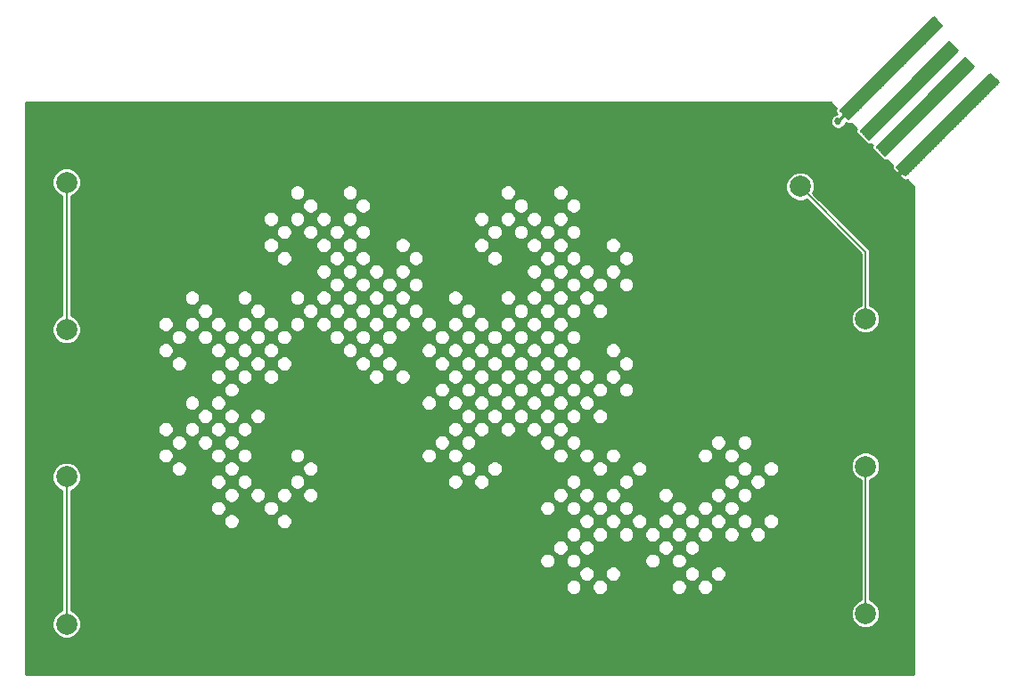
<source format=gtl>
G75*
G70*
%OFA0B0*%
%FSLAX24Y24*%
%IPPOS*%
%LPD*%
%AMOC8*
5,1,8,0,0,1.08239X$1,22.5*
%
%ADD10C,0.0787*%
%ADD11C,0.0050*%
%ADD12C,0.0270*%
%ADD13C,0.0100*%
%ADD14C,0.0160*%
D10*
X020421Y021445D03*
X020421Y026957D03*
X020421Y032469D03*
X020421Y037980D03*
X047862Y037823D03*
X050303Y032862D03*
X050303Y027350D03*
X050303Y021839D03*
D11*
X050303Y027350D01*
X050303Y032862D02*
X050303Y035382D01*
X047862Y037823D01*
X050121Y039898D02*
X050439Y039580D01*
X050121Y039898D02*
X053443Y043220D01*
X053761Y042902D01*
X050439Y039580D01*
X050488Y039629D02*
X050390Y039629D01*
X050341Y039678D02*
X050537Y039678D01*
X050586Y039727D02*
X050292Y039727D01*
X050243Y039776D02*
X050635Y039776D01*
X050684Y039825D02*
X050194Y039825D01*
X050145Y039874D02*
X050733Y039874D01*
X050782Y039923D02*
X050146Y039923D01*
X050195Y039972D02*
X050831Y039972D01*
X050880Y040021D02*
X050244Y040021D01*
X050293Y040070D02*
X050929Y040070D01*
X050978Y040119D02*
X050342Y040119D01*
X050391Y040168D02*
X051027Y040168D01*
X051076Y040217D02*
X050440Y040217D01*
X050489Y040266D02*
X051125Y040266D01*
X051174Y040315D02*
X050538Y040315D01*
X050587Y040364D02*
X051223Y040364D01*
X051272Y040413D02*
X050636Y040413D01*
X050685Y040462D02*
X051321Y040462D01*
X051370Y040511D02*
X050734Y040511D01*
X050783Y040560D02*
X051419Y040560D01*
X051468Y040609D02*
X050832Y040609D01*
X050881Y040658D02*
X051517Y040658D01*
X051566Y040707D02*
X050930Y040707D01*
X050979Y040756D02*
X051615Y040756D01*
X051664Y040805D02*
X051028Y040805D01*
X051077Y040854D02*
X051713Y040854D01*
X051762Y040903D02*
X051126Y040903D01*
X051175Y040952D02*
X051811Y040952D01*
X051860Y041001D02*
X051224Y041001D01*
X051273Y041050D02*
X051909Y041050D01*
X051958Y041099D02*
X051322Y041099D01*
X051371Y041148D02*
X052007Y041148D01*
X052056Y041197D02*
X051420Y041197D01*
X051469Y041246D02*
X052105Y041246D01*
X052154Y041295D02*
X051518Y041295D01*
X051567Y041344D02*
X052203Y041344D01*
X052252Y041393D02*
X051616Y041393D01*
X051665Y041442D02*
X052301Y041442D01*
X052350Y041491D02*
X051714Y041491D01*
X051763Y041540D02*
X052399Y041540D01*
X052448Y041589D02*
X051812Y041589D01*
X051861Y041638D02*
X052497Y041638D01*
X052546Y041687D02*
X051910Y041687D01*
X051959Y041736D02*
X052595Y041736D01*
X052644Y041785D02*
X052008Y041785D01*
X052057Y041834D02*
X052693Y041834D01*
X052742Y041883D02*
X052106Y041883D01*
X052155Y041932D02*
X052791Y041932D01*
X052840Y041981D02*
X052204Y041981D01*
X052253Y042030D02*
X052889Y042030D01*
X052938Y042079D02*
X052302Y042079D01*
X052351Y042128D02*
X052987Y042128D01*
X053036Y042177D02*
X052400Y042177D01*
X052449Y042226D02*
X053085Y042226D01*
X053134Y042275D02*
X052498Y042275D01*
X052547Y042324D02*
X053183Y042324D01*
X053232Y042373D02*
X052596Y042373D01*
X052645Y042422D02*
X053281Y042422D01*
X053330Y042471D02*
X052694Y042471D01*
X052743Y042520D02*
X053379Y042520D01*
X053428Y042569D02*
X052792Y042569D01*
X052841Y042618D02*
X053477Y042618D01*
X053526Y042667D02*
X052890Y042667D01*
X052939Y042716D02*
X053575Y042716D01*
X053624Y042765D02*
X052988Y042765D01*
X053037Y042814D02*
X053673Y042814D01*
X053722Y042863D02*
X053086Y042863D01*
X053135Y042912D02*
X053751Y042912D01*
X053702Y042961D02*
X053184Y042961D01*
X053233Y043010D02*
X053653Y043010D01*
X053604Y043059D02*
X053282Y043059D01*
X053331Y043108D02*
X053555Y043108D01*
X053506Y043157D02*
X053380Y043157D01*
X053429Y043206D02*
X053457Y043206D01*
X049679Y040340D02*
X049360Y040659D01*
X052859Y044158D01*
X053178Y043839D01*
X049679Y040340D01*
X049728Y040389D02*
X049630Y040389D01*
X049581Y040438D02*
X049777Y040438D01*
X049826Y040487D02*
X049532Y040487D01*
X049483Y040536D02*
X049875Y040536D01*
X049924Y040585D02*
X049434Y040585D01*
X049385Y040634D02*
X049973Y040634D01*
X050022Y040683D02*
X049384Y040683D01*
X049433Y040732D02*
X050071Y040732D01*
X050120Y040781D02*
X049482Y040781D01*
X049531Y040830D02*
X050169Y040830D01*
X050218Y040879D02*
X049580Y040879D01*
X049629Y040928D02*
X050267Y040928D01*
X050316Y040977D02*
X049678Y040977D01*
X049727Y041026D02*
X050365Y041026D01*
X050414Y041075D02*
X049776Y041075D01*
X049825Y041124D02*
X050463Y041124D01*
X050512Y041173D02*
X049874Y041173D01*
X049923Y041222D02*
X050561Y041222D01*
X050610Y041271D02*
X049972Y041271D01*
X050021Y041320D02*
X050659Y041320D01*
X050708Y041369D02*
X050070Y041369D01*
X050119Y041418D02*
X050757Y041418D01*
X050806Y041467D02*
X050168Y041467D01*
X050217Y041516D02*
X050855Y041516D01*
X050904Y041565D02*
X050266Y041565D01*
X050315Y041614D02*
X050953Y041614D01*
X051002Y041663D02*
X050364Y041663D01*
X050413Y041712D02*
X051051Y041712D01*
X051100Y041761D02*
X050462Y041761D01*
X050511Y041810D02*
X051149Y041810D01*
X051198Y041859D02*
X050560Y041859D01*
X050609Y041908D02*
X051247Y041908D01*
X051296Y041957D02*
X050658Y041957D01*
X050707Y042006D02*
X051345Y042006D01*
X051394Y042055D02*
X050756Y042055D01*
X050805Y042104D02*
X051443Y042104D01*
X051492Y042153D02*
X050854Y042153D01*
X050903Y042202D02*
X051541Y042202D01*
X051590Y042251D02*
X050952Y042251D01*
X051001Y042300D02*
X051639Y042300D01*
X051688Y042349D02*
X051050Y042349D01*
X051099Y042398D02*
X051737Y042398D01*
X051786Y042447D02*
X051148Y042447D01*
X051197Y042496D02*
X051835Y042496D01*
X051884Y042545D02*
X051246Y042545D01*
X051295Y042594D02*
X051933Y042594D01*
X051982Y042643D02*
X051344Y042643D01*
X051393Y042692D02*
X052031Y042692D01*
X052080Y042741D02*
X051442Y042741D01*
X051491Y042790D02*
X052129Y042790D01*
X052178Y042839D02*
X051540Y042839D01*
X051589Y042888D02*
X052227Y042888D01*
X052276Y042937D02*
X051638Y042937D01*
X051687Y042986D02*
X052325Y042986D01*
X052374Y043035D02*
X051736Y043035D01*
X051785Y043084D02*
X052423Y043084D01*
X052472Y043133D02*
X051834Y043133D01*
X051883Y043182D02*
X052521Y043182D01*
X052570Y043231D02*
X051932Y043231D01*
X051981Y043280D02*
X052619Y043280D01*
X052668Y043329D02*
X052030Y043329D01*
X052079Y043378D02*
X052717Y043378D01*
X052766Y043427D02*
X052128Y043427D01*
X052177Y043476D02*
X052815Y043476D01*
X052864Y043525D02*
X052226Y043525D01*
X052275Y043574D02*
X052913Y043574D01*
X052962Y043623D02*
X052324Y043623D01*
X052373Y043672D02*
X053011Y043672D01*
X053060Y043721D02*
X052422Y043721D01*
X052471Y043770D02*
X053109Y043770D01*
X053158Y043819D02*
X052520Y043819D01*
X052569Y043868D02*
X053149Y043868D01*
X053100Y043917D02*
X052618Y043917D01*
X052667Y043966D02*
X053051Y043966D01*
X053002Y044015D02*
X052716Y044015D01*
X052765Y044064D02*
X052953Y044064D01*
X052904Y044113D02*
X052814Y044113D01*
X050722Y039297D02*
X051040Y038979D01*
X050722Y039297D02*
X054044Y042619D01*
X054362Y042301D01*
X051040Y038979D01*
X051089Y039028D02*
X050991Y039028D01*
X050942Y039077D02*
X051138Y039077D01*
X051187Y039126D02*
X050893Y039126D01*
X050844Y039175D02*
X051236Y039175D01*
X051285Y039224D02*
X050795Y039224D01*
X050746Y039273D02*
X051334Y039273D01*
X051383Y039322D02*
X050747Y039322D01*
X050796Y039371D02*
X051432Y039371D01*
X051481Y039420D02*
X050845Y039420D01*
X050894Y039469D02*
X051530Y039469D01*
X051579Y039518D02*
X050943Y039518D01*
X050992Y039567D02*
X051628Y039567D01*
X051677Y039616D02*
X051041Y039616D01*
X051090Y039665D02*
X051726Y039665D01*
X051775Y039714D02*
X051139Y039714D01*
X051188Y039763D02*
X051824Y039763D01*
X051873Y039812D02*
X051237Y039812D01*
X051286Y039861D02*
X051922Y039861D01*
X051971Y039910D02*
X051335Y039910D01*
X051384Y039959D02*
X052020Y039959D01*
X052069Y040008D02*
X051433Y040008D01*
X051482Y040057D02*
X052118Y040057D01*
X052167Y040106D02*
X051531Y040106D01*
X051580Y040155D02*
X052216Y040155D01*
X052265Y040204D02*
X051629Y040204D01*
X051678Y040253D02*
X052314Y040253D01*
X052363Y040302D02*
X051727Y040302D01*
X051776Y040351D02*
X052412Y040351D01*
X052461Y040400D02*
X051825Y040400D01*
X051874Y040449D02*
X052510Y040449D01*
X052559Y040498D02*
X051923Y040498D01*
X051972Y040547D02*
X052608Y040547D01*
X052657Y040596D02*
X052021Y040596D01*
X052070Y040645D02*
X052706Y040645D01*
X052755Y040694D02*
X052119Y040694D01*
X052168Y040743D02*
X052804Y040743D01*
X052853Y040792D02*
X052217Y040792D01*
X052266Y040841D02*
X052902Y040841D01*
X052951Y040890D02*
X052315Y040890D01*
X052364Y040939D02*
X053000Y040939D01*
X053049Y040988D02*
X052413Y040988D01*
X052462Y041037D02*
X053098Y041037D01*
X053147Y041086D02*
X052511Y041086D01*
X052560Y041135D02*
X053196Y041135D01*
X053245Y041184D02*
X052609Y041184D01*
X052658Y041233D02*
X053294Y041233D01*
X053343Y041282D02*
X052707Y041282D01*
X052756Y041331D02*
X053392Y041331D01*
X053441Y041380D02*
X052805Y041380D01*
X052854Y041429D02*
X053490Y041429D01*
X053539Y041478D02*
X052903Y041478D01*
X052952Y041527D02*
X053588Y041527D01*
X053637Y041576D02*
X053001Y041576D01*
X053050Y041625D02*
X053686Y041625D01*
X053735Y041674D02*
X053099Y041674D01*
X053148Y041723D02*
X053784Y041723D01*
X053833Y041772D02*
X053197Y041772D01*
X053246Y041821D02*
X053882Y041821D01*
X053931Y041870D02*
X053295Y041870D01*
X053344Y041919D02*
X053980Y041919D01*
X054029Y041968D02*
X053393Y041968D01*
X053442Y042017D02*
X054078Y042017D01*
X054127Y042066D02*
X053491Y042066D01*
X053540Y042115D02*
X054176Y042115D01*
X054225Y042164D02*
X053589Y042164D01*
X053638Y042213D02*
X054274Y042213D01*
X054323Y042262D02*
X053687Y042262D01*
X053736Y042311D02*
X054352Y042311D01*
X054303Y042360D02*
X053785Y042360D01*
X053834Y042409D02*
X054254Y042409D01*
X054205Y042458D02*
X053883Y042458D01*
X053932Y042507D02*
X054156Y042507D01*
X054107Y042556D02*
X053981Y042556D01*
X054030Y042605D02*
X054058Y042605D01*
X051481Y038537D02*
X051800Y038218D01*
X051481Y038537D02*
X054980Y042036D01*
X055299Y041717D01*
X051800Y038218D01*
X051849Y038267D02*
X051751Y038267D01*
X051702Y038316D02*
X051898Y038316D01*
X051947Y038365D02*
X051653Y038365D01*
X051604Y038414D02*
X051996Y038414D01*
X052045Y038463D02*
X051555Y038463D01*
X051506Y038512D02*
X052094Y038512D01*
X052143Y038561D02*
X051505Y038561D01*
X051554Y038610D02*
X052192Y038610D01*
X052241Y038659D02*
X051603Y038659D01*
X051652Y038708D02*
X052290Y038708D01*
X052339Y038757D02*
X051701Y038757D01*
X051750Y038806D02*
X052388Y038806D01*
X052437Y038855D02*
X051799Y038855D01*
X051848Y038904D02*
X052486Y038904D01*
X052535Y038953D02*
X051897Y038953D01*
X051946Y039002D02*
X052584Y039002D01*
X052633Y039051D02*
X051995Y039051D01*
X052044Y039100D02*
X052682Y039100D01*
X052731Y039149D02*
X052093Y039149D01*
X052142Y039198D02*
X052780Y039198D01*
X052829Y039247D02*
X052191Y039247D01*
X052240Y039296D02*
X052878Y039296D01*
X052927Y039345D02*
X052289Y039345D01*
X052338Y039394D02*
X052976Y039394D01*
X053025Y039443D02*
X052387Y039443D01*
X052436Y039492D02*
X053074Y039492D01*
X053123Y039541D02*
X052485Y039541D01*
X052534Y039590D02*
X053172Y039590D01*
X053221Y039639D02*
X052583Y039639D01*
X052632Y039688D02*
X053270Y039688D01*
X053319Y039737D02*
X052681Y039737D01*
X052730Y039786D02*
X053368Y039786D01*
X053417Y039835D02*
X052779Y039835D01*
X052828Y039884D02*
X053466Y039884D01*
X053515Y039933D02*
X052877Y039933D01*
X052926Y039982D02*
X053564Y039982D01*
X053613Y040031D02*
X052975Y040031D01*
X053024Y040080D02*
X053662Y040080D01*
X053711Y040129D02*
X053073Y040129D01*
X053122Y040178D02*
X053760Y040178D01*
X053809Y040227D02*
X053171Y040227D01*
X053220Y040276D02*
X053858Y040276D01*
X053907Y040325D02*
X053269Y040325D01*
X053318Y040374D02*
X053956Y040374D01*
X054005Y040423D02*
X053367Y040423D01*
X053416Y040472D02*
X054054Y040472D01*
X054103Y040521D02*
X053465Y040521D01*
X053514Y040570D02*
X054152Y040570D01*
X054201Y040619D02*
X053563Y040619D01*
X053612Y040668D02*
X054250Y040668D01*
X054299Y040717D02*
X053661Y040717D01*
X053710Y040766D02*
X054348Y040766D01*
X054397Y040815D02*
X053759Y040815D01*
X053808Y040864D02*
X054446Y040864D01*
X054495Y040913D02*
X053857Y040913D01*
X053906Y040962D02*
X054544Y040962D01*
X054593Y041011D02*
X053955Y041011D01*
X054004Y041060D02*
X054642Y041060D01*
X054691Y041109D02*
X054053Y041109D01*
X054102Y041158D02*
X054740Y041158D01*
X054789Y041207D02*
X054151Y041207D01*
X054200Y041256D02*
X054838Y041256D01*
X054887Y041305D02*
X054249Y041305D01*
X054298Y041354D02*
X054936Y041354D01*
X054985Y041403D02*
X054347Y041403D01*
X054396Y041452D02*
X055034Y041452D01*
X055083Y041501D02*
X054445Y041501D01*
X054494Y041550D02*
X055132Y041550D01*
X055181Y041599D02*
X054543Y041599D01*
X054592Y041648D02*
X055230Y041648D01*
X055279Y041697D02*
X054641Y041697D01*
X054690Y041746D02*
X055270Y041746D01*
X055221Y041795D02*
X054739Y041795D01*
X054788Y041844D02*
X055172Y041844D01*
X055123Y041893D02*
X054837Y041893D01*
X054886Y041942D02*
X055074Y041942D01*
X055025Y041991D02*
X054935Y041991D01*
X020421Y037980D02*
X020421Y032469D01*
X020421Y026957D02*
X020421Y021445D01*
D12*
X019201Y021602D03*
X019201Y021169D03*
X019201Y020736D03*
X019201Y020303D03*
X019201Y019870D03*
X019634Y019870D03*
X020067Y019870D03*
X020500Y019870D03*
X020933Y019870D03*
X021366Y019870D03*
X021799Y019870D03*
X022232Y019870D03*
X022665Y019870D03*
X023098Y019870D03*
X023531Y019870D03*
X023965Y019870D03*
X024398Y019870D03*
X024831Y019870D03*
X025264Y019870D03*
X025697Y019870D03*
X026130Y019870D03*
X026563Y019870D03*
X026996Y019870D03*
X027429Y019870D03*
X027862Y019870D03*
X028295Y019870D03*
X028728Y019870D03*
X029161Y019870D03*
X029594Y019870D03*
X030028Y019870D03*
X030461Y019870D03*
X030894Y019870D03*
X031327Y019870D03*
X031760Y019870D03*
X032193Y019870D03*
X032626Y019870D03*
X033059Y019870D03*
X033492Y019870D03*
X033925Y019870D03*
X034358Y019870D03*
X034791Y019870D03*
X035224Y019870D03*
X035657Y019870D03*
X036091Y019870D03*
X036524Y019870D03*
X036957Y019870D03*
X037390Y019870D03*
X037823Y019870D03*
X038256Y019870D03*
X038689Y019870D03*
X039122Y019870D03*
X039555Y019870D03*
X039988Y019870D03*
X040421Y019870D03*
X040854Y019870D03*
X041287Y019870D03*
X041720Y019870D03*
X042154Y019870D03*
X042587Y019870D03*
X043020Y019870D03*
X043453Y019870D03*
X043886Y019870D03*
X044319Y019870D03*
X044752Y019870D03*
X045185Y019870D03*
X045618Y019870D03*
X046051Y019870D03*
X046484Y019870D03*
X046917Y019870D03*
X047350Y019870D03*
X047783Y019870D03*
X048217Y019870D03*
X048650Y019870D03*
X049083Y019870D03*
X049516Y019870D03*
X049949Y019870D03*
X050382Y019870D03*
X050815Y019870D03*
X051248Y019870D03*
X051681Y019870D03*
X051681Y020303D03*
X051681Y020736D03*
X051681Y021169D03*
X051681Y021602D03*
X051681Y022035D03*
X051681Y022469D03*
X051681Y022902D03*
X051681Y023335D03*
X051681Y023768D03*
X051681Y024201D03*
X051681Y024634D03*
X051681Y025067D03*
X051681Y025500D03*
X051681Y025933D03*
X051681Y026366D03*
X051681Y026799D03*
X051681Y027232D03*
X051681Y027665D03*
X051681Y028098D03*
X051681Y028531D03*
X051681Y028965D03*
X051681Y029398D03*
X051681Y029831D03*
X051681Y030264D03*
X051681Y030697D03*
X051681Y031130D03*
X051681Y031563D03*
X051681Y031996D03*
X051681Y032429D03*
X051681Y032862D03*
X051681Y033295D03*
X051681Y033728D03*
X051681Y034161D03*
X051681Y034594D03*
X051681Y035028D03*
X051681Y035461D03*
X051681Y035894D03*
X051681Y036327D03*
X051681Y036760D03*
X051681Y037193D03*
X049280Y040259D03*
X048650Y040657D03*
X048217Y040657D03*
X047783Y040657D03*
X047350Y040657D03*
X046917Y040657D03*
X046484Y040657D03*
X046051Y040657D03*
X045618Y040657D03*
X045185Y040657D03*
X044752Y040657D03*
X044319Y040657D03*
X043886Y040657D03*
X043453Y040657D03*
X043020Y040657D03*
X042587Y040657D03*
X042154Y040657D03*
X041720Y040657D03*
X041287Y040657D03*
X040854Y040657D03*
X040421Y040657D03*
X039988Y040657D03*
X039555Y040657D03*
X039122Y040657D03*
X038689Y040657D03*
X038256Y040657D03*
X037823Y040657D03*
X037390Y040657D03*
X036957Y040657D03*
X036524Y040657D03*
X036091Y040657D03*
X035657Y040657D03*
X035224Y040657D03*
X034791Y040657D03*
X034358Y040657D03*
X033925Y040657D03*
X033492Y040657D03*
X033059Y040657D03*
X032626Y040657D03*
X032193Y040657D03*
X031760Y040657D03*
X031327Y040657D03*
X030894Y040657D03*
X030461Y040657D03*
X030028Y040657D03*
X029594Y040657D03*
X029161Y040657D03*
X028728Y040657D03*
X028295Y040657D03*
X027862Y040657D03*
X027429Y040657D03*
X026996Y040657D03*
X026563Y040657D03*
X026130Y040657D03*
X025697Y040657D03*
X025264Y040657D03*
X024831Y040657D03*
X024398Y040657D03*
X023965Y040657D03*
X023531Y040657D03*
X023098Y040657D03*
X022665Y040657D03*
X022232Y040657D03*
X021799Y040657D03*
X021366Y040657D03*
X020933Y040657D03*
X020500Y040657D03*
X020067Y040657D03*
X019634Y040657D03*
X019201Y040657D03*
X019201Y040224D03*
X019201Y039791D03*
X019201Y039358D03*
X019201Y038925D03*
X019201Y038492D03*
X019201Y038059D03*
X019201Y037626D03*
X019201Y037193D03*
X019201Y036760D03*
X019201Y036327D03*
X019201Y035894D03*
X019201Y035461D03*
X019201Y035028D03*
X019201Y034594D03*
X019201Y034161D03*
X019201Y033728D03*
X019201Y033295D03*
X019201Y032862D03*
X019201Y032429D03*
X019201Y031996D03*
X019201Y031563D03*
X019201Y031130D03*
X019201Y030697D03*
X019201Y030264D03*
X019201Y029831D03*
X019201Y029398D03*
X019201Y028965D03*
X019201Y028531D03*
X019201Y028098D03*
X019201Y027665D03*
X019201Y027232D03*
X019201Y026799D03*
X019201Y026366D03*
X019201Y025933D03*
X019201Y025500D03*
X019201Y025067D03*
X019201Y024634D03*
X019201Y024201D03*
X019201Y023768D03*
X019201Y023335D03*
X019201Y022902D03*
X019201Y022469D03*
X019201Y022035D03*
D13*
X018898Y019567D02*
X018898Y040961D01*
X048940Y040961D01*
X048945Y040965D01*
X048986Y040965D01*
X049202Y040747D01*
X049185Y040730D01*
X049185Y040585D01*
X049226Y040544D01*
X049223Y040544D01*
X049118Y040501D01*
X049038Y040421D01*
X048995Y040316D01*
X048995Y040202D01*
X049038Y040098D01*
X049118Y040018D01*
X049223Y039974D01*
X049336Y039974D01*
X049441Y040018D01*
X049521Y040098D01*
X049565Y040202D01*
X049565Y040206D01*
X049606Y040164D01*
X049751Y040164D01*
X049763Y040177D01*
X049957Y039982D01*
X049945Y039970D01*
X049945Y039825D01*
X050366Y039404D01*
X050511Y039404D01*
X050518Y039412D01*
X050553Y039376D01*
X050546Y039369D01*
X050546Y039224D01*
X050967Y038803D01*
X051112Y038803D01*
X051115Y038807D01*
X051318Y038602D01*
X051306Y038559D01*
X051306Y038513D01*
X051318Y038469D01*
X051341Y038429D01*
X051481Y038289D01*
X051554Y038362D01*
X051624Y038291D01*
X051552Y038218D01*
X051692Y038078D01*
X051732Y038055D01*
X051776Y038043D01*
X051822Y038043D01*
X051859Y038053D01*
X052103Y037805D01*
X052103Y037799D01*
X052102Y037798D01*
X052102Y019567D01*
X018898Y019567D01*
X018898Y019609D02*
X052102Y019609D01*
X052102Y019708D02*
X018898Y019708D01*
X018898Y019806D02*
X052102Y019806D01*
X052102Y019905D02*
X018898Y019905D01*
X018898Y020003D02*
X052102Y020003D01*
X052102Y020102D02*
X018898Y020102D01*
X018898Y020200D02*
X052102Y020200D01*
X052102Y020299D02*
X018898Y020299D01*
X018898Y020397D02*
X052102Y020397D01*
X052102Y020496D02*
X018898Y020496D01*
X018898Y020594D02*
X052102Y020594D01*
X052102Y020693D02*
X018898Y020693D01*
X018898Y020791D02*
X052102Y020791D01*
X052102Y020890D02*
X018898Y020890D01*
X018898Y020988D02*
X020109Y020988D01*
X020113Y020984D02*
X020313Y020901D01*
X020529Y020901D01*
X020729Y020984D01*
X020882Y021137D01*
X020965Y021337D01*
X020965Y021553D01*
X020882Y021753D01*
X020729Y021906D01*
X020596Y021961D01*
X020596Y026441D01*
X020729Y026496D01*
X020882Y026649D01*
X020965Y026849D01*
X020965Y027065D01*
X020882Y027265D01*
X020729Y027418D01*
X020529Y027500D01*
X020313Y027500D01*
X020113Y027418D01*
X019960Y027265D01*
X019878Y027065D01*
X019878Y026849D01*
X019960Y026649D01*
X020113Y026496D01*
X020246Y026441D01*
X020246Y021961D01*
X020113Y021906D01*
X019960Y021753D01*
X019878Y021553D01*
X019878Y021337D01*
X019960Y021137D01*
X020113Y020984D01*
X020011Y021087D02*
X018898Y021087D01*
X018898Y021185D02*
X019940Y021185D01*
X019900Y021284D02*
X018898Y021284D01*
X018898Y021382D02*
X019878Y021382D01*
X019878Y021481D02*
X018898Y021481D01*
X018898Y021579D02*
X019888Y021579D01*
X019929Y021678D02*
X018898Y021678D01*
X018898Y021776D02*
X019984Y021776D01*
X020082Y021875D02*
X018898Y021875D01*
X018898Y021973D02*
X020246Y021973D01*
X020246Y022072D02*
X018898Y022072D01*
X018898Y022170D02*
X020246Y022170D01*
X020246Y022269D02*
X018898Y022269D01*
X018898Y022367D02*
X020246Y022367D01*
X020246Y022466D02*
X018898Y022466D01*
X018898Y022564D02*
X020246Y022564D01*
X020246Y022663D02*
X018898Y022663D01*
X018898Y022761D02*
X020246Y022761D01*
X020246Y022860D02*
X018898Y022860D01*
X018898Y022958D02*
X020246Y022958D01*
X020246Y023057D02*
X018898Y023057D01*
X018898Y023155D02*
X020246Y023155D01*
X020246Y023254D02*
X018898Y023254D01*
X018898Y023352D02*
X020246Y023352D01*
X020246Y023451D02*
X018898Y023451D01*
X018898Y023549D02*
X020246Y023549D01*
X020246Y023648D02*
X018898Y023648D01*
X018898Y023746D02*
X020246Y023746D01*
X020246Y023845D02*
X018898Y023845D01*
X018898Y023943D02*
X020246Y023943D01*
X020246Y024042D02*
X018898Y024042D01*
X018898Y024140D02*
X020246Y024140D01*
X020246Y024239D02*
X018898Y024239D01*
X018898Y024337D02*
X020246Y024337D01*
X020246Y024436D02*
X018898Y024436D01*
X018898Y024534D02*
X020246Y024534D01*
X020246Y024633D02*
X018898Y024633D01*
X018898Y024731D02*
X020246Y024731D01*
X020246Y024830D02*
X018898Y024830D01*
X018898Y024928D02*
X020246Y024928D01*
X020246Y025027D02*
X018898Y025027D01*
X018898Y025125D02*
X020246Y025125D01*
X020246Y025224D02*
X018898Y025224D01*
X018898Y025322D02*
X020246Y025322D01*
X020246Y025421D02*
X018898Y025421D01*
X018898Y025519D02*
X020246Y025519D01*
X020246Y025618D02*
X018898Y025618D01*
X018898Y025716D02*
X020246Y025716D01*
X020246Y025815D02*
X018898Y025815D01*
X018898Y025913D02*
X020246Y025913D01*
X020246Y026012D02*
X018898Y026012D01*
X018898Y026110D02*
X020246Y026110D01*
X020246Y026209D02*
X018898Y026209D01*
X018898Y026307D02*
X020246Y026307D01*
X020246Y026406D02*
X018898Y026406D01*
X018898Y026504D02*
X020105Y026504D01*
X020006Y026603D02*
X018898Y026603D01*
X018898Y026701D02*
X019939Y026701D01*
X019898Y026800D02*
X018898Y026800D01*
X018898Y026898D02*
X019878Y026898D01*
X019878Y026997D02*
X018898Y026997D01*
X018898Y027095D02*
X019890Y027095D01*
X019931Y027194D02*
X018898Y027194D01*
X018898Y027292D02*
X019988Y027292D01*
X020086Y027391D02*
X018898Y027391D01*
X018898Y027489D02*
X020286Y027489D01*
X020557Y027489D02*
X023998Y027489D01*
X023964Y027503D02*
X024073Y027458D01*
X024191Y027458D01*
X024300Y027503D01*
X024383Y027586D01*
X024428Y027695D01*
X024428Y027813D01*
X024383Y027922D01*
X024300Y028005D01*
X024191Y028050D01*
X024073Y028050D01*
X023964Y028005D01*
X023881Y027922D01*
X023836Y027813D01*
X023836Y027695D01*
X023881Y027586D01*
X023964Y027503D01*
X023880Y027588D02*
X018898Y027588D01*
X018898Y027686D02*
X023840Y027686D01*
X023836Y027785D02*
X018898Y027785D01*
X018898Y027883D02*
X023865Y027883D01*
X023941Y027982D02*
X018898Y027982D01*
X018898Y028080D02*
X024372Y028080D01*
X024373Y028078D02*
X024456Y027995D01*
X024565Y027950D01*
X024683Y027950D01*
X024792Y027995D01*
X024875Y028078D01*
X024920Y028187D01*
X024920Y028305D01*
X024875Y028414D01*
X024792Y028497D01*
X024683Y028542D01*
X024565Y028542D01*
X024456Y028497D01*
X024373Y028414D01*
X024328Y028305D01*
X024328Y028187D01*
X024373Y028078D01*
X024323Y027982D02*
X024489Y027982D01*
X024399Y027883D02*
X025833Y027883D01*
X025849Y027922D02*
X025804Y027813D01*
X025804Y027695D01*
X025849Y027586D01*
X025933Y027503D01*
X026042Y027458D01*
X026159Y027458D01*
X026268Y027503D01*
X026351Y027586D01*
X026396Y027695D01*
X026396Y027813D01*
X026351Y027922D01*
X026268Y028005D01*
X026159Y028050D01*
X026042Y028050D01*
X025933Y028005D01*
X025849Y027922D01*
X025909Y027982D02*
X025743Y027982D01*
X025776Y027995D02*
X025859Y028078D01*
X025904Y028187D01*
X025904Y028305D01*
X025859Y028414D01*
X025776Y028497D01*
X025667Y028542D01*
X025549Y028542D01*
X025441Y028497D01*
X025357Y028414D01*
X025312Y028305D01*
X025312Y028187D01*
X025357Y028078D01*
X025441Y027995D01*
X025549Y027950D01*
X025667Y027950D01*
X025776Y027995D01*
X025860Y028080D02*
X026341Y028080D01*
X026342Y028078D02*
X026425Y027995D01*
X026534Y027950D01*
X026651Y027950D01*
X026760Y027995D01*
X026844Y028078D01*
X026889Y028187D01*
X026889Y028305D01*
X026844Y028414D01*
X026760Y028497D01*
X026651Y028542D01*
X026534Y028542D01*
X026425Y028497D01*
X026342Y028414D01*
X026296Y028305D01*
X026296Y028187D01*
X026342Y028078D01*
X026291Y027982D02*
X026457Y027982D01*
X026367Y027883D02*
X026818Y027883D01*
X026834Y027922D02*
X026789Y027813D01*
X026789Y027695D01*
X026834Y027586D01*
X026917Y027503D01*
X027026Y027458D01*
X027144Y027458D01*
X027252Y027503D01*
X027336Y027586D01*
X027381Y027695D01*
X027381Y027813D01*
X027336Y027922D01*
X027252Y028005D01*
X027144Y028050D01*
X027026Y028050D01*
X026917Y028005D01*
X026834Y027922D01*
X026894Y027982D02*
X026728Y027982D01*
X026844Y028080D02*
X034215Y028080D01*
X034216Y028078D02*
X034299Y027995D01*
X034408Y027950D01*
X034525Y027950D01*
X034634Y027995D01*
X034718Y028078D01*
X034763Y028187D01*
X034763Y028305D01*
X034718Y028414D01*
X034634Y028497D01*
X034525Y028542D01*
X034408Y028542D01*
X034299Y028497D01*
X034216Y028414D01*
X034170Y028305D01*
X034170Y028187D01*
X034216Y028078D01*
X034142Y028005D02*
X034033Y028050D01*
X033916Y028050D01*
X033807Y028005D01*
X033723Y027922D01*
X033678Y027813D01*
X033678Y027695D01*
X033723Y027586D01*
X033807Y027503D01*
X033916Y027458D01*
X034033Y027458D01*
X034142Y027503D01*
X034225Y027586D01*
X034270Y027695D01*
X034270Y027813D01*
X034225Y027922D01*
X034142Y028005D01*
X034165Y027982D02*
X034331Y027982D01*
X034241Y027883D02*
X034692Y027883D01*
X034708Y027922D02*
X034663Y027813D01*
X034663Y027695D01*
X034708Y027586D01*
X034791Y027503D01*
X034900Y027458D01*
X035018Y027458D01*
X035126Y027503D01*
X035210Y027586D01*
X035255Y027695D01*
X035255Y027813D01*
X035210Y027922D01*
X035126Y028005D01*
X035018Y028050D01*
X034900Y028050D01*
X034791Y028005D01*
X034708Y027922D01*
X034768Y027982D02*
X034602Y027982D01*
X034718Y028080D02*
X035199Y028080D01*
X035200Y028078D02*
X035283Y027995D01*
X035392Y027950D01*
X035510Y027950D01*
X035618Y027995D01*
X035702Y028078D01*
X035747Y028187D01*
X035747Y028305D01*
X035702Y028414D01*
X035618Y028497D01*
X035510Y028542D01*
X035392Y028542D01*
X035283Y028497D01*
X035200Y028414D01*
X035155Y028305D01*
X035155Y028187D01*
X035200Y028078D01*
X035150Y027982D02*
X035316Y027982D01*
X035226Y027883D02*
X038629Y027883D01*
X038645Y027922D02*
X038600Y027813D01*
X038600Y027695D01*
X038645Y027586D01*
X038728Y027503D01*
X038837Y027458D01*
X038955Y027458D01*
X039063Y027503D01*
X039147Y027586D01*
X039192Y027695D01*
X039192Y027813D01*
X039147Y027922D01*
X039063Y028005D01*
X038955Y028050D01*
X038837Y028050D01*
X038728Y028005D01*
X038645Y027922D01*
X038705Y027982D02*
X038539Y027982D01*
X038571Y027995D02*
X038655Y028078D01*
X038700Y028187D01*
X038700Y028305D01*
X038655Y028414D01*
X038571Y028497D01*
X038462Y028542D01*
X038345Y028542D01*
X038236Y028497D01*
X038153Y028414D01*
X038107Y028305D01*
X038107Y028187D01*
X038153Y028078D01*
X038236Y027995D01*
X038345Y027950D01*
X038462Y027950D01*
X038571Y027995D01*
X038655Y028080D02*
X039136Y028080D01*
X039137Y028078D02*
X039220Y027995D01*
X039329Y027950D01*
X039447Y027950D01*
X039556Y027995D01*
X039639Y028078D01*
X039684Y028187D01*
X039684Y028305D01*
X039639Y028414D01*
X039556Y028497D01*
X039447Y028542D01*
X039329Y028542D01*
X039220Y028497D01*
X039137Y028414D01*
X039092Y028305D01*
X039092Y028187D01*
X039137Y028078D01*
X039087Y027982D02*
X039253Y027982D01*
X039163Y027883D02*
X039613Y027883D01*
X039629Y027922D02*
X039584Y027813D01*
X039584Y027695D01*
X039629Y027586D01*
X039712Y027503D01*
X039821Y027458D01*
X039939Y027458D01*
X040048Y027503D01*
X040131Y027586D01*
X040176Y027695D01*
X040176Y027813D01*
X040131Y027922D01*
X040048Y028005D01*
X039939Y028050D01*
X039821Y028050D01*
X039712Y028005D01*
X039629Y027922D01*
X039689Y027982D02*
X039523Y027982D01*
X039639Y028080D02*
X044549Y028080D01*
X044550Y028078D02*
X044633Y027995D01*
X044742Y027950D01*
X044860Y027950D01*
X044969Y027995D01*
X045052Y028078D01*
X045097Y028187D01*
X045097Y028305D01*
X045052Y028414D01*
X044969Y028497D01*
X044860Y028542D01*
X044742Y028542D01*
X044633Y028497D01*
X044550Y028414D01*
X044505Y028305D01*
X044505Y028187D01*
X044550Y028078D01*
X044477Y028005D02*
X044368Y028050D01*
X044250Y028050D01*
X044141Y028005D01*
X044058Y027922D01*
X044013Y027813D01*
X044013Y027695D01*
X044058Y027586D01*
X044141Y027503D01*
X044250Y027458D01*
X044368Y027458D01*
X044477Y027503D01*
X044560Y027586D01*
X044605Y027695D01*
X044605Y027813D01*
X044560Y027922D01*
X044477Y028005D01*
X044500Y027982D02*
X044666Y027982D01*
X044576Y027883D02*
X045026Y027883D01*
X045042Y027922D02*
X044997Y027813D01*
X044997Y027695D01*
X045042Y027586D01*
X045126Y027503D01*
X045234Y027458D01*
X045352Y027458D01*
X045461Y027503D01*
X045544Y027586D01*
X045589Y027695D01*
X045589Y027813D01*
X045544Y027922D01*
X045461Y028005D01*
X045352Y028050D01*
X045234Y028050D01*
X045126Y028005D01*
X045042Y027922D01*
X045102Y027982D02*
X044936Y027982D01*
X045053Y028080D02*
X045534Y028080D01*
X045534Y028078D02*
X045618Y027995D01*
X045727Y027950D01*
X045844Y027950D01*
X045953Y027995D01*
X046036Y028078D01*
X046081Y028187D01*
X046081Y028305D01*
X046036Y028414D01*
X045953Y028497D01*
X045844Y028542D01*
X045727Y028542D01*
X045618Y028497D01*
X045534Y028414D01*
X045489Y028305D01*
X045489Y028187D01*
X045534Y028078D01*
X045484Y027982D02*
X045650Y027982D01*
X045560Y027883D02*
X050168Y027883D01*
X050195Y027894D02*
X049995Y027811D01*
X049842Y027658D01*
X049759Y027459D01*
X049759Y027242D01*
X049842Y027042D01*
X049995Y026889D01*
X050128Y026834D01*
X050128Y022355D01*
X049995Y022300D01*
X049842Y022147D01*
X049759Y021947D01*
X049759Y021730D01*
X049842Y021531D01*
X049995Y021378D01*
X050195Y021295D01*
X050411Y021295D01*
X050611Y021378D01*
X050764Y021531D01*
X050847Y021730D01*
X050847Y021947D01*
X050764Y022147D01*
X050611Y022300D01*
X050478Y022355D01*
X050478Y026834D01*
X050611Y026889D01*
X050764Y027042D01*
X050847Y027242D01*
X050847Y027459D01*
X050764Y027658D01*
X050611Y027811D01*
X050411Y027894D01*
X050195Y027894D01*
X050438Y027883D02*
X052102Y027883D01*
X052102Y027785D02*
X050638Y027785D01*
X050736Y027686D02*
X052102Y027686D01*
X052102Y027588D02*
X050793Y027588D01*
X050834Y027489D02*
X052102Y027489D01*
X052102Y027391D02*
X050847Y027391D01*
X050847Y027292D02*
X052102Y027292D01*
X052102Y027194D02*
X050827Y027194D01*
X050786Y027095D02*
X052102Y027095D01*
X052102Y026997D02*
X050718Y026997D01*
X050620Y026898D02*
X052102Y026898D01*
X052102Y026800D02*
X050478Y026800D01*
X050478Y026701D02*
X052102Y026701D01*
X052102Y026603D02*
X050478Y026603D01*
X050478Y026504D02*
X052102Y026504D01*
X052102Y026406D02*
X050478Y026406D01*
X050478Y026307D02*
X052102Y026307D01*
X052102Y026209D02*
X050478Y026209D01*
X050478Y026110D02*
X052102Y026110D01*
X052102Y026012D02*
X050478Y026012D01*
X050478Y025913D02*
X052102Y025913D01*
X052102Y025815D02*
X050478Y025815D01*
X050478Y025716D02*
X052102Y025716D01*
X052102Y025618D02*
X050478Y025618D01*
X050478Y025519D02*
X052102Y025519D01*
X052102Y025421D02*
X050478Y025421D01*
X050478Y025322D02*
X052102Y025322D01*
X052102Y025224D02*
X050478Y025224D01*
X050478Y025125D02*
X052102Y025125D01*
X052102Y025027D02*
X050478Y025027D01*
X050478Y024928D02*
X052102Y024928D01*
X052102Y024830D02*
X050478Y024830D01*
X050478Y024731D02*
X052102Y024731D01*
X052102Y024633D02*
X050478Y024633D01*
X050478Y024534D02*
X052102Y024534D01*
X052102Y024436D02*
X050478Y024436D01*
X050478Y024337D02*
X052102Y024337D01*
X052102Y024239D02*
X050478Y024239D01*
X050478Y024140D02*
X052102Y024140D01*
X052102Y024042D02*
X050478Y024042D01*
X050478Y023943D02*
X052102Y023943D01*
X052102Y023845D02*
X050478Y023845D01*
X050478Y023746D02*
X052102Y023746D01*
X052102Y023648D02*
X050478Y023648D01*
X050478Y023549D02*
X052102Y023549D01*
X052102Y023451D02*
X050478Y023451D01*
X050478Y023352D02*
X052102Y023352D01*
X052102Y023254D02*
X050478Y023254D01*
X050478Y023155D02*
X052102Y023155D01*
X052102Y023057D02*
X050478Y023057D01*
X050478Y022958D02*
X052102Y022958D01*
X052102Y022860D02*
X050478Y022860D01*
X050478Y022761D02*
X052102Y022761D01*
X052102Y022663D02*
X050478Y022663D01*
X050478Y022564D02*
X052102Y022564D01*
X052102Y022466D02*
X050478Y022466D01*
X050478Y022367D02*
X052102Y022367D01*
X052102Y022269D02*
X050642Y022269D01*
X050741Y022170D02*
X052102Y022170D01*
X052102Y022072D02*
X050795Y022072D01*
X050836Y021973D02*
X052102Y021973D01*
X052102Y021875D02*
X050847Y021875D01*
X050847Y021776D02*
X052102Y021776D01*
X052102Y021678D02*
X050825Y021678D01*
X050784Y021579D02*
X052102Y021579D01*
X052102Y021481D02*
X050714Y021481D01*
X050616Y021382D02*
X052102Y021382D01*
X052102Y021284D02*
X020943Y021284D01*
X020965Y021382D02*
X049991Y021382D01*
X049892Y021481D02*
X020965Y021481D01*
X020954Y021579D02*
X049822Y021579D01*
X049781Y021678D02*
X020913Y021678D01*
X020859Y021776D02*
X049759Y021776D01*
X049759Y021875D02*
X020760Y021875D01*
X020596Y021973D02*
X049770Y021973D01*
X049811Y022072D02*
X020596Y022072D01*
X020596Y022170D02*
X049866Y022170D01*
X049964Y022269D02*
X020596Y022269D01*
X020596Y022367D02*
X050128Y022367D01*
X050128Y022466D02*
X020596Y022466D01*
X020596Y022564D02*
X039263Y022564D01*
X039220Y022582D02*
X039329Y022537D01*
X039447Y022537D01*
X039556Y022582D01*
X039639Y022665D01*
X039684Y022774D01*
X039684Y022892D01*
X039639Y023000D01*
X039556Y023084D01*
X039447Y023129D01*
X039329Y023129D01*
X039220Y023084D01*
X039137Y023000D01*
X039092Y022892D01*
X039092Y022774D01*
X039137Y022665D01*
X039220Y022582D01*
X039139Y022663D02*
X020596Y022663D01*
X020596Y022761D02*
X039097Y022761D01*
X039092Y022860D02*
X020596Y022860D01*
X020596Y022958D02*
X039119Y022958D01*
X039193Y023057D02*
X020596Y023057D01*
X020596Y023155D02*
X039631Y023155D01*
X039629Y023157D02*
X039712Y023074D01*
X039821Y023029D01*
X039939Y023029D01*
X040048Y023074D01*
X040131Y023157D01*
X040176Y023266D01*
X040176Y023384D01*
X040131Y023493D01*
X040048Y023576D01*
X039939Y023621D01*
X039821Y023621D01*
X039712Y023576D01*
X039629Y023493D01*
X039584Y023384D01*
X039584Y023266D01*
X039629Y023157D01*
X039589Y023254D02*
X020596Y023254D01*
X020596Y023352D02*
X039584Y023352D01*
X039612Y023451D02*
X020596Y023451D01*
X020596Y023549D02*
X038277Y023549D01*
X038236Y023566D02*
X038345Y023521D01*
X038462Y023521D01*
X038571Y023566D01*
X038655Y023649D01*
X038700Y023758D01*
X038700Y023876D01*
X038655Y023985D01*
X038571Y024068D01*
X038462Y024113D01*
X038345Y024113D01*
X038236Y024068D01*
X038153Y023985D01*
X038107Y023876D01*
X038107Y023758D01*
X038153Y023649D01*
X038236Y023566D01*
X038154Y023648D02*
X020596Y023648D01*
X020596Y023746D02*
X038112Y023746D01*
X038107Y023845D02*
X020596Y023845D01*
X020596Y023943D02*
X038135Y023943D01*
X038209Y024042D02*
X020596Y024042D01*
X020596Y024140D02*
X038646Y024140D01*
X038645Y024141D02*
X038728Y024058D01*
X038837Y024013D01*
X038955Y024013D01*
X039063Y024058D01*
X039147Y024141D01*
X039192Y024250D01*
X039192Y024368D01*
X039147Y024477D01*
X039063Y024560D01*
X038955Y024605D01*
X038837Y024605D01*
X038728Y024560D01*
X038645Y024477D01*
X038600Y024368D01*
X038600Y024250D01*
X038645Y024141D01*
X038604Y024239D02*
X020596Y024239D01*
X020596Y024337D02*
X038600Y024337D01*
X038628Y024436D02*
X020596Y024436D01*
X020596Y024534D02*
X038702Y024534D01*
X039089Y024534D02*
X039259Y024534D01*
X039220Y024550D02*
X039329Y024505D01*
X039447Y024505D01*
X039556Y024550D01*
X039639Y024633D01*
X039684Y024742D01*
X039684Y024860D01*
X039639Y024969D01*
X039556Y025052D01*
X039447Y025097D01*
X039329Y025097D01*
X039220Y025052D01*
X039137Y024969D01*
X039092Y024860D01*
X039092Y024742D01*
X039137Y024633D01*
X039220Y024550D01*
X039138Y024633D02*
X020596Y024633D01*
X020596Y024731D02*
X039096Y024731D01*
X039092Y024830D02*
X020596Y024830D01*
X020596Y024928D02*
X039120Y024928D01*
X039194Y025027D02*
X028691Y025027D01*
X028729Y025042D02*
X028812Y025126D01*
X028857Y025234D01*
X028857Y025352D01*
X028812Y025461D01*
X028729Y025544D01*
X028620Y025589D01*
X028502Y025589D01*
X028393Y025544D01*
X028310Y025461D01*
X028265Y025352D01*
X028265Y025234D01*
X028310Y025126D01*
X028393Y025042D01*
X028502Y024997D01*
X028620Y024997D01*
X028729Y025042D01*
X028811Y025125D02*
X039629Y025125D01*
X039629Y025126D02*
X039712Y025042D01*
X039821Y024997D01*
X039939Y024997D01*
X040048Y025042D01*
X040131Y025126D01*
X040176Y025234D01*
X040176Y025352D01*
X040131Y025461D01*
X040048Y025544D01*
X039939Y025589D01*
X039821Y025589D01*
X039712Y025544D01*
X039629Y025461D01*
X039584Y025352D01*
X039584Y025234D01*
X039629Y025126D01*
X039588Y025224D02*
X028853Y025224D01*
X028857Y025322D02*
X039584Y025322D01*
X039612Y025421D02*
X028829Y025421D01*
X028754Y025519D02*
X038273Y025519D01*
X038236Y025534D02*
X038345Y025489D01*
X038462Y025489D01*
X038571Y025534D01*
X038655Y025618D01*
X038700Y025727D01*
X038700Y025844D01*
X038655Y025953D01*
X038571Y026036D01*
X038462Y026081D01*
X038345Y026081D01*
X038236Y026036D01*
X038153Y025953D01*
X038107Y025844D01*
X038107Y025727D01*
X038153Y025618D01*
X028320Y025618D01*
X028365Y025727D01*
X028365Y025844D01*
X028320Y025953D01*
X028237Y026036D01*
X028128Y026081D01*
X028010Y026081D01*
X027901Y026036D01*
X027818Y025953D01*
X027773Y025844D01*
X027773Y025727D01*
X027818Y025618D01*
X027901Y025534D01*
X028010Y025489D01*
X028128Y025489D01*
X028237Y025534D01*
X028320Y025618D01*
X028361Y025716D02*
X038112Y025716D01*
X038107Y025815D02*
X028365Y025815D01*
X028336Y025913D02*
X038136Y025913D01*
X038211Y026012D02*
X029677Y026012D01*
X029713Y026027D02*
X029796Y026110D01*
X029841Y026219D01*
X029841Y026336D01*
X029796Y026445D01*
X029713Y026529D01*
X029604Y026574D01*
X029486Y026574D01*
X029378Y026529D01*
X029294Y026445D01*
X029249Y026336D01*
X029249Y026219D01*
X029294Y026110D01*
X028812Y026110D01*
X028857Y026219D01*
X028857Y026336D01*
X028812Y026445D01*
X028729Y026529D01*
X028620Y026574D01*
X028502Y026574D01*
X028393Y026529D01*
X028310Y026445D01*
X028265Y026336D01*
X028265Y026219D01*
X028310Y026110D01*
X027828Y026110D01*
X027873Y026219D01*
X027873Y026336D01*
X027828Y026445D01*
X027744Y026529D01*
X027636Y026574D01*
X027518Y026574D01*
X027409Y026529D01*
X027326Y026445D01*
X027281Y026336D01*
X027281Y026219D01*
X027326Y026110D01*
X027409Y026027D01*
X027518Y025981D01*
X027636Y025981D01*
X027744Y026027D01*
X027828Y026110D01*
X027869Y026209D02*
X028269Y026209D01*
X028265Y026307D02*
X027873Y026307D01*
X027844Y026406D02*
X028294Y026406D01*
X028369Y026504D02*
X027769Y026504D01*
X027385Y026504D02*
X027217Y026504D01*
X027252Y026519D02*
X027336Y026602D01*
X027381Y026711D01*
X027381Y026829D01*
X027336Y026937D01*
X027252Y027021D01*
X027144Y027066D01*
X027026Y027066D01*
X026917Y027021D01*
X026834Y026937D01*
X026789Y026829D01*
X026789Y026711D01*
X026834Y026602D01*
X026917Y026519D01*
X027026Y026474D01*
X027144Y026474D01*
X027252Y026519D01*
X027336Y026603D02*
X028802Y026603D01*
X028802Y026602D02*
X028885Y026519D01*
X028994Y026474D01*
X029112Y026474D01*
X029221Y026519D01*
X029304Y026602D01*
X029349Y026711D01*
X029349Y026829D01*
X029304Y026937D01*
X029221Y027021D01*
X029112Y027066D01*
X028994Y027066D01*
X028885Y027021D01*
X028802Y026937D01*
X028757Y026829D01*
X028757Y026711D01*
X028802Y026602D01*
X028761Y026701D02*
X027377Y026701D01*
X027381Y026800D02*
X028757Y026800D01*
X028786Y026898D02*
X027352Y026898D01*
X027276Y026997D02*
X028861Y026997D01*
X029245Y026997D02*
X029412Y026997D01*
X029378Y027011D02*
X029486Y026966D01*
X029604Y026966D01*
X029713Y027011D01*
X029796Y027094D01*
X029841Y027203D01*
X029841Y027321D01*
X029796Y027430D01*
X029713Y027513D01*
X029604Y027558D01*
X029486Y027558D01*
X029378Y027513D01*
X029294Y027430D01*
X029249Y027321D01*
X029249Y027203D01*
X029294Y027094D01*
X029378Y027011D01*
X029294Y027095D02*
X026844Y027095D01*
X026844Y027094D02*
X026889Y027203D01*
X026889Y027321D01*
X026844Y027430D01*
X026760Y027513D01*
X026651Y027558D01*
X026534Y027558D01*
X026425Y027513D01*
X026342Y027430D01*
X026296Y027321D01*
X026296Y027203D01*
X026342Y027094D01*
X026425Y027011D01*
X026534Y026966D01*
X026651Y026966D01*
X026760Y027011D01*
X026844Y027094D01*
X026885Y027194D02*
X029253Y027194D01*
X029249Y027292D02*
X026889Y027292D01*
X026860Y027391D02*
X029278Y027391D01*
X029354Y027489D02*
X029187Y027489D01*
X029221Y027503D02*
X029304Y027586D01*
X029349Y027695D01*
X029349Y027813D01*
X029304Y027922D01*
X029221Y028005D01*
X029112Y028050D01*
X028994Y028050D01*
X028885Y028005D01*
X028802Y027922D01*
X028757Y027813D01*
X028757Y027695D01*
X028802Y027586D01*
X028885Y027503D01*
X028994Y027458D01*
X029112Y027458D01*
X029221Y027503D01*
X029305Y027588D02*
X033723Y027588D01*
X033682Y027686D02*
X029345Y027686D01*
X029349Y027785D02*
X033678Y027785D01*
X033707Y027883D02*
X029320Y027883D01*
X029244Y027982D02*
X033783Y027982D01*
X034174Y028179D02*
X026885Y028179D01*
X026889Y028277D02*
X034170Y028277D01*
X034200Y028376D02*
X026859Y028376D01*
X026783Y028474D02*
X026949Y028474D01*
X026917Y028487D02*
X027026Y028442D01*
X027144Y028442D01*
X027252Y028487D01*
X027336Y028570D01*
X027381Y028679D01*
X027381Y028797D01*
X027336Y028906D01*
X027252Y028989D01*
X027144Y029034D01*
X027026Y029034D01*
X026917Y028989D01*
X026834Y028906D01*
X026789Y028797D01*
X026789Y028679D01*
X026834Y028570D01*
X026917Y028487D01*
X026833Y028573D02*
X026352Y028573D01*
X026351Y028570D02*
X026396Y028679D01*
X026396Y028797D01*
X026351Y028906D01*
X026268Y028989D01*
X026159Y029034D01*
X026042Y029034D01*
X025933Y028989D01*
X025849Y028906D01*
X025804Y028797D01*
X025804Y028679D01*
X025849Y028570D01*
X025933Y028487D01*
X026042Y028442D01*
X026159Y028442D01*
X026268Y028487D01*
X026351Y028570D01*
X026402Y028474D02*
X026236Y028474D01*
X026326Y028376D02*
X025875Y028376D01*
X025904Y028277D02*
X026296Y028277D01*
X026300Y028179D02*
X025901Y028179D01*
X025964Y028474D02*
X025799Y028474D01*
X025849Y028573D02*
X025368Y028573D01*
X025367Y028570D02*
X025412Y028679D01*
X025412Y028797D01*
X025367Y028906D01*
X025284Y028989D01*
X025175Y029034D01*
X025057Y029034D01*
X024948Y028989D01*
X024865Y028906D01*
X024820Y028797D01*
X024820Y028679D01*
X024865Y028570D01*
X024948Y028487D01*
X025057Y028442D01*
X025175Y028442D01*
X025284Y028487D01*
X025367Y028570D01*
X025418Y028474D02*
X025252Y028474D01*
X025341Y028376D02*
X024891Y028376D01*
X024920Y028277D02*
X025312Y028277D01*
X025316Y028179D02*
X024917Y028179D01*
X024876Y028080D02*
X025357Y028080D01*
X025473Y027982D02*
X024759Y027982D01*
X024428Y027785D02*
X025804Y027785D01*
X025808Y027686D02*
X024424Y027686D01*
X024383Y027588D02*
X025849Y027588D01*
X025966Y027489D02*
X024815Y027489D01*
X024792Y027513D02*
X024683Y027558D01*
X024565Y027558D01*
X024456Y027513D01*
X024373Y027430D01*
X024328Y027321D01*
X024328Y027203D01*
X024373Y027094D01*
X024456Y027011D01*
X024565Y026966D01*
X024683Y026966D01*
X024792Y027011D01*
X024875Y027094D01*
X024920Y027203D01*
X024920Y027321D01*
X024875Y027430D01*
X024792Y027513D01*
X024891Y027391D02*
X026325Y027391D01*
X026296Y027292D02*
X024920Y027292D01*
X024916Y027194D02*
X026300Y027194D01*
X026341Y027095D02*
X024875Y027095D01*
X024757Y026997D02*
X025909Y026997D01*
X025933Y027021D02*
X025849Y026937D01*
X025804Y026829D01*
X025804Y026711D01*
X025849Y026602D01*
X025933Y026519D01*
X026042Y026474D01*
X026159Y026474D01*
X026268Y026519D01*
X026351Y026602D01*
X026396Y026711D01*
X026396Y026829D01*
X026351Y026937D01*
X026268Y027021D01*
X026159Y027066D01*
X026042Y027066D01*
X025933Y027021D01*
X025833Y026898D02*
X020965Y026898D01*
X020965Y026997D02*
X024491Y026997D01*
X024373Y027095D02*
X020952Y027095D01*
X020912Y027194D02*
X024332Y027194D01*
X024328Y027292D02*
X020855Y027292D01*
X020756Y027391D02*
X024357Y027391D01*
X024433Y027489D02*
X024266Y027489D01*
X024332Y028179D02*
X018898Y028179D01*
X018898Y028277D02*
X024328Y028277D01*
X024357Y028376D02*
X018898Y028376D01*
X018898Y028474D02*
X023996Y028474D01*
X023964Y028487D02*
X024073Y028442D01*
X024191Y028442D01*
X024300Y028487D01*
X024383Y028570D01*
X024428Y028679D01*
X024428Y028797D01*
X024383Y028906D01*
X024300Y028989D01*
X024191Y029034D01*
X024073Y029034D01*
X023964Y028989D01*
X023881Y028906D01*
X023836Y028797D01*
X023836Y028679D01*
X023881Y028570D01*
X023964Y028487D01*
X023880Y028573D02*
X018898Y028573D01*
X018898Y028671D02*
X023839Y028671D01*
X023836Y028770D02*
X018898Y028770D01*
X018898Y028868D02*
X023865Y028868D01*
X023942Y028967D02*
X018898Y028967D01*
X018898Y029065D02*
X025356Y029065D01*
X025357Y029063D02*
X025441Y028979D01*
X025549Y028934D01*
X025667Y028934D01*
X025776Y028979D01*
X025859Y029063D01*
X025904Y029171D01*
X025904Y029289D01*
X025859Y029398D01*
X025776Y029481D01*
X025667Y029526D01*
X025549Y029526D01*
X025441Y029481D01*
X025357Y029398D01*
X025312Y029289D01*
X025312Y029171D01*
X025357Y029063D01*
X025315Y029164D02*
X018898Y029164D01*
X018898Y029262D02*
X025312Y029262D01*
X025342Y029361D02*
X018898Y029361D01*
X018898Y029459D02*
X024978Y029459D01*
X024948Y029471D02*
X025057Y029426D01*
X025175Y029426D01*
X025284Y029471D01*
X025367Y029555D01*
X025412Y029664D01*
X025412Y029781D01*
X025367Y029890D01*
X025284Y029973D01*
X025175Y030019D01*
X025057Y030019D01*
X024948Y029973D01*
X024865Y029890D01*
X024820Y029781D01*
X024820Y029664D01*
X024865Y029555D01*
X024948Y029471D01*
X024864Y029558D02*
X018898Y029558D01*
X018898Y029656D02*
X024823Y029656D01*
X024820Y029755D02*
X018898Y029755D01*
X018898Y029853D02*
X024850Y029853D01*
X024927Y029952D02*
X018898Y029952D01*
X018898Y030050D02*
X026340Y030050D01*
X026342Y030047D02*
X026425Y029964D01*
X026534Y029919D01*
X026651Y029919D01*
X026760Y029964D01*
X026844Y030047D01*
X026889Y030156D01*
X026889Y030273D01*
X026844Y030382D01*
X026760Y030466D01*
X026651Y030511D01*
X026534Y030511D01*
X026425Y030466D01*
X026342Y030382D01*
X026296Y030273D01*
X026296Y030156D01*
X026342Y030047D01*
X026268Y029973D02*
X026159Y030019D01*
X026042Y030019D01*
X025933Y029973D01*
X025849Y029890D01*
X025804Y029781D01*
X025804Y029664D01*
X025849Y029555D01*
X025933Y029471D01*
X026042Y029426D01*
X026159Y029426D01*
X026268Y029471D01*
X026351Y029555D01*
X026396Y029664D01*
X026396Y029781D01*
X026351Y029890D01*
X026268Y029973D01*
X026290Y029952D02*
X026454Y029952D01*
X026367Y029853D02*
X033708Y029853D01*
X033723Y029890D02*
X033678Y029781D01*
X033678Y029664D01*
X033723Y029555D01*
X033807Y029471D01*
X033916Y029426D01*
X034033Y029426D01*
X034142Y029471D01*
X034225Y029555D01*
X034270Y029664D01*
X034270Y029781D01*
X034225Y029890D01*
X034142Y029973D01*
X034033Y030019D01*
X033916Y030019D01*
X033807Y029973D01*
X033723Y029890D01*
X033785Y029952D02*
X026731Y029952D01*
X026845Y030050D02*
X034214Y030050D01*
X034216Y030047D02*
X034299Y029964D01*
X034408Y029919D01*
X034525Y029919D01*
X034634Y029964D01*
X034718Y030047D01*
X034763Y030156D01*
X034763Y030273D01*
X034718Y030382D01*
X034634Y030466D01*
X034525Y030511D01*
X034408Y030511D01*
X034299Y030466D01*
X034216Y030382D01*
X034170Y030273D01*
X034170Y030156D01*
X034216Y030047D01*
X034164Y029952D02*
X034328Y029952D01*
X034241Y029853D02*
X034692Y029853D01*
X034708Y029890D02*
X034663Y029781D01*
X034663Y029664D01*
X034708Y029555D01*
X034791Y029471D01*
X034900Y029426D01*
X035018Y029426D01*
X035126Y029471D01*
X035210Y029555D01*
X035255Y029664D01*
X035255Y029781D01*
X035210Y029890D01*
X035126Y029973D01*
X035018Y030019D01*
X034900Y030019D01*
X034791Y029973D01*
X034708Y029890D01*
X034769Y029952D02*
X034605Y029952D01*
X034719Y030050D02*
X035198Y030050D01*
X035200Y030047D02*
X035283Y029964D01*
X035392Y029919D01*
X035510Y029919D01*
X035618Y029964D01*
X035702Y030047D01*
X035747Y030156D01*
X035747Y030273D01*
X035702Y030382D01*
X035618Y030466D01*
X035510Y030511D01*
X035392Y030511D01*
X035283Y030466D01*
X035200Y030382D01*
X035155Y030273D01*
X035155Y030156D01*
X035200Y030047D01*
X035148Y029952D02*
X035312Y029952D01*
X035225Y029853D02*
X035677Y029853D01*
X035692Y029890D02*
X035647Y029781D01*
X035647Y029664D01*
X035692Y029555D01*
X035775Y029471D01*
X035884Y029426D01*
X036002Y029426D01*
X036111Y029471D01*
X036194Y029555D01*
X036239Y029664D01*
X036239Y029781D01*
X036194Y029890D01*
X036111Y029973D01*
X036002Y030019D01*
X035884Y030019D01*
X035775Y029973D01*
X035692Y029890D01*
X035753Y029952D02*
X035590Y029952D01*
X035703Y030050D02*
X036183Y030050D01*
X036184Y030047D02*
X036267Y029964D01*
X036376Y029919D01*
X036494Y029919D01*
X036603Y029964D01*
X036686Y030047D01*
X036731Y030156D01*
X036731Y030273D01*
X036686Y030382D01*
X036603Y030466D01*
X036494Y030511D01*
X036376Y030511D01*
X036267Y030466D01*
X036184Y030382D01*
X036139Y030273D01*
X036139Y030156D01*
X036184Y030047D01*
X036132Y029952D02*
X036296Y029952D01*
X036209Y029853D02*
X036661Y029853D01*
X036676Y029890D02*
X036631Y029781D01*
X036631Y029664D01*
X036676Y029555D01*
X036759Y029471D01*
X036868Y029426D01*
X036986Y029426D01*
X037095Y029471D01*
X037178Y029555D01*
X037223Y029664D01*
X037223Y029781D01*
X037178Y029890D01*
X037095Y029973D01*
X036986Y030019D01*
X036868Y030019D01*
X036759Y029973D01*
X036676Y029890D01*
X036738Y029952D02*
X036574Y029952D01*
X036687Y030050D02*
X037167Y030050D01*
X037168Y030047D02*
X037252Y029964D01*
X037360Y029919D01*
X037478Y029919D01*
X037587Y029964D01*
X037670Y030047D01*
X037715Y030156D01*
X037715Y030273D01*
X037670Y030382D01*
X037587Y030466D01*
X037478Y030511D01*
X037360Y030511D01*
X037252Y030466D01*
X037168Y030382D01*
X037123Y030273D01*
X037123Y030156D01*
X037168Y030047D01*
X037117Y029952D02*
X037281Y029952D01*
X037194Y029853D02*
X037645Y029853D01*
X037660Y029890D02*
X037615Y029781D01*
X037615Y029664D01*
X037660Y029555D01*
X037744Y029471D01*
X037853Y029426D01*
X037970Y029426D01*
X038079Y029471D01*
X038162Y029555D01*
X038207Y029664D01*
X038207Y029781D01*
X038162Y029890D01*
X038079Y029973D01*
X037970Y030019D01*
X037853Y030019D01*
X037744Y029973D01*
X037660Y029890D01*
X037722Y029952D02*
X037558Y029952D01*
X037672Y030050D02*
X038151Y030050D01*
X038153Y030047D02*
X038236Y029964D01*
X038345Y029919D01*
X038462Y029919D01*
X038571Y029964D01*
X038655Y030047D01*
X038700Y030156D01*
X038700Y030273D01*
X038655Y030382D01*
X038571Y030466D01*
X038462Y030511D01*
X038345Y030511D01*
X038236Y030466D01*
X038153Y030382D01*
X038107Y030273D01*
X038107Y030156D01*
X038153Y030047D01*
X038101Y029952D02*
X038265Y029952D01*
X038178Y029853D02*
X038629Y029853D01*
X038645Y029890D02*
X038600Y029781D01*
X038600Y029664D01*
X038645Y029555D01*
X038728Y029471D01*
X038837Y029426D01*
X038955Y029426D01*
X039063Y029471D01*
X039147Y029555D01*
X039192Y029664D01*
X039192Y029781D01*
X039147Y029890D01*
X039063Y029973D01*
X038955Y030019D01*
X038837Y030019D01*
X038728Y029973D01*
X038645Y029890D01*
X038706Y029952D02*
X038542Y029952D01*
X038656Y030050D02*
X039135Y030050D01*
X039137Y030047D02*
X039220Y029964D01*
X039329Y029919D01*
X039447Y029919D01*
X039556Y029964D01*
X039639Y030047D01*
X039684Y030156D01*
X039684Y030273D01*
X039639Y030382D01*
X039556Y030466D01*
X039447Y030511D01*
X039329Y030511D01*
X039220Y030466D01*
X039137Y030382D01*
X039092Y030273D01*
X039092Y030156D01*
X039137Y030047D01*
X039085Y029952D02*
X039249Y029952D01*
X039162Y029853D02*
X039614Y029853D01*
X039629Y029890D02*
X039584Y029781D01*
X039584Y029664D01*
X039629Y029555D01*
X039712Y029471D01*
X039821Y029426D01*
X039939Y029426D01*
X040048Y029471D01*
X040131Y029555D01*
X040176Y029664D01*
X040176Y029781D01*
X040131Y029890D01*
X040048Y029973D01*
X039939Y030019D01*
X039821Y030019D01*
X039712Y029973D01*
X039629Y029890D01*
X039690Y029952D02*
X039527Y029952D01*
X039640Y030050D02*
X040120Y030050D01*
X040121Y030047D02*
X040204Y029964D01*
X040313Y029919D01*
X040431Y029919D01*
X040540Y029964D01*
X040623Y030047D01*
X040668Y030156D01*
X040668Y030273D01*
X040623Y030382D01*
X040540Y030466D01*
X040431Y030511D01*
X040313Y030511D01*
X040204Y030466D01*
X040121Y030382D01*
X040076Y030273D01*
X040076Y030156D01*
X040121Y030047D01*
X040069Y029952D02*
X040233Y029952D01*
X040146Y029853D02*
X052102Y029853D01*
X052102Y029755D02*
X040176Y029755D01*
X040173Y029656D02*
X052102Y029656D01*
X052102Y029558D02*
X040132Y029558D01*
X040204Y029481D02*
X040121Y029398D01*
X040076Y029289D01*
X040076Y029171D01*
X040121Y029063D01*
X040204Y028979D01*
X040313Y028934D01*
X040431Y028934D01*
X040540Y028979D01*
X040623Y029063D01*
X040668Y029171D01*
X040668Y029289D01*
X040623Y029398D01*
X040540Y029481D01*
X040431Y029526D01*
X040313Y029526D01*
X040204Y029481D01*
X040182Y029459D02*
X040018Y029459D01*
X040106Y029361D02*
X039654Y029361D01*
X039639Y029398D02*
X039556Y029481D01*
X039447Y029526D01*
X039329Y029526D01*
X039220Y029481D01*
X039137Y029398D01*
X039092Y029289D01*
X039092Y029171D01*
X039137Y029063D01*
X039220Y028979D01*
X039329Y028934D01*
X039447Y028934D01*
X039556Y028979D01*
X039639Y029063D01*
X039684Y029171D01*
X039684Y029289D01*
X039639Y029398D01*
X039578Y029459D02*
X039742Y029459D01*
X039628Y029558D02*
X039148Y029558D01*
X039189Y029656D02*
X039587Y029656D01*
X039584Y029755D02*
X039192Y029755D01*
X039198Y029459D02*
X039033Y029459D01*
X039121Y029361D02*
X038670Y029361D01*
X038655Y029398D02*
X038571Y029481D01*
X038462Y029526D01*
X038345Y029526D01*
X038236Y029481D01*
X038153Y029398D01*
X038107Y029289D01*
X038107Y029171D01*
X038153Y029063D01*
X038236Y028979D01*
X038345Y028934D01*
X038462Y028934D01*
X038571Y028979D01*
X038655Y029063D01*
X038700Y029171D01*
X038700Y029289D01*
X038655Y029398D01*
X038593Y029459D02*
X038758Y029459D01*
X038644Y029558D02*
X038164Y029558D01*
X038204Y029656D02*
X038603Y029656D01*
X038600Y029755D02*
X038207Y029755D01*
X038214Y029459D02*
X038049Y029459D01*
X038137Y029361D02*
X037686Y029361D01*
X037670Y029398D02*
X037587Y029481D01*
X037478Y029526D01*
X037360Y029526D01*
X037252Y029481D01*
X037168Y029398D01*
X037123Y029289D01*
X037123Y029171D01*
X037168Y029063D01*
X037252Y028979D01*
X037360Y028934D01*
X037478Y028934D01*
X037587Y028979D01*
X037670Y029063D01*
X037715Y029171D01*
X037715Y029289D01*
X037670Y029398D01*
X037609Y029459D02*
X037774Y029459D01*
X037659Y029558D02*
X037179Y029558D01*
X037220Y029656D02*
X037618Y029656D01*
X037615Y029755D02*
X037223Y029755D01*
X037229Y029459D02*
X037065Y029459D01*
X037153Y029361D02*
X036702Y029361D01*
X036686Y029398D02*
X036603Y029481D01*
X036494Y029526D01*
X036376Y029526D01*
X036267Y029481D01*
X036184Y029398D01*
X036139Y029289D01*
X036139Y029171D01*
X036184Y029063D01*
X036267Y028979D01*
X036376Y028934D01*
X036494Y028934D01*
X036603Y028979D01*
X036686Y029063D01*
X036731Y029171D01*
X036731Y029289D01*
X036686Y029398D01*
X036625Y029459D02*
X036789Y029459D01*
X036675Y029558D02*
X036195Y029558D01*
X036236Y029656D02*
X036634Y029656D01*
X036631Y029755D02*
X036239Y029755D01*
X036245Y029459D02*
X036081Y029459D01*
X036169Y029361D02*
X035717Y029361D01*
X035702Y029398D02*
X035618Y029481D01*
X035510Y029526D01*
X035392Y029526D01*
X035283Y029481D01*
X035200Y029398D01*
X035155Y029289D01*
X035155Y029171D01*
X035200Y029063D01*
X035283Y028979D01*
X035392Y028934D01*
X035510Y028934D01*
X035618Y028979D01*
X035702Y029063D01*
X035747Y029171D01*
X035747Y029289D01*
X035702Y029398D01*
X035641Y029459D02*
X035805Y029459D01*
X035691Y029558D02*
X035211Y029558D01*
X035252Y029656D02*
X035650Y029656D01*
X035647Y029755D02*
X035255Y029755D01*
X035261Y029459D02*
X035096Y029459D01*
X035184Y029361D02*
X027843Y029361D01*
X027828Y029398D02*
X027744Y029481D01*
X027636Y029526D01*
X027518Y029526D01*
X027409Y029481D01*
X027326Y029398D01*
X027281Y029289D01*
X027281Y029171D01*
X027326Y029063D01*
X027409Y028979D01*
X027518Y028934D01*
X027636Y028934D01*
X027744Y028979D01*
X027828Y029063D01*
X027873Y029171D01*
X027873Y029289D01*
X027828Y029398D01*
X027767Y029459D02*
X033837Y029459D01*
X033722Y029558D02*
X026353Y029558D01*
X026425Y029481D02*
X026342Y029398D01*
X026296Y029289D01*
X026296Y029171D01*
X026342Y029063D01*
X026425Y028979D01*
X026534Y028934D01*
X026651Y028934D01*
X026760Y028979D01*
X026844Y029063D01*
X026889Y029171D01*
X026889Y029289D01*
X026844Y029398D01*
X026760Y029481D01*
X026651Y029526D01*
X026534Y029526D01*
X026425Y029481D01*
X026403Y029459D02*
X026238Y029459D01*
X026326Y029361D02*
X025875Y029361D01*
X025904Y029262D02*
X026296Y029262D01*
X026300Y029164D02*
X025901Y029164D01*
X025860Y029065D02*
X026341Y029065D01*
X026291Y028967D02*
X026456Y028967D01*
X026367Y028868D02*
X026818Y028868D01*
X026789Y028770D02*
X026396Y028770D01*
X026393Y028671D02*
X026792Y028671D01*
X026729Y028967D02*
X026894Y028967D01*
X026845Y029065D02*
X027325Y029065D01*
X027284Y029164D02*
X026885Y029164D01*
X026889Y029262D02*
X027281Y029262D01*
X027310Y029361D02*
X026859Y029361D01*
X026782Y029459D02*
X027387Y029459D01*
X027440Y028967D02*
X027275Y028967D01*
X027351Y028868D02*
X034692Y028868D01*
X034708Y028906D02*
X034663Y028797D01*
X034663Y028679D01*
X034708Y028570D01*
X034791Y028487D01*
X034900Y028442D01*
X035018Y028442D01*
X035126Y028487D01*
X035210Y028570D01*
X035255Y028679D01*
X035255Y028797D01*
X035210Y028906D01*
X035126Y028989D01*
X035018Y029034D01*
X034900Y029034D01*
X034791Y028989D01*
X034708Y028906D01*
X034768Y028967D02*
X027714Y028967D01*
X027829Y029065D02*
X035199Y029065D01*
X035158Y029164D02*
X027870Y029164D01*
X027873Y029262D02*
X035155Y029262D01*
X035149Y028967D02*
X035314Y028967D01*
X035225Y028868D02*
X035676Y028868D01*
X035692Y028906D02*
X035647Y028797D01*
X035647Y028679D01*
X035692Y028570D01*
X035775Y028487D01*
X035884Y028442D01*
X036002Y028442D01*
X036111Y028487D01*
X036194Y028570D01*
X036239Y028679D01*
X036239Y028797D01*
X036194Y028906D01*
X036111Y028989D01*
X036002Y029034D01*
X035884Y029034D01*
X035775Y028989D01*
X035692Y028906D01*
X035753Y028967D02*
X035588Y028967D01*
X035703Y029065D02*
X036183Y029065D01*
X036142Y029164D02*
X035744Y029164D01*
X035747Y029262D02*
X036139Y029262D01*
X036133Y028967D02*
X036298Y028967D01*
X036210Y028868D02*
X036661Y028868D01*
X036676Y028906D02*
X036631Y028797D01*
X036631Y028679D01*
X036676Y028570D01*
X036759Y028487D01*
X036868Y028442D01*
X036986Y028442D01*
X037095Y028487D01*
X037178Y028570D01*
X037223Y028679D01*
X037223Y028797D01*
X037178Y028906D01*
X037095Y028989D01*
X036986Y029034D01*
X036868Y029034D01*
X036759Y028989D01*
X036676Y028906D01*
X036737Y028967D02*
X036572Y028967D01*
X036687Y029065D02*
X037167Y029065D01*
X037126Y029164D02*
X036728Y029164D01*
X036731Y029262D02*
X037123Y029262D01*
X037117Y028967D02*
X037282Y028967D01*
X037194Y028868D02*
X037645Y028868D01*
X037660Y028906D02*
X037615Y028797D01*
X037615Y028679D01*
X037660Y028570D01*
X037744Y028487D01*
X037853Y028442D01*
X037970Y028442D01*
X038079Y028487D01*
X038162Y028570D01*
X038207Y028679D01*
X038207Y028797D01*
X038162Y028906D01*
X038079Y028989D01*
X037970Y029034D01*
X037853Y029034D01*
X037744Y028989D01*
X037660Y028906D01*
X037721Y028967D02*
X037556Y028967D01*
X037671Y029065D02*
X038152Y029065D01*
X038111Y029164D02*
X037712Y029164D01*
X037715Y029262D02*
X038107Y029262D01*
X038102Y028967D02*
X038267Y028967D01*
X038178Y028868D02*
X038629Y028868D01*
X038645Y028906D02*
X038600Y028797D01*
X038600Y028679D01*
X038645Y028570D01*
X038728Y028487D01*
X038837Y028442D01*
X038955Y028442D01*
X039063Y028487D01*
X039147Y028570D01*
X039192Y028679D01*
X039192Y028797D01*
X039147Y028906D01*
X039063Y028989D01*
X038955Y029034D01*
X038837Y029034D01*
X038728Y028989D01*
X038645Y028906D01*
X038705Y028967D02*
X038540Y028967D01*
X038656Y029065D02*
X039136Y029065D01*
X039095Y029164D02*
X038696Y029164D01*
X038700Y029262D02*
X039092Y029262D01*
X039086Y028967D02*
X039251Y028967D01*
X039162Y028868D02*
X052102Y028868D01*
X052102Y028770D02*
X039192Y028770D01*
X039188Y028671D02*
X052102Y028671D01*
X052102Y028573D02*
X039148Y028573D01*
X039197Y028474D02*
X039032Y028474D01*
X039121Y028376D02*
X038670Y028376D01*
X038700Y028277D02*
X039092Y028277D01*
X039095Y028179D02*
X038696Y028179D01*
X038760Y028474D02*
X038594Y028474D01*
X038644Y028573D02*
X038163Y028573D01*
X038204Y028671D02*
X038603Y028671D01*
X038600Y028770D02*
X038207Y028770D01*
X038213Y028474D02*
X038047Y028474D01*
X038137Y028376D02*
X035718Y028376D01*
X035747Y028277D02*
X038107Y028277D01*
X038111Y028179D02*
X035743Y028179D01*
X035702Y028080D02*
X038152Y028080D01*
X038268Y027982D02*
X035586Y027982D01*
X035255Y027785D02*
X038600Y027785D01*
X038603Y027686D02*
X035251Y027686D01*
X035210Y027588D02*
X038644Y027588D01*
X038761Y027489D02*
X036626Y027489D01*
X036603Y027513D02*
X036494Y027558D01*
X036376Y027558D01*
X036267Y027513D01*
X036184Y027430D01*
X036139Y027321D01*
X036139Y027203D01*
X036184Y027094D01*
X036267Y027011D01*
X036376Y026966D01*
X036494Y026966D01*
X036603Y027011D01*
X036686Y027094D01*
X036731Y027203D01*
X036731Y027321D01*
X036686Y027430D01*
X036603Y027513D01*
X036702Y027391D02*
X040105Y027391D01*
X040121Y027430D02*
X040076Y027321D01*
X040076Y027203D01*
X040121Y027094D01*
X040204Y027011D01*
X040313Y026966D01*
X040431Y026966D01*
X040540Y027011D01*
X040623Y027094D01*
X040668Y027203D01*
X040668Y027321D01*
X040623Y027430D01*
X040540Y027513D01*
X040431Y027558D01*
X040313Y027558D01*
X040204Y027513D01*
X040121Y027430D01*
X040181Y027489D02*
X040014Y027489D01*
X040131Y027588D02*
X040613Y027588D01*
X040613Y027586D02*
X040696Y027503D01*
X040805Y027458D01*
X040923Y027458D01*
X041032Y027503D01*
X041115Y027586D01*
X041160Y027695D01*
X041160Y027813D01*
X041115Y027922D01*
X041032Y028005D01*
X040923Y028050D01*
X040805Y028050D01*
X040696Y028005D01*
X040613Y027922D01*
X040568Y027813D01*
X040568Y027695D01*
X040613Y027586D01*
X040572Y027686D02*
X040172Y027686D01*
X040176Y027785D02*
X040568Y027785D01*
X040597Y027883D02*
X040147Y027883D01*
X040071Y027982D02*
X040673Y027982D01*
X041055Y027982D02*
X044118Y027982D01*
X044042Y027883D02*
X041131Y027883D01*
X041160Y027785D02*
X044013Y027785D01*
X044017Y027686D02*
X041157Y027686D01*
X041116Y027588D02*
X044058Y027588D01*
X044175Y027489D02*
X042040Y027489D01*
X042016Y027513D02*
X041907Y027558D01*
X041790Y027558D01*
X041681Y027513D01*
X041597Y027430D01*
X041552Y027321D01*
X041552Y027203D01*
X041597Y027094D01*
X041681Y027011D01*
X041790Y026966D01*
X041907Y026966D01*
X042016Y027011D01*
X042099Y027094D01*
X042144Y027203D01*
X042144Y027321D01*
X042099Y027430D01*
X042016Y027513D01*
X042116Y027391D02*
X045518Y027391D01*
X045534Y027430D02*
X045489Y027321D01*
X045489Y027203D01*
X045534Y027094D01*
X045618Y027011D01*
X045727Y026966D01*
X045844Y026966D01*
X045953Y027011D01*
X046036Y027094D01*
X046081Y027203D01*
X046081Y027321D01*
X046036Y027430D01*
X045953Y027513D01*
X045844Y027558D01*
X045727Y027558D01*
X045618Y027513D01*
X045534Y027430D01*
X045594Y027489D02*
X045428Y027489D01*
X045545Y027588D02*
X049813Y027588D01*
X049772Y027489D02*
X046961Y027489D01*
X046937Y027513D02*
X046829Y027558D01*
X046711Y027558D01*
X046602Y027513D01*
X046519Y027430D01*
X046474Y027321D01*
X046474Y027203D01*
X046519Y027094D01*
X046602Y027011D01*
X046711Y026966D01*
X046829Y026966D01*
X046937Y027011D01*
X047021Y027094D01*
X047066Y027203D01*
X047066Y027321D01*
X047021Y027430D01*
X046937Y027513D01*
X047037Y027391D02*
X049759Y027391D01*
X049759Y027292D02*
X047066Y027292D01*
X047062Y027194D02*
X049780Y027194D01*
X049820Y027095D02*
X047021Y027095D01*
X046903Y026997D02*
X049888Y026997D01*
X049987Y026898D02*
X046545Y026898D01*
X046529Y026937D02*
X046445Y027021D01*
X046336Y027066D01*
X046219Y027066D01*
X046110Y027021D01*
X046027Y026937D01*
X045981Y026829D01*
X045981Y026711D01*
X046027Y026602D01*
X046110Y026519D01*
X046219Y026474D01*
X046336Y026474D01*
X046445Y026519D01*
X046529Y026602D01*
X046574Y026711D01*
X046574Y026829D01*
X046529Y026937D01*
X046469Y026997D02*
X046636Y026997D01*
X046518Y027095D02*
X046037Y027095D01*
X046078Y027194D02*
X046477Y027194D01*
X046474Y027292D02*
X046081Y027292D01*
X046053Y027391D02*
X046503Y027391D01*
X046578Y027489D02*
X045977Y027489D01*
X045586Y027686D02*
X049870Y027686D01*
X049968Y027785D02*
X045589Y027785D01*
X045921Y027982D02*
X052102Y027982D01*
X052102Y028080D02*
X046037Y028080D01*
X046078Y028179D02*
X052102Y028179D01*
X052102Y028277D02*
X046081Y028277D01*
X046052Y028376D02*
X052102Y028376D01*
X052102Y028474D02*
X045976Y028474D01*
X045595Y028474D02*
X044992Y028474D01*
X045068Y028376D02*
X045519Y028376D01*
X045489Y028277D02*
X045097Y028277D01*
X045094Y028179D02*
X045493Y028179D01*
X044997Y027785D02*
X044605Y027785D01*
X044601Y027686D02*
X045001Y027686D01*
X045042Y027588D02*
X044561Y027588D01*
X044443Y027489D02*
X045159Y027489D01*
X045489Y027292D02*
X042144Y027292D01*
X042141Y027194D02*
X045493Y027194D01*
X045534Y027095D02*
X042100Y027095D01*
X041982Y026997D02*
X045101Y026997D01*
X045126Y027021D02*
X045042Y026937D01*
X044997Y026829D01*
X044997Y026711D01*
X045042Y026602D01*
X045126Y026519D01*
X045234Y026474D01*
X045352Y026474D01*
X045461Y026519D01*
X045544Y026602D01*
X045589Y026711D01*
X045589Y026829D01*
X045544Y026937D01*
X045461Y027021D01*
X045352Y027066D01*
X045234Y027066D01*
X045126Y027021D01*
X045026Y026898D02*
X041624Y026898D01*
X041607Y026937D02*
X041524Y027021D01*
X041415Y027066D01*
X041297Y027066D01*
X041189Y027021D01*
X041105Y026937D01*
X041060Y026829D01*
X041060Y026711D01*
X041105Y026602D01*
X041189Y026519D01*
X041297Y026474D01*
X041415Y026474D01*
X041524Y026519D01*
X041607Y026602D01*
X041652Y026711D01*
X041652Y026829D01*
X041607Y026937D01*
X041548Y026997D02*
X041715Y026997D01*
X041597Y027095D02*
X040623Y027095D01*
X040664Y027194D02*
X041556Y027194D01*
X041552Y027292D02*
X040668Y027292D01*
X040639Y027391D02*
X041581Y027391D01*
X041657Y027489D02*
X040998Y027489D01*
X040730Y027489D02*
X040563Y027489D01*
X040505Y026997D02*
X041164Y026997D01*
X041089Y026898D02*
X039655Y026898D01*
X039639Y026937D02*
X039556Y027021D01*
X039447Y027066D01*
X039329Y027066D01*
X039220Y027021D01*
X039137Y026937D01*
X039092Y026829D01*
X039092Y026711D01*
X039137Y026602D01*
X039220Y026519D01*
X039329Y026474D01*
X039447Y026474D01*
X039556Y026519D01*
X039639Y026602D01*
X039684Y026711D01*
X039684Y026829D01*
X039639Y026937D01*
X039580Y026997D02*
X040239Y026997D01*
X040121Y027095D02*
X036686Y027095D01*
X036727Y027194D02*
X040080Y027194D01*
X040076Y027292D02*
X036731Y027292D01*
X036568Y026997D02*
X039196Y026997D01*
X039121Y026898D02*
X036210Y026898D01*
X036194Y026937D02*
X036111Y027021D01*
X036002Y027066D01*
X035884Y027066D01*
X035775Y027021D01*
X035692Y026937D01*
X035647Y026829D01*
X035647Y026711D01*
X035692Y026602D01*
X035775Y026519D01*
X035884Y026474D01*
X036002Y026474D01*
X036111Y026519D01*
X036194Y026602D01*
X036239Y026711D01*
X036239Y026829D01*
X036194Y026937D01*
X036135Y026997D02*
X036302Y026997D01*
X036184Y027095D02*
X035702Y027095D01*
X035702Y027094D02*
X035747Y027203D01*
X035747Y027321D01*
X035702Y027430D01*
X035618Y027513D01*
X035510Y027558D01*
X035392Y027558D01*
X035283Y027513D01*
X035200Y027430D01*
X035155Y027321D01*
X035155Y027203D01*
X035200Y027094D01*
X035283Y027011D01*
X035392Y026966D01*
X035510Y026966D01*
X035618Y027011D01*
X035702Y027094D01*
X035743Y027194D02*
X036143Y027194D01*
X036139Y027292D02*
X035747Y027292D01*
X035718Y027391D02*
X036168Y027391D01*
X036244Y027489D02*
X035642Y027489D01*
X035259Y027489D02*
X035093Y027489D01*
X035184Y027391D02*
X029812Y027391D01*
X029841Y027292D02*
X035155Y027292D01*
X035159Y027194D02*
X029837Y027194D01*
X029797Y027095D02*
X035199Y027095D01*
X035126Y027021D02*
X035018Y027066D01*
X034900Y027066D01*
X034791Y027021D01*
X034708Y026937D01*
X034663Y026829D01*
X034663Y026711D01*
X034708Y026602D01*
X034791Y026519D01*
X034900Y026474D01*
X035018Y026474D01*
X035126Y026519D01*
X035210Y026602D01*
X035255Y026711D01*
X035255Y026829D01*
X035210Y026937D01*
X035126Y027021D01*
X035150Y026997D02*
X035317Y026997D01*
X035226Y026898D02*
X035676Y026898D01*
X035647Y026800D02*
X035255Y026800D01*
X035251Y026701D02*
X035651Y026701D01*
X035692Y026603D02*
X035210Y026603D01*
X035091Y026504D02*
X035811Y026504D01*
X036075Y026504D02*
X038703Y026504D01*
X038728Y026529D02*
X038645Y026445D01*
X038600Y026336D01*
X038600Y026219D01*
X038645Y026110D01*
X038728Y026027D01*
X038837Y025981D01*
X038955Y025981D01*
X039063Y026027D01*
X039147Y026110D01*
X039629Y026110D01*
X039712Y026027D01*
X039821Y025981D01*
X039939Y025981D01*
X040048Y026027D01*
X040131Y026110D01*
X040613Y026110D01*
X040696Y026027D01*
X040805Y025981D01*
X040923Y025981D01*
X041032Y026027D01*
X041115Y026110D01*
X041160Y026219D01*
X041160Y026336D01*
X041115Y026445D01*
X041032Y026529D01*
X040923Y026574D01*
X040805Y026574D01*
X040696Y026529D01*
X040613Y026445D01*
X040568Y026336D01*
X040568Y026219D01*
X040613Y026110D01*
X040540Y026036D02*
X040431Y026081D01*
X040313Y026081D01*
X040204Y026036D01*
X040121Y025953D01*
X040076Y025844D01*
X040076Y025727D01*
X040121Y025618D01*
X040204Y025534D01*
X040313Y025489D01*
X040431Y025489D01*
X040540Y025534D01*
X040623Y025618D01*
X040668Y025727D01*
X040668Y025844D01*
X040623Y025953D01*
X040540Y026036D01*
X040565Y026012D02*
X040733Y026012D01*
X040640Y025913D02*
X041089Y025913D01*
X041105Y025953D02*
X041060Y025844D01*
X041060Y025727D01*
X041105Y025618D01*
X041189Y025534D01*
X041297Y025489D01*
X041415Y025489D01*
X041524Y025534D01*
X041607Y025618D01*
X041652Y025727D01*
X041652Y025844D01*
X041607Y025953D01*
X041524Y026036D01*
X041415Y026081D01*
X041297Y026081D01*
X041189Y026036D01*
X041105Y025953D01*
X041164Y026012D02*
X040996Y026012D01*
X041115Y026110D02*
X042582Y026110D01*
X042665Y026027D01*
X042774Y025981D01*
X042892Y025981D01*
X043000Y026027D01*
X043084Y026110D01*
X044550Y026110D01*
X044633Y026027D01*
X044742Y025981D01*
X044860Y025981D01*
X044969Y026027D01*
X045052Y026110D01*
X045097Y026219D01*
X045097Y026336D01*
X045052Y026445D01*
X044969Y026529D01*
X044860Y026574D01*
X044742Y026574D01*
X044633Y026529D01*
X044550Y026445D01*
X044505Y026336D01*
X044505Y026219D01*
X044550Y026110D01*
X044477Y026036D02*
X044368Y026081D01*
X044250Y026081D01*
X044141Y026036D01*
X044058Y025953D01*
X044013Y025844D01*
X044013Y025727D01*
X044058Y025618D01*
X044141Y025534D01*
X044250Y025489D01*
X044368Y025489D01*
X044477Y025534D01*
X044560Y025618D01*
X044605Y025727D01*
X044605Y025844D01*
X044560Y025953D01*
X044477Y026036D01*
X044502Y026012D02*
X044670Y026012D01*
X044577Y025913D02*
X045026Y025913D01*
X045042Y025953D02*
X044997Y025844D01*
X044997Y025727D01*
X045042Y025618D01*
X045126Y025534D01*
X045234Y025489D01*
X045352Y025489D01*
X045461Y025534D01*
X045544Y025618D01*
X045589Y025727D01*
X045589Y025844D01*
X045544Y025953D01*
X045461Y026036D01*
X045352Y026081D01*
X045234Y026081D01*
X045126Y026036D01*
X045042Y025953D01*
X045101Y026012D02*
X044933Y026012D01*
X045052Y026110D02*
X045534Y026110D01*
X045618Y026027D01*
X045727Y025981D01*
X045844Y025981D01*
X045953Y026027D01*
X046036Y026110D01*
X046081Y026219D01*
X046081Y026336D01*
X046036Y026445D01*
X045953Y026529D01*
X045844Y026574D01*
X045727Y026574D01*
X045618Y026529D01*
X045534Y026445D01*
X045489Y026336D01*
X045489Y026219D01*
X045534Y026110D01*
X045494Y026209D02*
X045093Y026209D01*
X045097Y026307D02*
X045489Y026307D01*
X045518Y026406D02*
X045069Y026406D01*
X044993Y026504D02*
X045161Y026504D01*
X045042Y026603D02*
X041608Y026603D01*
X041648Y026701D02*
X045001Y026701D01*
X044997Y026800D02*
X041652Y026800D01*
X041489Y026504D02*
X042640Y026504D01*
X042665Y026529D02*
X042582Y026445D01*
X042537Y026336D01*
X042537Y026219D01*
X042582Y026110D01*
X042541Y026209D02*
X041156Y026209D01*
X041160Y026307D02*
X042537Y026307D01*
X042565Y026406D02*
X041132Y026406D01*
X041056Y026504D02*
X041224Y026504D01*
X041105Y026603D02*
X039639Y026603D01*
X039712Y026529D02*
X039821Y026574D01*
X039939Y026574D01*
X040048Y026529D01*
X040131Y026445D01*
X040176Y026336D01*
X040176Y026219D01*
X040131Y026110D01*
X040172Y026209D02*
X040572Y026209D01*
X040568Y026307D02*
X040176Y026307D01*
X040147Y026406D02*
X040597Y026406D01*
X040672Y026504D02*
X040072Y026504D01*
X039712Y026529D02*
X039629Y026445D01*
X039584Y026336D01*
X039584Y026219D01*
X039629Y026110D01*
X039556Y026036D02*
X039447Y026081D01*
X039329Y026081D01*
X039220Y026036D01*
X039137Y025953D01*
X039092Y025844D01*
X039092Y025727D01*
X039137Y025618D01*
X039220Y025534D01*
X039329Y025489D01*
X039447Y025489D01*
X039556Y025534D01*
X039639Y025618D01*
X039684Y025727D01*
X039684Y025844D01*
X039639Y025953D01*
X039556Y026036D01*
X039580Y026012D02*
X039748Y026012D01*
X039655Y025913D02*
X040104Y025913D01*
X040076Y025815D02*
X039684Y025815D01*
X039680Y025716D02*
X040080Y025716D01*
X040121Y025618D02*
X039639Y025618D01*
X039687Y025519D02*
X039518Y025519D01*
X039257Y025519D02*
X038534Y025519D01*
X038654Y025618D02*
X039137Y025618D01*
X039096Y025716D02*
X038695Y025716D01*
X038700Y025815D02*
X039092Y025815D01*
X039120Y025913D02*
X038671Y025913D01*
X038596Y026012D02*
X038764Y026012D01*
X038645Y026110D02*
X029796Y026110D01*
X029837Y026209D02*
X038604Y026209D01*
X038600Y026307D02*
X029841Y026307D01*
X029813Y026406D02*
X038628Y026406D01*
X038728Y026529D02*
X038837Y026574D01*
X038955Y026574D01*
X039063Y026529D01*
X039147Y026445D01*
X039192Y026336D01*
X039192Y026219D01*
X039147Y026110D01*
X039188Y026209D02*
X039588Y026209D01*
X039584Y026307D02*
X039192Y026307D01*
X039163Y026406D02*
X039612Y026406D01*
X039688Y026504D02*
X039520Y026504D01*
X039680Y026701D02*
X041064Y026701D01*
X041060Y026800D02*
X039684Y026800D01*
X039255Y026504D02*
X039088Y026504D01*
X039137Y026603D02*
X036194Y026603D01*
X036235Y026701D02*
X039096Y026701D01*
X039092Y026800D02*
X036239Y026800D01*
X035751Y026997D02*
X035584Y026997D01*
X034767Y026997D02*
X029679Y026997D01*
X029320Y026898D02*
X034691Y026898D01*
X034663Y026800D02*
X029349Y026800D01*
X029345Y026701D02*
X034667Y026701D01*
X034707Y026603D02*
X029304Y026603D01*
X029353Y026504D02*
X029186Y026504D01*
X029278Y026406D02*
X028828Y026406D01*
X028857Y026307D02*
X029249Y026307D01*
X029253Y026209D02*
X028853Y026209D01*
X028812Y026110D02*
X028729Y026027D01*
X028620Y025981D01*
X028502Y025981D01*
X028393Y026027D01*
X028310Y026110D01*
X028261Y026012D02*
X028430Y026012D01*
X028693Y026012D02*
X029414Y026012D01*
X029378Y026027D02*
X029486Y025981D01*
X029604Y025981D01*
X029713Y026027D01*
X029378Y026027D02*
X029294Y026110D01*
X028921Y026504D02*
X028753Y026504D01*
X029737Y026504D02*
X034826Y026504D01*
X034824Y027489D02*
X034109Y027489D01*
X034226Y027588D02*
X034707Y027588D01*
X034666Y027686D02*
X034267Y027686D01*
X034270Y027785D02*
X034663Y027785D01*
X034759Y028179D02*
X035158Y028179D01*
X035155Y028277D02*
X034763Y028277D01*
X034733Y028376D02*
X035184Y028376D01*
X035260Y028474D02*
X035095Y028474D01*
X035211Y028573D02*
X035691Y028573D01*
X035650Y028671D02*
X035251Y028671D01*
X035255Y028770D02*
X035647Y028770D01*
X035641Y028474D02*
X035807Y028474D01*
X036079Y028474D02*
X036791Y028474D01*
X036675Y028573D02*
X036195Y028573D01*
X036236Y028671D02*
X036635Y028671D01*
X036631Y028770D02*
X036239Y028770D01*
X037063Y028474D02*
X037775Y028474D01*
X037660Y028573D02*
X037179Y028573D01*
X037220Y028671D02*
X037619Y028671D01*
X037615Y028770D02*
X037223Y028770D01*
X037126Y030149D02*
X036728Y030149D01*
X036731Y030247D02*
X037123Y030247D01*
X037153Y030346D02*
X036701Y030346D01*
X036759Y030456D02*
X036868Y030411D01*
X036986Y030411D01*
X037095Y030456D01*
X037178Y030539D01*
X037223Y030648D01*
X037223Y030766D01*
X037178Y030874D01*
X037095Y030958D01*
X036986Y031003D01*
X036868Y031003D01*
X036759Y030958D01*
X036676Y030874D01*
X036631Y030766D01*
X036631Y030648D01*
X036676Y030539D01*
X036759Y030456D01*
X036788Y030444D02*
X036624Y030444D01*
X036675Y030543D02*
X036195Y030543D01*
X036194Y030539D02*
X036239Y030648D01*
X036239Y030766D01*
X036194Y030874D01*
X036111Y030958D01*
X036002Y031003D01*
X035884Y031003D01*
X035775Y030958D01*
X035692Y030874D01*
X035647Y030766D01*
X035647Y030648D01*
X035692Y030539D01*
X035775Y030456D01*
X035884Y030411D01*
X036002Y030411D01*
X036111Y030456D01*
X036194Y030539D01*
X036246Y030444D02*
X036083Y030444D01*
X036169Y030346D02*
X035717Y030346D01*
X035747Y030247D02*
X036139Y030247D01*
X036142Y030149D02*
X035744Y030149D01*
X035803Y030444D02*
X035640Y030444D01*
X035690Y030543D02*
X035211Y030543D01*
X035210Y030539D02*
X035255Y030648D01*
X035255Y030766D01*
X035210Y030874D01*
X035126Y030958D01*
X035018Y031003D01*
X034900Y031003D01*
X034791Y030958D01*
X034708Y030874D01*
X034663Y030766D01*
X034663Y030648D01*
X034708Y030539D01*
X034791Y030456D01*
X034900Y030411D01*
X035018Y030411D01*
X035126Y030456D01*
X035210Y030539D01*
X035262Y030444D02*
X035098Y030444D01*
X035185Y030346D02*
X034733Y030346D01*
X034763Y030247D02*
X035155Y030247D01*
X035158Y030149D02*
X034760Y030149D01*
X034819Y030444D02*
X034656Y030444D01*
X034706Y030543D02*
X033243Y030543D01*
X033241Y030539D02*
X033286Y030648D01*
X033286Y030766D01*
X033241Y030874D01*
X033158Y030958D01*
X033049Y031003D01*
X032931Y031003D01*
X032822Y030958D01*
X032739Y030874D01*
X032694Y030766D01*
X032694Y030648D01*
X032739Y030539D01*
X032822Y030456D01*
X032931Y030411D01*
X033049Y030411D01*
X033158Y030456D01*
X033241Y030539D01*
X033283Y030641D02*
X034665Y030641D01*
X034663Y030740D02*
X033286Y030740D01*
X033256Y030838D02*
X034693Y030838D01*
X034634Y030948D02*
X034718Y031031D01*
X034763Y031140D01*
X034763Y031258D01*
X034718Y031367D01*
X034634Y031450D01*
X034525Y031495D01*
X034408Y031495D01*
X034299Y031450D01*
X034216Y031367D01*
X034170Y031258D01*
X034170Y031140D01*
X034216Y031031D01*
X034299Y030948D01*
X034408Y030903D01*
X034525Y030903D01*
X034634Y030948D01*
X034607Y030937D02*
X034770Y030937D01*
X034719Y031035D02*
X035198Y031035D01*
X035200Y031031D02*
X035283Y030948D01*
X035392Y030903D01*
X035510Y030903D01*
X035618Y030948D01*
X035702Y031031D01*
X035747Y031140D01*
X035747Y031258D01*
X035702Y031367D01*
X035618Y031450D01*
X035510Y031495D01*
X035392Y031495D01*
X035283Y031450D01*
X035200Y031367D01*
X035155Y031258D01*
X035155Y031140D01*
X035200Y031031D01*
X035147Y030937D02*
X035310Y030937D01*
X035225Y030838D02*
X035677Y030838D01*
X035647Y030740D02*
X035255Y030740D01*
X035252Y030641D02*
X035650Y030641D01*
X035591Y030937D02*
X035754Y030937D01*
X035703Y031035D02*
X036182Y031035D01*
X036184Y031031D02*
X036267Y030948D01*
X036376Y030903D01*
X036494Y030903D01*
X036603Y030948D01*
X036686Y031031D01*
X036731Y031140D01*
X036731Y031258D01*
X036686Y031367D01*
X036603Y031450D01*
X036494Y031495D01*
X036376Y031495D01*
X036267Y031450D01*
X036184Y031367D01*
X036139Y031258D01*
X036139Y031140D01*
X036184Y031031D01*
X036132Y030937D02*
X036294Y030937D01*
X036209Y030838D02*
X036661Y030838D01*
X036631Y030740D02*
X036239Y030740D01*
X036236Y030641D02*
X036634Y030641D01*
X036576Y030937D02*
X036738Y030937D01*
X036688Y031035D02*
X037167Y031035D01*
X037168Y031031D02*
X037252Y030948D01*
X037360Y030903D01*
X037478Y030903D01*
X037587Y030948D01*
X037670Y031031D01*
X037715Y031140D01*
X037715Y031258D01*
X037670Y031367D01*
X037587Y031450D01*
X037478Y031495D01*
X037360Y031495D01*
X037252Y031450D01*
X037168Y031367D01*
X037123Y031258D01*
X037123Y031140D01*
X037168Y031031D01*
X037116Y030937D02*
X037279Y030937D01*
X037193Y030838D02*
X037645Y030838D01*
X037660Y030874D02*
X037615Y030766D01*
X037615Y030648D01*
X037660Y030539D01*
X037744Y030456D01*
X037853Y030411D01*
X037970Y030411D01*
X038079Y030456D01*
X038162Y030539D01*
X038207Y030648D01*
X038207Y030766D01*
X038162Y030874D01*
X038079Y030958D01*
X037970Y031003D01*
X037853Y031003D01*
X037744Y030958D01*
X037660Y030874D01*
X037723Y030937D02*
X037560Y030937D01*
X037672Y031035D02*
X038151Y031035D01*
X038153Y031031D02*
X038236Y030948D01*
X038345Y030903D01*
X038462Y030903D01*
X038571Y030948D01*
X038655Y031031D01*
X038700Y031140D01*
X038700Y031258D01*
X038655Y031367D01*
X038571Y031450D01*
X038462Y031495D01*
X038345Y031495D01*
X038236Y031450D01*
X038153Y031367D01*
X038107Y031258D01*
X038107Y031140D01*
X038153Y031031D01*
X038100Y030937D02*
X038263Y030937D01*
X038177Y030838D02*
X038630Y030838D01*
X038645Y030874D02*
X038600Y030766D01*
X038600Y030648D01*
X038645Y030539D01*
X038728Y030456D01*
X038837Y030411D01*
X038955Y030411D01*
X039063Y030456D01*
X039147Y030539D01*
X039192Y030648D01*
X039192Y030766D01*
X039147Y030874D01*
X039063Y030958D01*
X038955Y031003D01*
X038837Y031003D01*
X038728Y030958D01*
X038645Y030874D01*
X038707Y030937D02*
X038544Y030937D01*
X038656Y031035D02*
X039135Y031035D01*
X039137Y031031D02*
X039220Y030948D01*
X039329Y030903D01*
X039447Y030903D01*
X039556Y030948D01*
X039639Y031031D01*
X039684Y031140D01*
X039684Y031258D01*
X039639Y031367D01*
X039556Y031450D01*
X039447Y031495D01*
X039329Y031495D01*
X039220Y031450D01*
X039137Y031367D01*
X039092Y031258D01*
X039092Y031140D01*
X039137Y031031D01*
X039084Y030937D02*
X039247Y030937D01*
X039162Y030838D02*
X039614Y030838D01*
X039629Y030874D02*
X039584Y030766D01*
X039584Y030648D01*
X039629Y030539D01*
X039712Y030456D01*
X039821Y030411D01*
X039939Y030411D01*
X040048Y030456D01*
X040131Y030539D01*
X040176Y030648D01*
X040176Y030766D01*
X040131Y030874D01*
X040048Y030958D01*
X039939Y031003D01*
X039821Y031003D01*
X039712Y030958D01*
X039629Y030874D01*
X039691Y030937D02*
X039528Y030937D01*
X039640Y031035D02*
X041104Y031035D01*
X041105Y031031D02*
X041189Y030948D01*
X041297Y030903D01*
X041415Y030903D01*
X041524Y030948D01*
X041607Y031031D01*
X041652Y031140D01*
X041652Y031258D01*
X041607Y031367D01*
X041524Y031450D01*
X041415Y031495D01*
X041297Y031495D01*
X041189Y031450D01*
X041105Y031367D01*
X041060Y031258D01*
X041060Y031140D01*
X041105Y031031D01*
X041032Y030958D02*
X041115Y030874D01*
X041160Y030766D01*
X041160Y030648D01*
X041115Y030539D01*
X041032Y030456D01*
X040923Y030411D01*
X040805Y030411D01*
X040696Y030456D01*
X040613Y030539D01*
X040568Y030648D01*
X040568Y030766D01*
X040613Y030874D01*
X040696Y030958D01*
X040805Y031003D01*
X040923Y031003D01*
X041032Y030958D01*
X041053Y030937D02*
X041216Y030937D01*
X041130Y030838D02*
X052102Y030838D01*
X052102Y030740D02*
X041160Y030740D01*
X041157Y030641D02*
X052102Y030641D01*
X052102Y030543D02*
X041117Y030543D01*
X041189Y030466D02*
X041105Y030382D01*
X041060Y030273D01*
X041060Y030156D01*
X041105Y030047D01*
X041189Y029964D01*
X041297Y029919D01*
X041415Y029919D01*
X041524Y029964D01*
X041607Y030047D01*
X041652Y030156D01*
X041652Y030273D01*
X041607Y030382D01*
X041524Y030466D01*
X041415Y030511D01*
X041297Y030511D01*
X041189Y030466D01*
X041167Y030444D02*
X041004Y030444D01*
X041090Y030346D02*
X040638Y030346D01*
X040668Y030247D02*
X041060Y030247D01*
X041063Y030149D02*
X040665Y030149D01*
X040624Y030050D02*
X041104Y030050D01*
X041218Y029952D02*
X040511Y029952D01*
X040079Y030149D02*
X039681Y030149D01*
X039684Y030247D02*
X040076Y030247D01*
X040106Y030346D02*
X039654Y030346D01*
X039577Y030444D02*
X039740Y030444D01*
X039627Y030543D02*
X039148Y030543D01*
X039189Y030641D02*
X039587Y030641D01*
X039584Y030740D02*
X039192Y030740D01*
X039199Y030444D02*
X039035Y030444D01*
X039122Y030346D02*
X038670Y030346D01*
X038700Y030247D02*
X039092Y030247D01*
X039095Y030149D02*
X038697Y030149D01*
X038756Y030444D02*
X038593Y030444D01*
X038643Y030543D02*
X038164Y030543D01*
X038205Y030641D02*
X038602Y030641D01*
X038600Y030740D02*
X038207Y030740D01*
X038214Y030444D02*
X038051Y030444D01*
X038137Y030346D02*
X037685Y030346D01*
X037715Y030247D02*
X038107Y030247D01*
X038110Y030149D02*
X037712Y030149D01*
X037772Y030444D02*
X037608Y030444D01*
X037659Y030543D02*
X037180Y030543D01*
X037220Y030641D02*
X037618Y030641D01*
X037615Y030740D02*
X037223Y030740D01*
X037230Y030444D02*
X037067Y030444D01*
X037126Y031134D02*
X036728Y031134D01*
X036731Y031232D02*
X037123Y031232D01*
X037153Y031331D02*
X036701Y031331D01*
X036759Y031440D02*
X036868Y031395D01*
X036986Y031395D01*
X037095Y031440D01*
X037178Y031523D01*
X037223Y031632D01*
X037223Y031750D01*
X037178Y031859D01*
X037095Y031942D01*
X036986Y031987D01*
X036868Y031987D01*
X036759Y031942D01*
X036676Y031859D01*
X036631Y031750D01*
X036631Y031632D01*
X036676Y031523D01*
X036759Y031440D01*
X036786Y031429D02*
X036623Y031429D01*
X036674Y031528D02*
X036196Y031528D01*
X036194Y031523D02*
X036239Y031632D01*
X036239Y031750D01*
X036194Y031859D01*
X036111Y031942D01*
X036002Y031987D01*
X035884Y031987D01*
X035775Y031942D01*
X035692Y031859D01*
X035647Y031750D01*
X035647Y031632D01*
X035692Y031523D01*
X035775Y031440D01*
X035884Y031395D01*
X036002Y031395D01*
X036111Y031440D01*
X036194Y031523D01*
X036247Y031429D02*
X036084Y031429D01*
X036169Y031331D02*
X035717Y031331D01*
X035747Y031232D02*
X036139Y031232D01*
X036142Y031134D02*
X035744Y031134D01*
X035801Y031429D02*
X035639Y031429D01*
X035690Y031528D02*
X035211Y031528D01*
X035210Y031523D02*
X035255Y031632D01*
X035255Y031750D01*
X035210Y031859D01*
X035126Y031942D01*
X035018Y031987D01*
X034900Y031987D01*
X034791Y031942D01*
X034708Y031859D01*
X034663Y031750D01*
X034663Y031632D01*
X034708Y031523D01*
X034791Y031440D01*
X034900Y031395D01*
X035018Y031395D01*
X035126Y031440D01*
X035210Y031523D01*
X035262Y031429D02*
X035100Y031429D01*
X035185Y031331D02*
X034732Y031331D01*
X034763Y031232D02*
X035155Y031232D01*
X035157Y031134D02*
X034760Y031134D01*
X034817Y031429D02*
X034655Y031429D01*
X034706Y031528D02*
X034227Y031528D01*
X034225Y031523D02*
X034270Y031632D01*
X034270Y031750D01*
X034225Y031859D01*
X034142Y031942D01*
X034033Y031987D01*
X033916Y031987D01*
X033807Y031942D01*
X033723Y031859D01*
X033678Y031750D01*
X033678Y031632D01*
X033723Y031523D01*
X033807Y031440D01*
X033916Y031395D01*
X034033Y031395D01*
X034142Y031440D01*
X034225Y031523D01*
X034278Y031429D02*
X034116Y031429D01*
X034201Y031331D02*
X032764Y031331D01*
X032749Y031367D02*
X032666Y031450D01*
X032557Y031495D01*
X032439Y031495D01*
X032330Y031450D01*
X032247Y031367D01*
X032202Y031258D01*
X032202Y031140D01*
X032247Y031031D01*
X032330Y030948D01*
X032439Y030903D01*
X032557Y030903D01*
X032666Y030948D01*
X032749Y031031D01*
X032794Y031140D01*
X032794Y031258D01*
X032749Y031367D01*
X032686Y031429D02*
X033833Y031429D01*
X033722Y031528D02*
X032259Y031528D01*
X032257Y031523D02*
X032302Y031632D01*
X032302Y031750D01*
X032257Y031859D01*
X032174Y031942D01*
X032065Y031987D01*
X031947Y031987D01*
X031838Y031942D01*
X031755Y031859D01*
X031710Y031750D01*
X031710Y031632D01*
X031755Y031523D01*
X031838Y031440D01*
X031947Y031395D01*
X032065Y031395D01*
X032174Y031440D01*
X032257Y031523D01*
X032310Y031429D02*
X032147Y031429D01*
X032232Y031331D02*
X031780Y031331D01*
X031765Y031367D02*
X031681Y031450D01*
X031573Y031495D01*
X031455Y031495D01*
X031346Y031450D01*
X031263Y031367D01*
X031218Y031258D01*
X031218Y031140D01*
X031263Y031031D01*
X031346Y030948D01*
X031455Y030903D01*
X031573Y030903D01*
X031681Y030948D01*
X031765Y031031D01*
X031810Y031140D01*
X031810Y031258D01*
X031765Y031367D01*
X031702Y031429D02*
X031864Y031429D01*
X031753Y031528D02*
X031274Y031528D01*
X031273Y031523D02*
X031318Y031632D01*
X031318Y031750D01*
X031273Y031859D01*
X031189Y031942D01*
X031081Y031987D01*
X030963Y031987D01*
X030854Y031942D01*
X030771Y031859D01*
X030726Y031750D01*
X030726Y031632D01*
X030771Y031523D01*
X030854Y031440D01*
X030963Y031395D01*
X031081Y031395D01*
X031189Y031440D01*
X031273Y031523D01*
X031325Y031429D02*
X031163Y031429D01*
X031248Y031331D02*
X028827Y031331D01*
X028812Y031367D02*
X028729Y031450D01*
X028620Y031495D01*
X028502Y031495D01*
X028393Y031450D01*
X028310Y031367D01*
X028265Y031258D01*
X028265Y031140D01*
X028310Y031031D01*
X028393Y030948D01*
X028502Y030903D01*
X028620Y030903D01*
X028729Y030948D01*
X028812Y031031D01*
X028857Y031140D01*
X028857Y031258D01*
X028812Y031367D01*
X028749Y031429D02*
X030880Y031429D01*
X030769Y031528D02*
X028322Y031528D01*
X028320Y031523D02*
X028365Y031632D01*
X028365Y031750D01*
X028320Y031859D01*
X028237Y031942D01*
X028128Y031987D01*
X028010Y031987D01*
X027901Y031942D01*
X027818Y031859D01*
X027773Y031750D01*
X027773Y031632D01*
X027818Y031523D01*
X027901Y031440D01*
X028010Y031395D01*
X028128Y031395D01*
X028237Y031440D01*
X028320Y031523D01*
X028373Y031429D02*
X028210Y031429D01*
X028295Y031331D02*
X027843Y031331D01*
X027828Y031367D02*
X027744Y031450D01*
X027636Y031495D01*
X027518Y031495D01*
X027409Y031450D01*
X027326Y031367D01*
X027281Y031258D01*
X027281Y031140D01*
X027326Y031031D01*
X027409Y030948D01*
X027518Y030903D01*
X027636Y030903D01*
X027744Y030948D01*
X027828Y031031D01*
X027873Y031140D01*
X027873Y031258D01*
X027828Y031367D01*
X027765Y031429D02*
X027927Y031429D01*
X027816Y031528D02*
X027337Y031528D01*
X027336Y031523D02*
X027381Y031632D01*
X027381Y031750D01*
X027336Y031859D01*
X027252Y031942D01*
X027144Y031987D01*
X027026Y031987D01*
X026917Y031942D01*
X026834Y031859D01*
X026789Y031750D01*
X026789Y031632D01*
X026834Y031523D01*
X026917Y031440D01*
X027026Y031395D01*
X027144Y031395D01*
X027252Y031440D01*
X027336Y031523D01*
X027388Y031429D02*
X027226Y031429D01*
X027311Y031331D02*
X026858Y031331D01*
X026844Y031367D02*
X026760Y031450D01*
X026651Y031495D01*
X026534Y031495D01*
X026425Y031450D01*
X026342Y031367D01*
X026296Y031258D01*
X026296Y031140D01*
X026342Y031031D01*
X026425Y030948D01*
X026534Y030903D01*
X026651Y030903D01*
X026760Y030948D01*
X026844Y031031D01*
X026889Y031140D01*
X026889Y031258D01*
X026844Y031367D01*
X026781Y031429D02*
X026943Y031429D01*
X026832Y031528D02*
X026353Y031528D01*
X026351Y031523D02*
X026396Y031632D01*
X026396Y031750D01*
X026351Y031859D01*
X026268Y031942D01*
X026159Y031987D01*
X026042Y031987D01*
X025933Y031942D01*
X025849Y031859D01*
X025804Y031750D01*
X025804Y031632D01*
X025849Y031523D01*
X025933Y031440D01*
X026042Y031395D01*
X026159Y031395D01*
X026268Y031440D01*
X026351Y031523D01*
X026404Y031429D02*
X026242Y031429D01*
X026327Y031331D02*
X024890Y031331D01*
X024875Y031367D02*
X024792Y031450D01*
X024683Y031495D01*
X024565Y031495D01*
X024456Y031450D01*
X024373Y031367D01*
X024328Y031258D01*
X024328Y031140D01*
X024373Y031031D01*
X024456Y030948D01*
X024565Y030903D01*
X024683Y030903D01*
X024792Y030948D01*
X024875Y031031D01*
X024920Y031140D01*
X024920Y031258D01*
X024875Y031367D01*
X024812Y031429D02*
X025959Y031429D01*
X025848Y031528D02*
X024385Y031528D01*
X024383Y031523D02*
X024428Y031632D01*
X024428Y031750D01*
X024383Y031859D01*
X024300Y031942D01*
X024191Y031987D01*
X024073Y031987D01*
X023964Y031942D01*
X023881Y031859D01*
X023836Y031750D01*
X023836Y031632D01*
X023881Y031523D01*
X023964Y031440D01*
X024073Y031395D01*
X024191Y031395D01*
X024300Y031440D01*
X024383Y031523D01*
X024436Y031429D02*
X024273Y031429D01*
X024358Y031331D02*
X018898Y031331D01*
X018898Y031429D02*
X023990Y031429D01*
X023879Y031528D02*
X018898Y031528D01*
X018898Y031626D02*
X023838Y031626D01*
X023836Y031725D02*
X018898Y031725D01*
X018898Y031823D02*
X023866Y031823D01*
X023944Y031922D02*
X018898Y031922D01*
X018898Y032020D02*
X020101Y032020D01*
X020113Y032008D02*
X020313Y031925D01*
X020529Y031925D01*
X020729Y032008D01*
X020882Y032161D01*
X020965Y032360D01*
X020965Y032577D01*
X020882Y032776D01*
X020729Y032929D01*
X020596Y032985D01*
X020596Y037464D01*
X020729Y037519D01*
X020882Y037672D01*
X020965Y037872D01*
X020965Y038088D01*
X020882Y038288D01*
X020729Y038441D01*
X020529Y038524D01*
X020313Y038524D01*
X020113Y038441D01*
X019960Y038288D01*
X019878Y038088D01*
X019878Y037872D01*
X019960Y037672D01*
X020113Y037519D01*
X020246Y037464D01*
X020246Y032985D01*
X020113Y032929D01*
X019960Y032776D01*
X019878Y032577D01*
X019878Y032360D01*
X019960Y032161D01*
X020113Y032008D01*
X020002Y032119D02*
X018898Y032119D01*
X018898Y032217D02*
X019937Y032217D01*
X019896Y032316D02*
X018898Y032316D01*
X018898Y032414D02*
X019878Y032414D01*
X019878Y032513D02*
X018898Y032513D01*
X018898Y032611D02*
X019892Y032611D01*
X019933Y032710D02*
X018898Y032710D01*
X018898Y032808D02*
X019992Y032808D01*
X020090Y032907D02*
X018898Y032907D01*
X018898Y033005D02*
X020246Y033005D01*
X020246Y033104D02*
X018898Y033104D01*
X018898Y033202D02*
X020246Y033202D01*
X020246Y033301D02*
X018898Y033301D01*
X018898Y033399D02*
X020246Y033399D01*
X020246Y033498D02*
X018898Y033498D01*
X018898Y033596D02*
X020246Y033596D01*
X020246Y033695D02*
X018898Y033695D01*
X018898Y033793D02*
X020246Y033793D01*
X020246Y033892D02*
X018898Y033892D01*
X018898Y033990D02*
X020246Y033990D01*
X020246Y034089D02*
X018898Y034089D01*
X018898Y034187D02*
X020246Y034187D01*
X020246Y034286D02*
X018898Y034286D01*
X018898Y034384D02*
X020246Y034384D01*
X020246Y034483D02*
X018898Y034483D01*
X018898Y034581D02*
X020246Y034581D01*
X020246Y034680D02*
X018898Y034680D01*
X018898Y034778D02*
X020246Y034778D01*
X020246Y034877D02*
X018898Y034877D01*
X018898Y034975D02*
X020246Y034975D01*
X020246Y035074D02*
X018898Y035074D01*
X018898Y035172D02*
X020246Y035172D01*
X020246Y035271D02*
X018898Y035271D01*
X018898Y035369D02*
X020246Y035369D01*
X020246Y035468D02*
X018898Y035468D01*
X018898Y035566D02*
X020246Y035566D01*
X020246Y035665D02*
X018898Y035665D01*
X018898Y035763D02*
X020246Y035763D01*
X020246Y035862D02*
X018898Y035862D01*
X018898Y035960D02*
X020246Y035960D01*
X020246Y036059D02*
X018898Y036059D01*
X018898Y036157D02*
X020246Y036157D01*
X020246Y036256D02*
X018898Y036256D01*
X018898Y036354D02*
X020246Y036354D01*
X020246Y036453D02*
X018898Y036453D01*
X018898Y036551D02*
X020246Y036551D01*
X020246Y036650D02*
X018898Y036650D01*
X018898Y036748D02*
X020246Y036748D01*
X020246Y036847D02*
X018898Y036847D01*
X018898Y036945D02*
X020246Y036945D01*
X020246Y037044D02*
X018898Y037044D01*
X018898Y037142D02*
X020246Y037142D01*
X020246Y037241D02*
X018898Y037241D01*
X018898Y037339D02*
X020246Y037339D01*
X020246Y037438D02*
X018898Y037438D01*
X018898Y037536D02*
X020097Y037536D01*
X019998Y037635D02*
X018898Y037635D01*
X018898Y037733D02*
X019935Y037733D01*
X019894Y037832D02*
X018898Y037832D01*
X018898Y037930D02*
X019878Y037930D01*
X019878Y038029D02*
X018898Y038029D01*
X018898Y038127D02*
X019894Y038127D01*
X019934Y038226D02*
X018898Y038226D01*
X018898Y038324D02*
X019996Y038324D01*
X020095Y038423D02*
X018898Y038423D01*
X018898Y038521D02*
X020306Y038521D01*
X020536Y038521D02*
X051306Y038521D01*
X051300Y038620D02*
X018898Y038620D01*
X018898Y038718D02*
X051203Y038718D01*
X050953Y038817D02*
X018898Y038817D01*
X018898Y038915D02*
X050855Y038915D01*
X050756Y039014D02*
X018898Y039014D01*
X018898Y039112D02*
X050658Y039112D01*
X050559Y039211D02*
X018898Y039211D01*
X018898Y039309D02*
X050546Y039309D01*
X050523Y039408D02*
X050514Y039408D01*
X050362Y039408D02*
X018898Y039408D01*
X018898Y039506D02*
X050264Y039506D01*
X050165Y039605D02*
X018898Y039605D01*
X018898Y039703D02*
X050067Y039703D01*
X049968Y039802D02*
X018898Y039802D01*
X018898Y039900D02*
X049945Y039900D01*
X049940Y039999D02*
X049395Y039999D01*
X049521Y040097D02*
X049843Y040097D01*
X049574Y040196D02*
X049562Y040196D01*
X049280Y040259D02*
X051269Y042249D01*
X049162Y040787D02*
X018898Y040787D01*
X018898Y040885D02*
X049065Y040885D01*
X049185Y040688D02*
X018898Y040688D01*
X018898Y040590D02*
X049185Y040590D01*
X049108Y040491D02*
X018898Y040491D01*
X018898Y040393D02*
X049026Y040393D01*
X048995Y040294D02*
X018898Y040294D01*
X018898Y040196D02*
X048997Y040196D01*
X049038Y040097D02*
X018898Y040097D01*
X018898Y039999D02*
X049164Y039999D01*
X048170Y038284D02*
X047970Y038367D01*
X047754Y038367D01*
X047554Y038284D01*
X047401Y038131D01*
X047319Y037931D01*
X047319Y037715D01*
X047401Y037515D01*
X047554Y037362D01*
X047754Y037279D01*
X047970Y037279D01*
X048103Y037334D01*
X050128Y035309D01*
X050128Y033378D01*
X049995Y033323D01*
X049842Y033170D01*
X049759Y032970D01*
X049759Y032754D01*
X049842Y032554D01*
X049995Y032401D01*
X050195Y032319D01*
X050411Y032319D01*
X050611Y032401D01*
X050764Y032554D01*
X050847Y032754D01*
X050847Y032970D01*
X050764Y033170D01*
X050611Y033323D01*
X050478Y033378D01*
X050478Y035454D01*
X050376Y035557D01*
X048351Y037582D01*
X048406Y037715D01*
X048406Y037931D01*
X048323Y038131D01*
X048170Y038284D01*
X048228Y038226D02*
X051559Y038226D01*
X051591Y038324D02*
X051516Y038324D01*
X051446Y038324D02*
X048073Y038324D01*
X048325Y038127D02*
X051643Y038127D01*
X051883Y038029D02*
X048365Y038029D01*
X048406Y037930D02*
X051980Y037930D01*
X052077Y037832D02*
X048406Y037832D01*
X048406Y037733D02*
X052102Y037733D01*
X052102Y037635D02*
X048373Y037635D01*
X048396Y037536D02*
X052102Y037536D01*
X052102Y037438D02*
X048495Y037438D01*
X048593Y037339D02*
X052102Y037339D01*
X052102Y037241D02*
X048692Y037241D01*
X048790Y037142D02*
X052102Y037142D01*
X052102Y037044D02*
X048889Y037044D01*
X048987Y036945D02*
X052102Y036945D01*
X052102Y036847D02*
X049086Y036847D01*
X049184Y036748D02*
X052102Y036748D01*
X052102Y036650D02*
X049283Y036650D01*
X049381Y036551D02*
X052102Y036551D01*
X052102Y036453D02*
X049480Y036453D01*
X049578Y036354D02*
X052102Y036354D01*
X052102Y036256D02*
X049677Y036256D01*
X049775Y036157D02*
X052102Y036157D01*
X052102Y036059D02*
X049874Y036059D01*
X049972Y035960D02*
X052102Y035960D01*
X052102Y035862D02*
X050071Y035862D01*
X050169Y035763D02*
X052102Y035763D01*
X052102Y035665D02*
X050268Y035665D01*
X050366Y035566D02*
X052102Y035566D01*
X052102Y035468D02*
X050465Y035468D01*
X050478Y035369D02*
X052102Y035369D01*
X052102Y035271D02*
X050478Y035271D01*
X050478Y035172D02*
X052102Y035172D01*
X052102Y035074D02*
X050478Y035074D01*
X050478Y034975D02*
X052102Y034975D01*
X052102Y034877D02*
X050478Y034877D01*
X050478Y034778D02*
X052102Y034778D01*
X052102Y034680D02*
X050478Y034680D01*
X050478Y034581D02*
X052102Y034581D01*
X052102Y034483D02*
X050478Y034483D01*
X050478Y034384D02*
X052102Y034384D01*
X052102Y034286D02*
X050478Y034286D01*
X050478Y034187D02*
X052102Y034187D01*
X052102Y034089D02*
X050478Y034089D01*
X050478Y033990D02*
X052102Y033990D01*
X052102Y033892D02*
X050478Y033892D01*
X050478Y033793D02*
X052102Y033793D01*
X052102Y033695D02*
X050478Y033695D01*
X050478Y033596D02*
X052102Y033596D01*
X052102Y033498D02*
X050478Y033498D01*
X050478Y033399D02*
X052102Y033399D01*
X052102Y033301D02*
X050634Y033301D01*
X050732Y033202D02*
X052102Y033202D01*
X052102Y033104D02*
X050792Y033104D01*
X050832Y033005D02*
X052102Y033005D01*
X052102Y032907D02*
X050847Y032907D01*
X050847Y032808D02*
X052102Y032808D01*
X052102Y032710D02*
X050828Y032710D01*
X050788Y032611D02*
X052102Y032611D01*
X052102Y032513D02*
X050722Y032513D01*
X050624Y032414D02*
X052102Y032414D01*
X052102Y032316D02*
X039653Y032316D01*
X039639Y032351D02*
X039556Y032434D01*
X039447Y032479D01*
X039329Y032479D01*
X039220Y032434D01*
X039137Y032351D01*
X039092Y032242D01*
X039092Y032124D01*
X039137Y032015D01*
X039220Y031932D01*
X039329Y031887D01*
X039447Y031887D01*
X039556Y031932D01*
X039639Y032015D01*
X039684Y032124D01*
X039684Y032242D01*
X039639Y032351D01*
X039575Y032414D02*
X049982Y032414D01*
X049884Y032513D02*
X039149Y032513D01*
X039147Y032507D02*
X039192Y032616D01*
X039192Y032734D01*
X039147Y032843D01*
X039063Y032926D01*
X038955Y032971D01*
X038837Y032971D01*
X038728Y032926D01*
X038645Y032843D01*
X038600Y032734D01*
X038600Y032616D01*
X038645Y032507D01*
X038728Y032424D01*
X038837Y032379D01*
X038955Y032379D01*
X039063Y032424D01*
X039147Y032507D01*
X039200Y032414D02*
X039039Y032414D01*
X039122Y032316D02*
X038669Y032316D01*
X038655Y032351D02*
X038571Y032434D01*
X038462Y032479D01*
X038345Y032479D01*
X038236Y032434D01*
X038153Y032351D01*
X038107Y032242D01*
X038107Y032124D01*
X038153Y032015D01*
X038236Y031932D01*
X038345Y031887D01*
X038462Y031887D01*
X038571Y031932D01*
X038655Y032015D01*
X038700Y032124D01*
X038700Y032242D01*
X038655Y032351D01*
X038591Y032414D02*
X038752Y032414D01*
X038643Y032513D02*
X038165Y032513D01*
X038162Y032507D02*
X038207Y032616D01*
X038207Y032734D01*
X038162Y032843D01*
X038079Y032926D01*
X037970Y032971D01*
X037853Y032971D01*
X037744Y032926D01*
X037660Y032843D01*
X037615Y032734D01*
X037615Y032616D01*
X037660Y032507D01*
X037744Y032424D01*
X037853Y032379D01*
X037970Y032379D01*
X038079Y032424D01*
X038162Y032507D01*
X038216Y032414D02*
X038055Y032414D01*
X038138Y032316D02*
X037685Y032316D01*
X037670Y032351D02*
X037587Y032434D01*
X037478Y032479D01*
X037360Y032479D01*
X037252Y032434D01*
X037168Y032351D01*
X037123Y032242D01*
X037123Y032124D01*
X037168Y032015D01*
X037252Y031932D01*
X037360Y031887D01*
X037478Y031887D01*
X037587Y031932D01*
X037670Y032015D01*
X037715Y032124D01*
X037715Y032242D01*
X037670Y032351D01*
X037607Y032414D02*
X037768Y032414D01*
X037658Y032513D02*
X037180Y032513D01*
X037178Y032507D02*
X037223Y032616D01*
X037223Y032734D01*
X037178Y032843D01*
X037095Y032926D01*
X036986Y032971D01*
X036868Y032971D01*
X036759Y032926D01*
X036676Y032843D01*
X036631Y032734D01*
X036631Y032616D01*
X036676Y032507D01*
X036759Y032424D01*
X036868Y032379D01*
X036986Y032379D01*
X037095Y032424D01*
X037178Y032507D01*
X037232Y032414D02*
X037070Y032414D01*
X037154Y032316D02*
X036701Y032316D01*
X036686Y032351D02*
X036603Y032434D01*
X036494Y032479D01*
X036376Y032479D01*
X036267Y032434D01*
X036184Y032351D01*
X036139Y032242D01*
X036139Y032124D01*
X036184Y032015D01*
X036267Y031932D01*
X036376Y031887D01*
X036494Y031887D01*
X036603Y031932D01*
X036686Y032015D01*
X036731Y032124D01*
X036731Y032242D01*
X036686Y032351D01*
X036623Y032414D02*
X036784Y032414D01*
X036674Y032513D02*
X036196Y032513D01*
X036194Y032507D02*
X036239Y032616D01*
X036239Y032734D01*
X036194Y032843D01*
X036111Y032926D01*
X036002Y032971D01*
X035884Y032971D01*
X035775Y032926D01*
X035692Y032843D01*
X035647Y032734D01*
X035647Y032616D01*
X035692Y032507D01*
X035775Y032424D01*
X035884Y032379D01*
X036002Y032379D01*
X036111Y032424D01*
X036194Y032507D01*
X036247Y032414D02*
X036086Y032414D01*
X036169Y032316D02*
X035716Y032316D01*
X035702Y032351D02*
X035618Y032434D01*
X035510Y032479D01*
X035392Y032479D01*
X035283Y032434D01*
X035200Y032351D01*
X035155Y032242D01*
X035155Y032124D01*
X035200Y032015D01*
X035283Y031932D01*
X035392Y031887D01*
X035510Y031887D01*
X035618Y031932D01*
X035702Y032015D01*
X035747Y032124D01*
X035747Y032242D01*
X035702Y032351D01*
X035638Y032414D02*
X035800Y032414D01*
X035690Y032513D02*
X035212Y032513D01*
X035210Y032507D02*
X035255Y032616D01*
X035255Y032734D01*
X035210Y032843D01*
X035126Y032926D01*
X035018Y032971D01*
X034900Y032971D01*
X034791Y032926D01*
X034708Y032843D01*
X034663Y032734D01*
X034663Y032616D01*
X034708Y032507D01*
X034791Y032424D01*
X034900Y032379D01*
X035018Y032379D01*
X035126Y032424D01*
X035210Y032507D01*
X035263Y032414D02*
X035102Y032414D01*
X035185Y032316D02*
X034732Y032316D01*
X034718Y032351D02*
X034634Y032434D01*
X034525Y032479D01*
X034408Y032479D01*
X034299Y032434D01*
X034216Y032351D01*
X034170Y032242D01*
X034170Y032124D01*
X034216Y032015D01*
X034299Y031932D01*
X034408Y031887D01*
X034525Y031887D01*
X034634Y031932D01*
X034718Y032015D01*
X034763Y032124D01*
X034763Y032242D01*
X034718Y032351D01*
X034654Y032414D02*
X034815Y032414D01*
X034706Y032513D02*
X034228Y032513D01*
X034225Y032507D02*
X034270Y032616D01*
X034270Y032734D01*
X034225Y032843D01*
X034142Y032926D01*
X034033Y032971D01*
X033916Y032971D01*
X033807Y032926D01*
X033723Y032843D01*
X033678Y032734D01*
X033678Y032616D01*
X033723Y032507D01*
X033807Y032424D01*
X033916Y032379D01*
X034033Y032379D01*
X034142Y032424D01*
X034225Y032507D01*
X034279Y032414D02*
X034118Y032414D01*
X034201Y032316D02*
X032764Y032316D01*
X032749Y032351D02*
X032666Y032434D01*
X032557Y032479D01*
X032439Y032479D01*
X032330Y032434D01*
X032247Y032351D01*
X032202Y032242D01*
X032202Y032124D01*
X032247Y032015D01*
X032330Y031932D01*
X032439Y031887D01*
X032557Y031887D01*
X032666Y031932D01*
X032749Y032015D01*
X032794Y032124D01*
X032794Y032242D01*
X032749Y032351D01*
X032686Y032414D02*
X032847Y032414D01*
X032822Y032424D02*
X032931Y032379D01*
X033049Y032379D01*
X033158Y032424D01*
X033241Y032507D01*
X033286Y032616D01*
X033286Y032734D01*
X033241Y032843D01*
X033158Y032926D01*
X033049Y032971D01*
X032931Y032971D01*
X032822Y032926D01*
X032739Y032843D01*
X032694Y032734D01*
X032694Y032616D01*
X032739Y032507D01*
X032822Y032424D01*
X032737Y032513D02*
X032259Y032513D01*
X032257Y032507D02*
X032302Y032616D01*
X032302Y032734D01*
X032257Y032843D01*
X032174Y032926D01*
X032065Y032971D01*
X031947Y032971D01*
X031838Y032926D01*
X031755Y032843D01*
X031710Y032734D01*
X031710Y032616D01*
X031755Y032507D01*
X031838Y032424D01*
X031947Y032379D01*
X032065Y032379D01*
X032174Y032424D01*
X032257Y032507D01*
X032310Y032414D02*
X032149Y032414D01*
X032232Y032316D02*
X031779Y032316D01*
X031765Y032351D02*
X031681Y032434D01*
X031573Y032479D01*
X031455Y032479D01*
X031346Y032434D01*
X031263Y032351D01*
X031218Y032242D01*
X031218Y032124D01*
X031263Y032015D01*
X031346Y031932D01*
X031455Y031887D01*
X031573Y031887D01*
X031681Y031932D01*
X031765Y032015D01*
X031810Y032124D01*
X031810Y032242D01*
X031765Y032351D01*
X031701Y032414D02*
X031863Y032414D01*
X031753Y032513D02*
X031275Y032513D01*
X031273Y032507D02*
X031318Y032616D01*
X031318Y032734D01*
X031273Y032843D01*
X031189Y032926D01*
X031081Y032971D01*
X030963Y032971D01*
X030854Y032926D01*
X030771Y032843D01*
X030726Y032734D01*
X030726Y032616D01*
X030771Y032507D01*
X030854Y032424D01*
X030963Y032379D01*
X031081Y032379D01*
X031189Y032424D01*
X031273Y032507D01*
X031326Y032414D02*
X031165Y032414D01*
X031248Y032316D02*
X030795Y032316D01*
X030781Y032351D02*
X030697Y032434D01*
X030588Y032479D01*
X030471Y032479D01*
X030362Y032434D01*
X030279Y032351D01*
X030233Y032242D01*
X030233Y032124D01*
X030279Y032015D01*
X030362Y031932D01*
X030471Y031887D01*
X030588Y031887D01*
X030697Y031932D01*
X030781Y032015D01*
X030826Y032124D01*
X030826Y032242D01*
X030781Y032351D01*
X030717Y032414D02*
X030878Y032414D01*
X030769Y032513D02*
X030290Y032513D01*
X030288Y032507D02*
X030333Y032616D01*
X030333Y032734D01*
X030288Y032843D01*
X030205Y032926D01*
X030096Y032971D01*
X029979Y032971D01*
X029870Y032926D01*
X029786Y032843D01*
X029741Y032734D01*
X029741Y032616D01*
X029786Y032507D01*
X029870Y032424D01*
X029979Y032379D01*
X030096Y032379D01*
X030205Y032424D01*
X030288Y032507D01*
X030342Y032414D02*
X030181Y032414D01*
X030264Y032316D02*
X028827Y032316D01*
X028812Y032351D02*
X028729Y032434D01*
X028620Y032479D01*
X028502Y032479D01*
X028393Y032434D01*
X028310Y032351D01*
X028265Y032242D01*
X028265Y032124D01*
X028310Y032015D01*
X028393Y031932D01*
X028502Y031887D01*
X028620Y031887D01*
X028729Y031932D01*
X028812Y032015D01*
X028857Y032124D01*
X028857Y032242D01*
X028812Y032351D01*
X028749Y032414D02*
X028910Y032414D01*
X028885Y032424D02*
X028994Y032379D01*
X029112Y032379D01*
X029221Y032424D01*
X029304Y032507D01*
X029349Y032616D01*
X029349Y032734D01*
X029304Y032843D01*
X029221Y032926D01*
X029112Y032971D01*
X028994Y032971D01*
X028885Y032926D01*
X028802Y032843D01*
X028757Y032734D01*
X028757Y032616D01*
X028802Y032507D01*
X028885Y032424D01*
X028800Y032513D02*
X028322Y032513D01*
X028320Y032507D02*
X028365Y032616D01*
X028365Y032734D01*
X028320Y032843D01*
X028237Y032926D01*
X028128Y032971D01*
X028010Y032971D01*
X027901Y032926D01*
X027818Y032843D01*
X027773Y032734D01*
X027773Y032616D01*
X027818Y032507D01*
X027901Y032424D01*
X028010Y032379D01*
X028128Y032379D01*
X028237Y032424D01*
X028320Y032507D01*
X028373Y032414D02*
X028212Y032414D01*
X028295Y032316D02*
X027842Y032316D01*
X027828Y032351D02*
X027744Y032434D01*
X027636Y032479D01*
X027518Y032479D01*
X027409Y032434D01*
X027326Y032351D01*
X027281Y032242D01*
X027281Y032124D01*
X027326Y032015D01*
X027409Y031932D01*
X027518Y031887D01*
X027636Y031887D01*
X027744Y031932D01*
X027828Y032015D01*
X027873Y032124D01*
X027873Y032242D01*
X027828Y032351D01*
X027764Y032414D02*
X027926Y032414D01*
X027816Y032513D02*
X027338Y032513D01*
X027336Y032507D02*
X027381Y032616D01*
X027381Y032734D01*
X027336Y032843D01*
X027252Y032926D01*
X027144Y032971D01*
X027026Y032971D01*
X026917Y032926D01*
X026834Y032843D01*
X026789Y032734D01*
X026789Y032616D01*
X026834Y032507D01*
X026917Y032424D01*
X027026Y032379D01*
X027144Y032379D01*
X027252Y032424D01*
X027336Y032507D01*
X027389Y032414D02*
X027228Y032414D01*
X027311Y032316D02*
X026858Y032316D01*
X026844Y032351D02*
X026760Y032434D01*
X026651Y032479D01*
X026534Y032479D01*
X026425Y032434D01*
X026342Y032351D01*
X026296Y032242D01*
X026296Y032124D01*
X026342Y032015D01*
X026425Y031932D01*
X026534Y031887D01*
X026651Y031887D01*
X026760Y031932D01*
X026844Y032015D01*
X026889Y032124D01*
X026889Y032242D01*
X026844Y032351D01*
X026780Y032414D02*
X026941Y032414D01*
X026832Y032513D02*
X026353Y032513D01*
X026351Y032507D02*
X026396Y032616D01*
X026396Y032734D01*
X026351Y032843D01*
X026268Y032926D01*
X026159Y032971D01*
X026042Y032971D01*
X025933Y032926D01*
X025849Y032843D01*
X025804Y032734D01*
X025804Y032616D01*
X025849Y032507D01*
X025933Y032424D01*
X026042Y032379D01*
X026159Y032379D01*
X026268Y032424D01*
X026351Y032507D01*
X026405Y032414D02*
X026244Y032414D01*
X026327Y032316D02*
X025874Y032316D01*
X025859Y032351D02*
X025776Y032434D01*
X025667Y032479D01*
X025549Y032479D01*
X025441Y032434D01*
X025357Y032351D01*
X025312Y032242D01*
X025312Y032124D01*
X025357Y032015D01*
X025441Y031932D01*
X025549Y031887D01*
X025667Y031887D01*
X025776Y031932D01*
X025859Y032015D01*
X025904Y032124D01*
X025904Y032242D01*
X025859Y032351D01*
X025796Y032414D02*
X025957Y032414D01*
X025847Y032513D02*
X025369Y032513D01*
X025367Y032507D02*
X025412Y032616D01*
X025412Y032734D01*
X025367Y032843D01*
X025284Y032926D01*
X025175Y032971D01*
X025057Y032971D01*
X024948Y032926D01*
X024865Y032843D01*
X024820Y032734D01*
X024820Y032616D01*
X024865Y032507D01*
X024948Y032424D01*
X025057Y032379D01*
X025175Y032379D01*
X025284Y032424D01*
X025367Y032507D01*
X025421Y032414D02*
X025259Y032414D01*
X025343Y032316D02*
X024890Y032316D01*
X024875Y032351D02*
X024792Y032434D01*
X024683Y032479D01*
X024565Y032479D01*
X024456Y032434D01*
X024373Y032351D01*
X024328Y032242D01*
X024328Y032124D01*
X024373Y032015D01*
X024456Y031932D01*
X024565Y031887D01*
X024683Y031887D01*
X024792Y031932D01*
X024875Y032015D01*
X024920Y032124D01*
X024920Y032242D01*
X024875Y032351D01*
X024812Y032414D02*
X024973Y032414D01*
X024863Y032513D02*
X024385Y032513D01*
X024383Y032507D02*
X024428Y032616D01*
X024428Y032734D01*
X024383Y032843D01*
X024300Y032926D01*
X024191Y032971D01*
X024073Y032971D01*
X023964Y032926D01*
X023881Y032843D01*
X023836Y032734D01*
X023836Y032616D01*
X023881Y032507D01*
X023964Y032424D01*
X024073Y032379D01*
X024191Y032379D01*
X024300Y032424D01*
X024383Y032507D01*
X024436Y032414D02*
X024275Y032414D01*
X024358Y032316D02*
X020946Y032316D01*
X020965Y032414D02*
X023989Y032414D01*
X023879Y032513D02*
X020965Y032513D01*
X020951Y032611D02*
X023838Y032611D01*
X023836Y032710D02*
X020910Y032710D01*
X020851Y032808D02*
X023866Y032808D01*
X023945Y032907D02*
X020752Y032907D01*
X020596Y033005D02*
X025355Y033005D01*
X025357Y033000D02*
X025441Y032916D01*
X025549Y032871D01*
X025667Y032871D01*
X025776Y032916D01*
X025859Y033000D01*
X025904Y033108D01*
X025904Y033226D01*
X025859Y033335D01*
X025776Y033418D01*
X025667Y033463D01*
X025549Y033463D01*
X025441Y033418D01*
X025357Y033335D01*
X025312Y033226D01*
X025312Y033108D01*
X025357Y033000D01*
X025303Y032907D02*
X025464Y032907D01*
X025382Y032808D02*
X025835Y032808D01*
X025804Y032710D02*
X025412Y032710D01*
X025410Y032611D02*
X025806Y032611D01*
X025752Y032907D02*
X025913Y032907D01*
X025862Y033005D02*
X027324Y033005D01*
X027326Y033000D02*
X027409Y032916D01*
X027518Y032871D01*
X027636Y032871D01*
X027744Y032916D01*
X027828Y033000D01*
X027873Y033108D01*
X027873Y033226D01*
X027828Y033335D01*
X027744Y033418D01*
X027636Y033463D01*
X027518Y033463D01*
X027409Y033418D01*
X027326Y033335D01*
X027281Y033226D01*
X027281Y033108D01*
X027326Y033000D01*
X027272Y032907D02*
X027433Y032907D01*
X027350Y032808D02*
X027803Y032808D01*
X027773Y032710D02*
X027381Y032710D01*
X027379Y032611D02*
X027775Y032611D01*
X027721Y032907D02*
X027882Y032907D01*
X027830Y033005D02*
X029292Y033005D01*
X029294Y033000D02*
X029378Y032916D01*
X029486Y032871D01*
X029604Y032871D01*
X029713Y032916D01*
X029796Y033000D01*
X029841Y033108D01*
X029841Y033226D01*
X029796Y033335D01*
X029713Y033418D01*
X029604Y033463D01*
X029486Y033463D01*
X029378Y033418D01*
X029294Y033335D01*
X029249Y033226D01*
X029249Y033108D01*
X029294Y033000D01*
X029240Y032907D02*
X029401Y032907D01*
X029319Y032808D02*
X029772Y032808D01*
X029741Y032710D02*
X029349Y032710D01*
X029347Y032611D02*
X029744Y032611D01*
X029784Y032513D02*
X029306Y032513D01*
X029196Y032414D02*
X029894Y032414D01*
X030233Y032217D02*
X028857Y032217D01*
X028855Y032119D02*
X030236Y032119D01*
X030277Y032020D02*
X028814Y032020D01*
X028703Y031922D02*
X030387Y031922D01*
X030672Y031922D02*
X030834Y031922D01*
X030782Y032020D02*
X031261Y032020D01*
X031220Y032119D02*
X030823Y032119D01*
X030826Y032217D02*
X031218Y032217D01*
X031210Y031922D02*
X031371Y031922D01*
X031287Y031823D02*
X031740Y031823D01*
X031710Y031725D02*
X031318Y031725D01*
X031315Y031626D02*
X031712Y031626D01*
X031656Y031922D02*
X031818Y031922D01*
X031767Y032020D02*
X032245Y032020D01*
X032204Y032119D02*
X031808Y032119D01*
X031810Y032217D02*
X032202Y032217D01*
X032194Y031922D02*
X032356Y031922D01*
X032272Y031823D02*
X033709Y031823D01*
X033678Y031725D02*
X032302Y031725D01*
X032299Y031626D02*
X033681Y031626D01*
X033786Y031922D02*
X032640Y031922D01*
X032751Y032020D02*
X034214Y032020D01*
X034173Y032119D02*
X032792Y032119D01*
X032794Y032217D02*
X034170Y032217D01*
X034162Y031922D02*
X034324Y031922D01*
X034240Y031823D02*
X034693Y031823D01*
X034663Y031725D02*
X034270Y031725D01*
X034268Y031626D02*
X034665Y031626D01*
X034609Y031922D02*
X034771Y031922D01*
X034719Y032020D02*
X035198Y032020D01*
X035157Y032119D02*
X034760Y032119D01*
X034763Y032217D02*
X035155Y032217D01*
X035147Y031922D02*
X035308Y031922D01*
X035224Y031823D02*
X035677Y031823D01*
X035647Y031725D02*
X035255Y031725D01*
X035252Y031626D02*
X035649Y031626D01*
X035593Y031922D02*
X035755Y031922D01*
X035704Y032020D02*
X036182Y032020D01*
X036141Y032119D02*
X035745Y032119D01*
X035747Y032217D02*
X036139Y032217D01*
X036131Y031922D02*
X036293Y031922D01*
X036209Y031823D02*
X036661Y031823D01*
X036631Y031725D02*
X036239Y031725D01*
X036236Y031626D02*
X036634Y031626D01*
X036577Y031922D02*
X036739Y031922D01*
X036688Y032020D02*
X037166Y032020D01*
X037126Y032119D02*
X036729Y032119D01*
X036731Y032217D02*
X037123Y032217D01*
X037115Y031922D02*
X037277Y031922D01*
X037193Y031823D02*
X037646Y031823D01*
X037660Y031859D02*
X037615Y031750D01*
X037615Y031632D01*
X037660Y031523D01*
X037744Y031440D01*
X037853Y031395D01*
X037970Y031395D01*
X038079Y031440D01*
X038162Y031523D01*
X038207Y031632D01*
X038207Y031750D01*
X038162Y031859D01*
X038079Y031942D01*
X037970Y031987D01*
X037853Y031987D01*
X037744Y031942D01*
X037660Y031859D01*
X037723Y031922D02*
X037562Y031922D01*
X037672Y032020D02*
X038151Y032020D01*
X038110Y032119D02*
X037713Y032119D01*
X037715Y032217D02*
X038107Y032217D01*
X038099Y031922D02*
X038261Y031922D01*
X038177Y031823D02*
X038630Y031823D01*
X038645Y031859D02*
X038600Y031750D01*
X038600Y031632D01*
X038645Y031523D01*
X038728Y031440D01*
X038837Y031395D01*
X038955Y031395D01*
X039063Y031440D01*
X039147Y031523D01*
X039192Y031632D01*
X039192Y031750D01*
X039147Y031859D01*
X039063Y031942D01*
X038955Y031987D01*
X038837Y031987D01*
X038728Y031942D01*
X038645Y031859D01*
X038708Y031922D02*
X038546Y031922D01*
X038656Y032020D02*
X039135Y032020D01*
X039094Y032119D02*
X038697Y032119D01*
X038700Y032217D02*
X039092Y032217D01*
X039084Y031922D02*
X039245Y031922D01*
X039161Y031823D02*
X040598Y031823D01*
X040613Y031859D02*
X040568Y031750D01*
X040568Y031632D01*
X040613Y031523D01*
X040696Y031440D01*
X040805Y031395D01*
X040923Y031395D01*
X041032Y031440D01*
X041115Y031523D01*
X041160Y031632D01*
X041160Y031750D01*
X041115Y031859D01*
X041032Y031942D01*
X040923Y031987D01*
X040805Y031987D01*
X040696Y031942D01*
X040613Y031859D01*
X040676Y031922D02*
X039530Y031922D01*
X039641Y032020D02*
X052102Y032020D01*
X052102Y031922D02*
X041052Y031922D01*
X041130Y031823D02*
X052102Y031823D01*
X052102Y031725D02*
X041160Y031725D01*
X041158Y031626D02*
X052102Y031626D01*
X052102Y031528D02*
X041117Y031528D01*
X041168Y031429D02*
X041006Y031429D01*
X041090Y031331D02*
X039654Y031331D01*
X039684Y031232D02*
X041060Y031232D01*
X041063Y031134D02*
X039681Y031134D01*
X039576Y031429D02*
X040723Y031429D01*
X040611Y031528D02*
X039148Y031528D01*
X039189Y031626D02*
X040571Y031626D01*
X040568Y031725D02*
X039192Y031725D01*
X039199Y031429D02*
X039037Y031429D01*
X039122Y031331D02*
X038669Y031331D01*
X038700Y031232D02*
X039092Y031232D01*
X039094Y031134D02*
X038697Y031134D01*
X038754Y031429D02*
X038592Y031429D01*
X038643Y031528D02*
X038164Y031528D01*
X038205Y031626D02*
X038602Y031626D01*
X038600Y031725D02*
X038207Y031725D01*
X038215Y031429D02*
X038053Y031429D01*
X038138Y031331D02*
X037685Y031331D01*
X037715Y031232D02*
X038107Y031232D01*
X038110Y031134D02*
X037713Y031134D01*
X037770Y031429D02*
X037608Y031429D01*
X037659Y031528D02*
X037180Y031528D01*
X037221Y031626D02*
X037618Y031626D01*
X037615Y031725D02*
X037223Y031725D01*
X037231Y031429D02*
X037069Y031429D01*
X037221Y032611D02*
X037618Y032611D01*
X037615Y032710D02*
X037223Y032710D01*
X037193Y032808D02*
X037646Y032808D01*
X037587Y032916D02*
X037670Y033000D01*
X037715Y033108D01*
X037715Y033226D01*
X037670Y033335D01*
X037587Y033418D01*
X037478Y033463D01*
X037360Y033463D01*
X037252Y033418D01*
X037168Y033335D01*
X037123Y033226D01*
X037123Y033108D01*
X037168Y033000D01*
X037252Y032916D01*
X037360Y032871D01*
X037478Y032871D01*
X037587Y032916D01*
X037563Y032907D02*
X037724Y032907D01*
X037673Y033005D02*
X038150Y033005D01*
X038153Y033000D02*
X038236Y032916D01*
X038345Y032871D01*
X038462Y032871D01*
X038571Y032916D01*
X038655Y033000D01*
X038700Y033108D01*
X038700Y033226D01*
X038655Y033335D01*
X038571Y033418D01*
X038462Y033463D01*
X038345Y033463D01*
X038236Y033418D01*
X038153Y033335D01*
X038107Y033226D01*
X038107Y033108D01*
X038153Y033000D01*
X038099Y032907D02*
X038259Y032907D01*
X038177Y032808D02*
X038630Y032808D01*
X038600Y032710D02*
X038207Y032710D01*
X038205Y032611D02*
X038602Y032611D01*
X038548Y032907D02*
X038708Y032907D01*
X038657Y033005D02*
X039135Y033005D01*
X039137Y033000D02*
X039220Y032916D01*
X039329Y032871D01*
X039447Y032871D01*
X039556Y032916D01*
X039639Y033000D01*
X039684Y033108D01*
X039684Y033226D01*
X039639Y033335D01*
X039556Y033418D01*
X039447Y033463D01*
X039329Y033463D01*
X039220Y033418D01*
X039137Y033335D01*
X039092Y033226D01*
X039092Y033108D01*
X039137Y033000D01*
X039083Y032907D02*
X039244Y032907D01*
X039161Y032808D02*
X049759Y032808D01*
X049759Y032907D02*
X040516Y032907D01*
X040540Y032916D02*
X040623Y033000D01*
X040668Y033108D01*
X040668Y033226D01*
X040623Y033335D01*
X040540Y033418D01*
X040431Y033463D01*
X040313Y033463D01*
X040204Y033418D01*
X040121Y033335D01*
X040076Y033226D01*
X040076Y033108D01*
X040121Y033000D01*
X040204Y032916D01*
X040313Y032871D01*
X040431Y032871D01*
X040540Y032916D01*
X040625Y033005D02*
X049774Y033005D01*
X049815Y033104D02*
X040666Y033104D01*
X040668Y033202D02*
X049874Y033202D01*
X049973Y033301D02*
X040637Y033301D01*
X040559Y033399D02*
X050128Y033399D01*
X050128Y033498D02*
X040133Y033498D01*
X040131Y033492D02*
X040176Y033601D01*
X040176Y033718D01*
X040131Y033827D01*
X040048Y033910D01*
X039939Y033956D01*
X039821Y033956D01*
X039712Y033910D01*
X039629Y033827D01*
X039584Y033718D01*
X039584Y033601D01*
X039629Y033492D01*
X039712Y033408D01*
X039821Y033363D01*
X039939Y033363D01*
X040048Y033408D01*
X040131Y033492D01*
X040185Y033399D02*
X040025Y033399D01*
X040107Y033301D02*
X039653Y033301D01*
X039684Y033202D02*
X040076Y033202D01*
X040078Y033104D02*
X039682Y033104D01*
X039641Y033005D02*
X040119Y033005D01*
X040228Y032907D02*
X039532Y032907D01*
X039192Y032710D02*
X049778Y032710D01*
X049819Y032611D02*
X039190Y032611D01*
X039094Y033104D02*
X038698Y033104D01*
X038700Y033202D02*
X039092Y033202D01*
X039123Y033301D02*
X038669Y033301D01*
X038728Y033408D02*
X038837Y033363D01*
X038955Y033363D01*
X039063Y033408D01*
X039147Y033492D01*
X039192Y033601D01*
X039192Y033718D01*
X039147Y033827D01*
X039063Y033910D01*
X038955Y033956D01*
X038837Y033956D01*
X038728Y033910D01*
X038645Y033827D01*
X038600Y033718D01*
X038600Y033601D01*
X038645Y033492D01*
X038728Y033408D01*
X038751Y033399D02*
X038590Y033399D01*
X038642Y033498D02*
X038165Y033498D01*
X038162Y033492D02*
X038207Y033601D01*
X038207Y033718D01*
X038162Y033827D01*
X038079Y033910D01*
X037970Y033956D01*
X037853Y033956D01*
X037744Y033910D01*
X037660Y033827D01*
X037615Y033718D01*
X037615Y033601D01*
X037660Y033492D01*
X037744Y033408D01*
X037853Y033363D01*
X037970Y033363D01*
X038079Y033408D01*
X038162Y033492D01*
X038217Y033399D02*
X038056Y033399D01*
X038138Y033301D02*
X037685Y033301D01*
X037715Y033202D02*
X038107Y033202D01*
X038109Y033104D02*
X037713Y033104D01*
X037766Y033399D02*
X037606Y033399D01*
X037658Y033498D02*
X037181Y033498D01*
X037178Y033492D02*
X037223Y033601D01*
X037223Y033718D01*
X037178Y033827D01*
X037095Y033910D01*
X036986Y033956D01*
X036868Y033956D01*
X036759Y033910D01*
X036676Y033827D01*
X036631Y033718D01*
X036631Y033601D01*
X036676Y033492D01*
X036759Y033408D01*
X036868Y033363D01*
X036986Y033363D01*
X037095Y033408D01*
X037178Y033492D01*
X037232Y033399D02*
X037072Y033399D01*
X037154Y033301D02*
X035716Y033301D01*
X035702Y033335D02*
X035618Y033418D01*
X035510Y033463D01*
X035392Y033463D01*
X035283Y033418D01*
X035200Y033335D01*
X035155Y033226D01*
X035155Y033108D01*
X035200Y033000D01*
X035283Y032916D01*
X035392Y032871D01*
X035510Y032871D01*
X035618Y032916D01*
X035702Y033000D01*
X035747Y033108D01*
X035747Y033226D01*
X035702Y033335D01*
X035638Y033399D02*
X036782Y033399D01*
X036674Y033498D02*
X035212Y033498D01*
X035210Y033492D02*
X035255Y033601D01*
X035255Y033718D01*
X035210Y033827D01*
X035126Y033910D01*
X035018Y033956D01*
X034900Y033956D01*
X034791Y033910D01*
X034708Y033827D01*
X034663Y033718D01*
X034663Y033601D01*
X034708Y033492D01*
X034791Y033408D01*
X034900Y033363D01*
X035018Y033363D01*
X035126Y033408D01*
X035210Y033492D01*
X035264Y033399D02*
X035104Y033399D01*
X035186Y033301D02*
X033748Y033301D01*
X033733Y033335D02*
X033650Y033418D01*
X033541Y033463D01*
X033423Y033463D01*
X033315Y033418D01*
X033231Y033335D01*
X033186Y033226D01*
X033186Y033108D01*
X033231Y033000D01*
X033315Y032916D01*
X033423Y032871D01*
X033541Y032871D01*
X033650Y032916D01*
X033733Y033000D01*
X033778Y033108D01*
X033778Y033226D01*
X033733Y033335D01*
X033669Y033399D02*
X034814Y033399D01*
X034705Y033498D02*
X033244Y033498D01*
X033241Y033492D02*
X033286Y033601D01*
X033286Y033718D01*
X033241Y033827D01*
X033158Y033910D01*
X033049Y033956D01*
X032931Y033956D01*
X032822Y033910D01*
X032739Y033827D01*
X032694Y033718D01*
X032694Y033601D01*
X032739Y033492D01*
X032822Y033408D01*
X032931Y033363D01*
X033049Y033363D01*
X033158Y033408D01*
X033241Y033492D01*
X033295Y033399D02*
X033135Y033399D01*
X033217Y033301D02*
X032763Y033301D01*
X032749Y033335D02*
X032666Y033418D01*
X032557Y033463D01*
X032439Y033463D01*
X032330Y033418D01*
X032247Y033335D01*
X032202Y033226D01*
X032202Y033108D01*
X032247Y033000D01*
X032330Y032916D01*
X032439Y032871D01*
X032557Y032871D01*
X032666Y032916D01*
X032749Y033000D01*
X032794Y033108D01*
X032794Y033226D01*
X032749Y033335D01*
X032685Y033399D02*
X032845Y033399D01*
X032737Y033498D02*
X032259Y033498D01*
X032257Y033492D02*
X032302Y033601D01*
X032302Y033718D01*
X032257Y033827D01*
X032174Y033910D01*
X032065Y033956D01*
X031947Y033956D01*
X031838Y033910D01*
X031755Y033827D01*
X031710Y033718D01*
X031710Y033601D01*
X031755Y033492D01*
X031838Y033408D01*
X031947Y033363D01*
X032065Y033363D01*
X032174Y033408D01*
X032257Y033492D01*
X032311Y033399D02*
X032151Y033399D01*
X032233Y033301D02*
X031779Y033301D01*
X031765Y033335D02*
X031681Y033418D01*
X031573Y033463D01*
X031455Y033463D01*
X031346Y033418D01*
X031263Y033335D01*
X031218Y033226D01*
X031218Y033108D01*
X031263Y033000D01*
X031346Y032916D01*
X031455Y032871D01*
X031573Y032871D01*
X031681Y032916D01*
X031765Y033000D01*
X031810Y033108D01*
X031810Y033226D01*
X031765Y033335D01*
X031701Y033399D02*
X031861Y033399D01*
X031752Y033498D02*
X031275Y033498D01*
X031273Y033492D02*
X031318Y033601D01*
X031318Y033718D01*
X031273Y033827D01*
X031189Y033910D01*
X031081Y033956D01*
X030963Y033956D01*
X030854Y033910D01*
X030771Y033827D01*
X030726Y033718D01*
X030726Y033601D01*
X030771Y033492D01*
X030854Y033408D01*
X030963Y033363D01*
X031081Y033363D01*
X031189Y033408D01*
X031273Y033492D01*
X031327Y033399D02*
X031167Y033399D01*
X031249Y033301D02*
X030795Y033301D01*
X030781Y033335D02*
X030697Y033418D01*
X030588Y033463D01*
X030471Y033463D01*
X030362Y033418D01*
X030279Y033335D01*
X030233Y033226D01*
X030233Y033108D01*
X030279Y033000D01*
X030362Y032916D01*
X030471Y032871D01*
X030588Y032871D01*
X030697Y032916D01*
X030781Y033000D01*
X030826Y033108D01*
X030826Y033226D01*
X030781Y033335D01*
X030716Y033399D02*
X030877Y033399D01*
X030768Y033498D02*
X030291Y033498D01*
X030288Y033492D02*
X030333Y033601D01*
X030333Y033718D01*
X030288Y033827D01*
X030205Y033910D01*
X030096Y033956D01*
X029979Y033956D01*
X029870Y033910D01*
X029786Y033827D01*
X029741Y033718D01*
X029741Y033601D01*
X029786Y033492D01*
X029870Y033408D01*
X029979Y033363D01*
X030096Y033363D01*
X030205Y033408D01*
X030288Y033492D01*
X030343Y033399D02*
X030182Y033399D01*
X030264Y033301D02*
X029811Y033301D01*
X029841Y033202D02*
X030233Y033202D01*
X030235Y033104D02*
X029839Y033104D01*
X029799Y033005D02*
X030276Y033005D01*
X030225Y032907D02*
X030385Y032907D01*
X030303Y032808D02*
X030756Y032808D01*
X030726Y032710D02*
X030333Y032710D01*
X030331Y032611D02*
X030728Y032611D01*
X030674Y032907D02*
X030834Y032907D01*
X030783Y033005D02*
X031261Y033005D01*
X031220Y033104D02*
X030824Y033104D01*
X030826Y033202D02*
X031218Y033202D01*
X031209Y032907D02*
X031370Y032907D01*
X031287Y032808D02*
X031740Y032808D01*
X031710Y032710D02*
X031318Y032710D01*
X031316Y032611D02*
X031712Y032611D01*
X031658Y032907D02*
X031819Y032907D01*
X031767Y033005D02*
X032245Y033005D01*
X032204Y033104D02*
X031808Y033104D01*
X031810Y033202D02*
X032202Y033202D01*
X032193Y032907D02*
X032354Y032907D01*
X032271Y032808D02*
X032725Y032808D01*
X032694Y032710D02*
X032302Y032710D01*
X032300Y032611D02*
X032696Y032611D01*
X032642Y032907D02*
X032803Y032907D01*
X032751Y033005D02*
X033229Y033005D01*
X033188Y033104D02*
X032792Y033104D01*
X032794Y033202D02*
X033186Y033202D01*
X033177Y032907D02*
X033338Y032907D01*
X033256Y032808D02*
X033709Y032808D01*
X033678Y032710D02*
X033286Y032710D01*
X033284Y032611D02*
X033681Y032611D01*
X033721Y032513D02*
X033243Y032513D01*
X033133Y032414D02*
X033831Y032414D01*
X034268Y032611D02*
X034665Y032611D01*
X034663Y032710D02*
X034270Y032710D01*
X034240Y032808D02*
X034693Y032808D01*
X034771Y032907D02*
X034162Y032907D01*
X033787Y032907D02*
X033626Y032907D01*
X033736Y033005D02*
X035198Y033005D01*
X035157Y033104D02*
X033776Y033104D01*
X033778Y033202D02*
X035155Y033202D01*
X035146Y032907D02*
X035307Y032907D01*
X035224Y032808D02*
X035678Y032808D01*
X035647Y032710D02*
X035255Y032710D01*
X035253Y032611D02*
X035649Y032611D01*
X035595Y032907D02*
X035756Y032907D01*
X035704Y033005D02*
X037166Y033005D01*
X037125Y033104D02*
X035745Y033104D01*
X035747Y033202D02*
X037123Y033202D01*
X037114Y032907D02*
X037275Y032907D01*
X036740Y032907D02*
X036130Y032907D01*
X036208Y032808D02*
X036662Y032808D01*
X036631Y032710D02*
X036239Y032710D01*
X036237Y032611D02*
X036633Y032611D01*
X036633Y033596D02*
X035253Y033596D01*
X035255Y033695D02*
X036631Y033695D01*
X036662Y033793D02*
X035224Y033793D01*
X035145Y033892D02*
X036741Y033892D01*
X037114Y033892D02*
X037725Y033892D01*
X037646Y033793D02*
X037192Y033793D01*
X037223Y033695D02*
X037615Y033695D01*
X037617Y033596D02*
X037221Y033596D01*
X038098Y033892D02*
X038258Y033892D01*
X038236Y033901D02*
X038345Y033856D01*
X038462Y033856D01*
X038571Y033901D01*
X038655Y033984D01*
X038700Y034093D01*
X038700Y034210D01*
X038655Y034319D01*
X038571Y034403D01*
X038462Y034448D01*
X038345Y034448D01*
X038236Y034403D01*
X038153Y034319D01*
X038107Y034210D01*
X038107Y034093D01*
X038153Y033984D01*
X038236Y033901D01*
X038177Y033793D02*
X038631Y033793D01*
X038600Y033695D02*
X038207Y033695D01*
X038206Y033596D02*
X038601Y033596D01*
X038550Y033892D02*
X038709Y033892D01*
X038657Y033990D02*
X039134Y033990D01*
X039137Y033984D02*
X039220Y033901D01*
X039329Y033856D01*
X039447Y033856D01*
X039556Y033901D01*
X039639Y033984D01*
X039684Y034093D01*
X039684Y034210D01*
X039639Y034319D01*
X039556Y034403D01*
X039447Y034448D01*
X039329Y034448D01*
X039220Y034403D01*
X039137Y034319D01*
X039092Y034210D01*
X039092Y034093D01*
X039137Y033984D01*
X039082Y033892D02*
X039242Y033892D01*
X039161Y033793D02*
X039615Y033793D01*
X039584Y033695D02*
X039192Y033695D01*
X039190Y033596D02*
X039586Y033596D01*
X039627Y033498D02*
X039149Y033498D01*
X039201Y033399D02*
X039041Y033399D01*
X039575Y033399D02*
X039735Y033399D01*
X040174Y033596D02*
X050128Y033596D01*
X050128Y033695D02*
X040176Y033695D01*
X040145Y033793D02*
X050128Y033793D01*
X050128Y033892D02*
X041502Y033892D01*
X041524Y033901D02*
X041607Y033984D01*
X041652Y034093D01*
X041652Y034210D01*
X041607Y034319D01*
X041524Y034403D01*
X041415Y034448D01*
X041297Y034448D01*
X041189Y034403D01*
X041105Y034319D01*
X041060Y034210D01*
X041060Y034093D01*
X041105Y033984D01*
X041189Y033901D01*
X041297Y033856D01*
X041415Y033856D01*
X041524Y033901D01*
X041610Y033990D02*
X050128Y033990D01*
X050128Y034089D02*
X041651Y034089D01*
X041652Y034187D02*
X050128Y034187D01*
X050128Y034286D02*
X041621Y034286D01*
X041542Y034384D02*
X050128Y034384D01*
X050128Y034483D02*
X041118Y034483D01*
X041115Y034476D02*
X041160Y034585D01*
X041160Y034703D01*
X041115Y034811D01*
X041032Y034895D01*
X040923Y034940D01*
X040805Y034940D01*
X040696Y034895D01*
X040613Y034811D01*
X040568Y034703D01*
X040568Y034585D01*
X040613Y034476D01*
X040696Y034393D01*
X040805Y034348D01*
X040923Y034348D01*
X041032Y034393D01*
X041115Y034476D01*
X041170Y034384D02*
X041011Y034384D01*
X041091Y034286D02*
X040637Y034286D01*
X040623Y034319D02*
X040540Y034403D01*
X040431Y034448D01*
X040313Y034448D01*
X040204Y034403D01*
X040121Y034319D01*
X040076Y034210D01*
X040076Y034093D01*
X040121Y033984D01*
X040204Y033901D01*
X040313Y033856D01*
X040431Y033856D01*
X040540Y033901D01*
X040623Y033984D01*
X040668Y034093D01*
X040668Y034210D01*
X040623Y034319D01*
X040558Y034384D02*
X040717Y034384D01*
X040610Y034483D02*
X040134Y034483D01*
X040131Y034476D02*
X040176Y034585D01*
X040176Y034703D01*
X040131Y034811D01*
X040048Y034895D01*
X039939Y034940D01*
X039821Y034940D01*
X039712Y034895D01*
X039629Y034811D01*
X039584Y034703D01*
X039584Y034585D01*
X039629Y034476D01*
X039712Y034393D01*
X039821Y034348D01*
X039939Y034348D01*
X040048Y034393D01*
X040131Y034476D01*
X040186Y034384D02*
X040027Y034384D01*
X040107Y034286D02*
X039653Y034286D01*
X039684Y034187D02*
X040076Y034187D01*
X040078Y034089D02*
X039682Y034089D01*
X039641Y033990D02*
X040118Y033990D01*
X040066Y033892D02*
X040226Y033892D01*
X040518Y033892D02*
X041210Y033892D01*
X041103Y033990D02*
X040626Y033990D01*
X040666Y034089D02*
X041062Y034089D01*
X041060Y034187D02*
X040668Y034187D01*
X040570Y034581D02*
X040174Y034581D01*
X040176Y034680D02*
X040568Y034680D01*
X040599Y034778D02*
X040145Y034778D01*
X040066Y034877D02*
X040678Y034877D01*
X041050Y034877D02*
X041209Y034877D01*
X041189Y034885D02*
X041297Y034840D01*
X041415Y034840D01*
X041524Y034885D01*
X041607Y034968D01*
X041652Y035077D01*
X041652Y035195D01*
X041607Y035304D01*
X041524Y035387D01*
X041415Y035432D01*
X041297Y035432D01*
X041189Y035387D01*
X041105Y035304D01*
X041060Y035195D01*
X041060Y035077D01*
X041105Y034968D01*
X041189Y034885D01*
X041129Y034778D02*
X050128Y034778D01*
X050128Y034680D02*
X041160Y034680D01*
X041159Y034581D02*
X050128Y034581D01*
X050128Y034877D02*
X041504Y034877D01*
X041610Y034975D02*
X050128Y034975D01*
X050128Y035074D02*
X041651Y035074D01*
X041652Y035172D02*
X050128Y035172D01*
X050128Y035271D02*
X041621Y035271D01*
X041542Y035369D02*
X050068Y035369D01*
X049970Y035468D02*
X041118Y035468D01*
X041115Y035460D02*
X041160Y035569D01*
X041160Y035687D01*
X041115Y035796D01*
X041032Y035879D01*
X040923Y035924D01*
X040805Y035924D01*
X040696Y035879D01*
X040613Y035796D01*
X040568Y035687D01*
X040568Y035569D01*
X040613Y035460D01*
X040696Y035377D01*
X040805Y035332D01*
X040923Y035332D01*
X041032Y035377D01*
X041115Y035460D01*
X041171Y035369D02*
X041013Y035369D01*
X041092Y035271D02*
X039652Y035271D01*
X039639Y035304D02*
X039556Y035387D01*
X039447Y035432D01*
X039329Y035432D01*
X039220Y035387D01*
X039137Y035304D01*
X039092Y035195D01*
X039092Y035077D01*
X039137Y034968D01*
X039220Y034885D01*
X039329Y034840D01*
X039447Y034840D01*
X039556Y034885D01*
X039639Y034968D01*
X039684Y035077D01*
X039684Y035195D01*
X039639Y035304D01*
X039573Y035369D02*
X040715Y035369D01*
X040610Y035468D02*
X039150Y035468D01*
X039147Y035460D02*
X039192Y035569D01*
X039192Y035687D01*
X039147Y035796D01*
X039063Y035879D01*
X038955Y035924D01*
X038837Y035924D01*
X038728Y035879D01*
X038645Y035796D01*
X038600Y035687D01*
X038600Y035569D01*
X038645Y035460D01*
X038728Y035377D01*
X038837Y035332D01*
X038955Y035332D01*
X039063Y035377D01*
X039147Y035460D01*
X039202Y035369D02*
X039044Y035369D01*
X039123Y035271D02*
X038668Y035271D01*
X038655Y035304D02*
X038571Y035387D01*
X038462Y035432D01*
X038345Y035432D01*
X038236Y035387D01*
X038153Y035304D01*
X038107Y035195D01*
X038107Y035077D01*
X038153Y034968D01*
X038236Y034885D01*
X038345Y034840D01*
X038462Y034840D01*
X038571Y034885D01*
X038655Y034968D01*
X038700Y035077D01*
X038700Y035195D01*
X038655Y035304D01*
X038589Y035369D02*
X038747Y035369D01*
X038642Y035468D02*
X038165Y035468D01*
X038162Y035460D02*
X038207Y035569D01*
X038207Y035687D01*
X038162Y035796D01*
X038079Y035879D01*
X037970Y035924D01*
X037853Y035924D01*
X037744Y035879D01*
X037660Y035796D01*
X037615Y035687D01*
X037615Y035569D01*
X037660Y035460D01*
X037744Y035377D01*
X037853Y035332D01*
X037970Y035332D01*
X038079Y035377D01*
X038162Y035460D01*
X038218Y035369D02*
X038060Y035369D01*
X038139Y035271D02*
X036700Y035271D01*
X036686Y035304D02*
X036603Y035387D01*
X036494Y035432D01*
X036376Y035432D01*
X036267Y035387D01*
X036184Y035304D01*
X036139Y035195D01*
X036139Y035077D01*
X036184Y034968D01*
X036267Y034885D01*
X036376Y034840D01*
X036494Y034840D01*
X036603Y034885D01*
X036686Y034968D01*
X036731Y035077D01*
X036731Y035195D01*
X036686Y035304D01*
X036620Y035369D02*
X037763Y035369D01*
X037657Y035468D02*
X036197Y035468D01*
X036194Y035460D02*
X036239Y035569D01*
X036239Y035687D01*
X036194Y035796D01*
X036111Y035879D01*
X036002Y035924D01*
X035884Y035924D01*
X035775Y035879D01*
X035692Y035796D01*
X035647Y035687D01*
X035647Y035569D01*
X035692Y035460D01*
X035775Y035377D01*
X035884Y035332D01*
X036002Y035332D01*
X036111Y035377D01*
X036194Y035460D01*
X036250Y035369D02*
X036092Y035369D01*
X036170Y035271D02*
X033747Y035271D01*
X033733Y035304D02*
X033650Y035387D01*
X033541Y035432D01*
X033423Y035432D01*
X033315Y035387D01*
X033231Y035304D01*
X033186Y035195D01*
X033186Y035077D01*
X033231Y034968D01*
X033315Y034885D01*
X033423Y034840D01*
X033541Y034840D01*
X033650Y034885D01*
X033733Y034968D01*
X033778Y035077D01*
X033778Y035195D01*
X033733Y035304D01*
X033668Y035369D02*
X035794Y035369D01*
X035689Y035468D02*
X033244Y035468D01*
X033241Y035460D02*
X033286Y035569D01*
X033286Y035687D01*
X033241Y035796D01*
X033158Y035879D01*
X033049Y035924D01*
X032931Y035924D01*
X032822Y035879D01*
X032739Y035796D01*
X032694Y035687D01*
X032694Y035569D01*
X032739Y035460D01*
X032822Y035377D01*
X032931Y035332D01*
X033049Y035332D01*
X033158Y035377D01*
X033241Y035460D01*
X033297Y035369D02*
X033139Y035369D01*
X033218Y035271D02*
X031778Y035271D01*
X031765Y035304D02*
X031681Y035387D01*
X031573Y035432D01*
X031455Y035432D01*
X031346Y035387D01*
X031263Y035304D01*
X031218Y035195D01*
X031218Y035077D01*
X031263Y034968D01*
X031346Y034885D01*
X031455Y034840D01*
X031573Y034840D01*
X031681Y034885D01*
X031765Y034968D01*
X031810Y035077D01*
X031810Y035195D01*
X031765Y035304D01*
X031699Y035369D02*
X032841Y035369D01*
X032736Y035468D02*
X031276Y035468D01*
X031273Y035460D02*
X031318Y035569D01*
X031318Y035687D01*
X031273Y035796D01*
X031189Y035879D01*
X031081Y035924D01*
X030963Y035924D01*
X030854Y035879D01*
X030771Y035796D01*
X030726Y035687D01*
X030726Y035569D01*
X030771Y035460D01*
X030854Y035377D01*
X030963Y035332D01*
X031081Y035332D01*
X031189Y035377D01*
X031273Y035460D01*
X031328Y035369D02*
X031170Y035369D01*
X031249Y035271D02*
X030794Y035271D01*
X030781Y035304D02*
X030697Y035387D01*
X030588Y035432D01*
X030471Y035432D01*
X030362Y035387D01*
X030279Y035304D01*
X030233Y035195D01*
X030233Y035077D01*
X030279Y034968D01*
X030362Y034885D01*
X030471Y034840D01*
X030588Y034840D01*
X030697Y034885D01*
X030781Y034968D01*
X030826Y035077D01*
X030826Y035195D01*
X030781Y035304D01*
X030715Y035369D02*
X030873Y035369D01*
X030768Y035468D02*
X030291Y035468D01*
X030288Y035460D02*
X030333Y035569D01*
X030333Y035687D01*
X030288Y035796D01*
X030205Y035879D01*
X030096Y035924D01*
X029979Y035924D01*
X029870Y035879D01*
X029786Y035796D01*
X029741Y035687D01*
X029741Y035569D01*
X029786Y035460D01*
X029870Y035377D01*
X029979Y035332D01*
X030096Y035332D01*
X030205Y035377D01*
X030288Y035460D01*
X030344Y035369D02*
X030186Y035369D01*
X030265Y035271D02*
X028826Y035271D01*
X028812Y035304D02*
X028729Y035387D01*
X028620Y035432D01*
X028502Y035432D01*
X028393Y035387D01*
X028310Y035304D01*
X028265Y035195D01*
X028265Y035077D01*
X028310Y034968D01*
X028393Y034885D01*
X028502Y034840D01*
X028620Y034840D01*
X028729Y034885D01*
X028812Y034968D01*
X028857Y035077D01*
X028857Y035195D01*
X028812Y035304D01*
X028746Y035369D02*
X029889Y035369D01*
X029783Y035468D02*
X028323Y035468D01*
X028320Y035460D02*
X028365Y035569D01*
X028365Y035687D01*
X028320Y035796D01*
X028237Y035879D01*
X028128Y035924D01*
X028010Y035924D01*
X027901Y035879D01*
X027818Y035796D01*
X027773Y035687D01*
X027773Y035569D01*
X027818Y035460D01*
X027901Y035377D01*
X028010Y035332D01*
X028128Y035332D01*
X028237Y035377D01*
X028320Y035460D01*
X028376Y035369D02*
X028218Y035369D01*
X028296Y035271D02*
X020596Y035271D01*
X020596Y035369D02*
X027920Y035369D01*
X027815Y035468D02*
X020596Y035468D01*
X020596Y035566D02*
X027774Y035566D01*
X027773Y035665D02*
X020596Y035665D01*
X020596Y035763D02*
X027804Y035763D01*
X027884Y035862D02*
X020596Y035862D01*
X020596Y035960D02*
X028307Y035960D01*
X028310Y035952D02*
X028393Y035869D01*
X028502Y035824D01*
X028620Y035824D01*
X028729Y035869D01*
X028812Y035952D01*
X028857Y036061D01*
X028857Y036179D01*
X028812Y036288D01*
X028729Y036371D01*
X028620Y036416D01*
X028502Y036416D01*
X028393Y036371D01*
X028310Y036288D01*
X028265Y036179D01*
X028265Y036061D01*
X028310Y035952D01*
X028254Y035862D02*
X028411Y035862D01*
X028333Y035763D02*
X029773Y035763D01*
X029741Y035665D02*
X028365Y035665D01*
X028364Y035566D02*
X029743Y035566D01*
X029604Y035824D02*
X029713Y035869D01*
X029796Y035952D01*
X029841Y036061D01*
X029841Y036179D01*
X029796Y036288D01*
X029713Y036371D01*
X029604Y036416D01*
X029486Y036416D01*
X029378Y036371D01*
X029294Y036288D01*
X029249Y036179D01*
X029249Y036061D01*
X029294Y035952D01*
X029378Y035869D01*
X029486Y035824D01*
X029604Y035824D01*
X029695Y035862D02*
X029852Y035862D01*
X029799Y035960D02*
X030275Y035960D01*
X030279Y035952D02*
X030362Y035869D01*
X030471Y035824D01*
X030588Y035824D01*
X030697Y035869D01*
X030781Y035952D01*
X030826Y036061D01*
X030826Y036179D01*
X030781Y036288D01*
X030697Y036371D01*
X030588Y036416D01*
X030471Y036416D01*
X030362Y036371D01*
X030279Y036288D01*
X030233Y036179D01*
X030233Y036061D01*
X030279Y035952D01*
X030222Y035862D02*
X030380Y035862D01*
X030302Y035763D02*
X030757Y035763D01*
X030726Y035665D02*
X030333Y035665D01*
X030332Y035566D02*
X030727Y035566D01*
X030679Y035862D02*
X030837Y035862D01*
X030784Y035960D02*
X031260Y035960D01*
X031263Y035952D02*
X031346Y035869D01*
X031455Y035824D01*
X031573Y035824D01*
X031681Y035869D01*
X031765Y035952D01*
X031810Y036061D01*
X031810Y036179D01*
X031765Y036288D01*
X031681Y036371D01*
X031573Y036416D01*
X031455Y036416D01*
X031346Y036371D01*
X031263Y036288D01*
X031218Y036179D01*
X031218Y036061D01*
X031263Y035952D01*
X031207Y035862D02*
X031364Y035862D01*
X031286Y035763D02*
X032726Y035763D01*
X032694Y035665D02*
X031318Y035665D01*
X031316Y035566D02*
X032695Y035566D01*
X032805Y035862D02*
X031663Y035862D01*
X031768Y035960D02*
X036181Y035960D01*
X036184Y035952D02*
X036267Y035869D01*
X036376Y035824D01*
X036494Y035824D01*
X036603Y035869D01*
X036686Y035952D01*
X036731Y036061D01*
X036731Y036179D01*
X036686Y036288D01*
X036603Y036371D01*
X036494Y036416D01*
X036376Y036416D01*
X036267Y036371D01*
X036184Y036288D01*
X036139Y036179D01*
X036139Y036061D01*
X036184Y035952D01*
X036128Y035862D02*
X036285Y035862D01*
X036207Y035763D02*
X037647Y035763D01*
X037615Y035665D02*
X036239Y035665D01*
X036238Y035566D02*
X037617Y035566D01*
X037478Y035824D02*
X037587Y035869D01*
X037670Y035952D01*
X037715Y036061D01*
X037715Y036179D01*
X037670Y036288D01*
X037587Y036371D01*
X037478Y036416D01*
X037360Y036416D01*
X037252Y036371D01*
X037168Y036288D01*
X037123Y036179D01*
X037123Y036061D01*
X037168Y035952D01*
X037252Y035869D01*
X037360Y035824D01*
X037478Y035824D01*
X037569Y035862D02*
X037726Y035862D01*
X037673Y035960D02*
X038149Y035960D01*
X038153Y035952D02*
X038236Y035869D01*
X038345Y035824D01*
X038462Y035824D01*
X038571Y035869D01*
X038655Y035952D01*
X038700Y036061D01*
X038700Y036179D01*
X038655Y036288D01*
X038571Y036371D01*
X038462Y036416D01*
X038345Y036416D01*
X038236Y036371D01*
X038153Y036288D01*
X038107Y036179D01*
X038107Y036061D01*
X038153Y035952D01*
X038096Y035862D02*
X038254Y035862D01*
X038176Y035763D02*
X038631Y035763D01*
X038600Y035665D02*
X038207Y035665D01*
X038206Y035566D02*
X038601Y035566D01*
X038553Y035862D02*
X038711Y035862D01*
X038658Y035960D02*
X039134Y035960D01*
X039137Y035952D02*
X039220Y035869D01*
X039329Y035824D01*
X039447Y035824D01*
X039556Y035869D01*
X039639Y035952D01*
X039684Y036061D01*
X039684Y036179D01*
X039639Y036288D01*
X039556Y036371D01*
X039447Y036416D01*
X039329Y036416D01*
X039220Y036371D01*
X039137Y036288D01*
X039092Y036179D01*
X039092Y036061D01*
X039137Y035952D01*
X039081Y035862D02*
X039238Y035862D01*
X039160Y035763D02*
X040600Y035763D01*
X040568Y035665D02*
X039192Y035665D01*
X039190Y035566D02*
X040569Y035566D01*
X040679Y035862D02*
X039537Y035862D01*
X039642Y035960D02*
X049477Y035960D01*
X049379Y036059D02*
X039683Y036059D01*
X039684Y036157D02*
X049280Y036157D01*
X049182Y036256D02*
X039652Y036256D01*
X039572Y036354D02*
X049083Y036354D01*
X048985Y036453D02*
X039150Y036453D01*
X039147Y036444D02*
X039192Y036553D01*
X039192Y036671D01*
X039147Y036780D01*
X039063Y036863D01*
X038955Y036908D01*
X038837Y036908D01*
X038728Y036863D01*
X038645Y036780D01*
X038600Y036671D01*
X038600Y036553D01*
X038645Y036444D01*
X038728Y036361D01*
X038837Y036316D01*
X038955Y036316D01*
X039063Y036361D01*
X039147Y036444D01*
X039203Y036354D02*
X039046Y036354D01*
X039123Y036256D02*
X038668Y036256D01*
X038700Y036157D02*
X039092Y036157D01*
X039093Y036059D02*
X038699Y036059D01*
X038745Y036354D02*
X038588Y036354D01*
X038641Y036453D02*
X038166Y036453D01*
X038162Y036444D02*
X038207Y036553D01*
X038207Y036671D01*
X038162Y036780D01*
X038079Y036863D01*
X037970Y036908D01*
X037853Y036908D01*
X037744Y036863D01*
X037660Y036780D01*
X037615Y036671D01*
X037615Y036553D01*
X037660Y036444D01*
X037744Y036361D01*
X037853Y036316D01*
X037970Y036316D01*
X038079Y036361D01*
X038162Y036444D01*
X038219Y036354D02*
X038062Y036354D01*
X038139Y036256D02*
X037684Y036256D01*
X037715Y036157D02*
X038107Y036157D01*
X038109Y036059D02*
X037714Y036059D01*
X037761Y036354D02*
X037604Y036354D01*
X037657Y036453D02*
X037182Y036453D01*
X037178Y036444D02*
X037223Y036553D01*
X037223Y036671D01*
X037178Y036780D01*
X037095Y036863D01*
X036986Y036908D01*
X036868Y036908D01*
X036759Y036863D01*
X036676Y036780D01*
X036631Y036671D01*
X036631Y036553D01*
X036676Y036444D01*
X036759Y036361D01*
X036868Y036316D01*
X036986Y036316D01*
X037095Y036361D01*
X037178Y036444D01*
X037235Y036354D02*
X037078Y036354D01*
X037155Y036256D02*
X036699Y036256D01*
X036731Y036157D02*
X037123Y036157D01*
X037124Y036059D02*
X036730Y036059D01*
X036689Y035960D02*
X037165Y035960D01*
X037270Y035862D02*
X036585Y035862D01*
X036140Y036059D02*
X031809Y036059D01*
X031810Y036157D02*
X036139Y036157D01*
X036171Y036256D02*
X031778Y036256D01*
X031698Y036354D02*
X035792Y036354D01*
X035775Y036361D02*
X035884Y036316D01*
X036002Y036316D01*
X036111Y036361D01*
X036194Y036444D01*
X036239Y036553D01*
X036239Y036671D01*
X036194Y036780D01*
X036111Y036863D01*
X036002Y036908D01*
X035884Y036908D01*
X035775Y036863D01*
X035692Y036780D01*
X035647Y036671D01*
X035647Y036553D01*
X035692Y036444D01*
X035775Y036361D01*
X035689Y036453D02*
X031276Y036453D01*
X031273Y036444D02*
X031318Y036553D01*
X031318Y036671D01*
X031273Y036780D01*
X031189Y036863D01*
X031081Y036908D01*
X030963Y036908D01*
X030854Y036863D01*
X030771Y036780D01*
X030726Y036671D01*
X030726Y036553D01*
X030771Y036444D01*
X030854Y036361D01*
X030963Y036316D01*
X031081Y036316D01*
X031189Y036361D01*
X031273Y036444D01*
X031329Y036354D02*
X031172Y036354D01*
X031249Y036256D02*
X030794Y036256D01*
X030826Y036157D02*
X031218Y036157D01*
X031219Y036059D02*
X030825Y036059D01*
X030871Y036354D02*
X030714Y036354D01*
X030767Y036453D02*
X030292Y036453D01*
X030288Y036444D02*
X030333Y036553D01*
X030333Y036671D01*
X030288Y036780D01*
X030205Y036863D01*
X030096Y036908D01*
X029979Y036908D01*
X029870Y036863D01*
X029786Y036780D01*
X029741Y036671D01*
X029741Y036553D01*
X029786Y036444D01*
X029870Y036361D01*
X029979Y036316D01*
X030096Y036316D01*
X030205Y036361D01*
X030288Y036444D01*
X030345Y036354D02*
X030188Y036354D01*
X030265Y036256D02*
X029810Y036256D01*
X029841Y036157D02*
X030233Y036157D01*
X030235Y036059D02*
X029840Y036059D01*
X029887Y036354D02*
X029730Y036354D01*
X029783Y036453D02*
X029307Y036453D01*
X029304Y036444D02*
X029349Y036553D01*
X029349Y036671D01*
X029304Y036780D01*
X029221Y036863D01*
X029112Y036908D01*
X028994Y036908D01*
X028885Y036863D01*
X028802Y036780D01*
X028757Y036671D01*
X028757Y036553D01*
X028802Y036444D01*
X028885Y036361D01*
X028994Y036316D01*
X029112Y036316D01*
X029221Y036361D01*
X029304Y036444D01*
X029361Y036354D02*
X029204Y036354D01*
X029281Y036256D02*
X028825Y036256D01*
X028857Y036157D02*
X029249Y036157D01*
X029250Y036059D02*
X028856Y036059D01*
X028815Y035960D02*
X029291Y035960D01*
X029396Y035862D02*
X028711Y035862D01*
X028266Y036059D02*
X020596Y036059D01*
X020596Y036157D02*
X028265Y036157D01*
X028297Y036256D02*
X020596Y036256D01*
X020596Y036354D02*
X027918Y036354D01*
X027901Y036361D02*
X028010Y036316D01*
X028128Y036316D01*
X028237Y036361D01*
X028320Y036444D01*
X028365Y036553D01*
X028365Y036671D01*
X028320Y036780D01*
X028237Y036863D01*
X028128Y036908D01*
X028010Y036908D01*
X027901Y036863D01*
X027818Y036780D01*
X027773Y036671D01*
X027773Y036553D01*
X027818Y036444D01*
X027901Y036361D01*
X027815Y036453D02*
X020596Y036453D01*
X020596Y036551D02*
X027774Y036551D01*
X027773Y036650D02*
X020596Y036650D01*
X020596Y036748D02*
X027805Y036748D01*
X027885Y036847D02*
X020596Y036847D01*
X020596Y036945D02*
X029291Y036945D01*
X029294Y036937D02*
X029378Y036853D01*
X029486Y036808D01*
X029604Y036808D01*
X029713Y036853D01*
X029796Y036937D01*
X029841Y037045D01*
X029841Y037163D01*
X029796Y037272D01*
X029713Y037355D01*
X029604Y037400D01*
X029486Y037400D01*
X029378Y037355D01*
X029294Y037272D01*
X029249Y037163D01*
X029249Y037045D01*
X029294Y036937D01*
X029237Y036847D02*
X029394Y036847D01*
X029317Y036748D02*
X029773Y036748D01*
X029741Y036650D02*
X029349Y036650D01*
X029348Y036551D02*
X029742Y036551D01*
X029697Y036847D02*
X029853Y036847D01*
X029800Y036945D02*
X031259Y036945D01*
X031263Y036937D02*
X031346Y036853D01*
X031455Y036808D01*
X031573Y036808D01*
X031681Y036853D01*
X031765Y036937D01*
X031810Y037045D01*
X031810Y037163D01*
X031765Y037272D01*
X031681Y037355D01*
X031573Y037400D01*
X031455Y037400D01*
X031346Y037355D01*
X031263Y037272D01*
X031218Y037163D01*
X031218Y037045D01*
X031263Y036937D01*
X031206Y036847D02*
X031362Y036847D01*
X031286Y036748D02*
X035679Y036748D01*
X035647Y036650D02*
X031318Y036650D01*
X031317Y036551D02*
X035648Y036551D01*
X035759Y036847D02*
X031665Y036847D01*
X031768Y036945D02*
X037165Y036945D01*
X037168Y036937D02*
X037252Y036853D01*
X037360Y036808D01*
X037478Y036808D01*
X037587Y036853D01*
X037670Y036937D01*
X037715Y037045D01*
X037715Y037163D01*
X037670Y037272D01*
X037587Y037355D01*
X037478Y037400D01*
X037360Y037400D01*
X037252Y037355D01*
X037168Y037272D01*
X037123Y037163D01*
X037123Y037045D01*
X037168Y036937D01*
X037111Y036847D02*
X037268Y036847D01*
X037191Y036748D02*
X037647Y036748D01*
X037615Y036650D02*
X037223Y036650D01*
X037222Y036551D02*
X037616Y036551D01*
X037571Y036847D02*
X037727Y036847D01*
X037674Y036945D02*
X039133Y036945D01*
X039137Y036937D02*
X039220Y036853D01*
X039329Y036808D01*
X039447Y036808D01*
X039556Y036853D01*
X039639Y036937D01*
X039684Y037045D01*
X039684Y037163D01*
X039639Y037272D01*
X039556Y037355D01*
X039447Y037400D01*
X039329Y037400D01*
X039220Y037355D01*
X039137Y037272D01*
X039092Y037163D01*
X039092Y037045D01*
X039137Y036937D01*
X039080Y036847D02*
X039236Y036847D01*
X039160Y036748D02*
X048689Y036748D01*
X048591Y036847D02*
X039539Y036847D01*
X039642Y036945D02*
X048492Y036945D01*
X048394Y037044D02*
X039683Y037044D01*
X039684Y037142D02*
X048295Y037142D01*
X048197Y037241D02*
X039652Y037241D01*
X039572Y037339D02*
X047609Y037339D01*
X047479Y037438D02*
X039150Y037438D01*
X039147Y037429D02*
X039192Y037538D01*
X039192Y037655D01*
X039147Y037764D01*
X039063Y037847D01*
X038955Y037893D01*
X038837Y037893D01*
X038728Y037847D01*
X038645Y037764D01*
X038600Y037655D01*
X038600Y037538D01*
X038645Y037429D01*
X038728Y037345D01*
X038837Y037300D01*
X038955Y037300D01*
X039063Y037345D01*
X039147Y037429D01*
X039204Y037339D02*
X039048Y037339D01*
X039124Y037241D02*
X037683Y037241D01*
X037715Y037142D02*
X039092Y037142D01*
X039092Y037044D02*
X037715Y037044D01*
X037603Y037339D02*
X038743Y037339D01*
X038641Y037438D02*
X037182Y037438D01*
X037178Y037429D02*
X037223Y037538D01*
X037223Y037655D01*
X037178Y037764D01*
X037095Y037847D01*
X036986Y037893D01*
X036868Y037893D01*
X036759Y037847D01*
X036676Y037764D01*
X036631Y037655D01*
X036631Y037538D01*
X036676Y037429D01*
X036759Y037345D01*
X036868Y037300D01*
X036986Y037300D01*
X037095Y037345D01*
X037178Y037429D01*
X037235Y037339D02*
X037079Y037339D01*
X037155Y037241D02*
X031778Y037241D01*
X031810Y037142D02*
X037123Y037142D01*
X037124Y037044D02*
X031809Y037044D01*
X031698Y037339D02*
X036775Y037339D01*
X036673Y037438D02*
X031276Y037438D01*
X031273Y037429D02*
X031318Y037538D01*
X031318Y037655D01*
X031273Y037764D01*
X031189Y037847D01*
X031081Y037893D01*
X030963Y037893D01*
X030854Y037847D01*
X030771Y037764D01*
X030726Y037655D01*
X030726Y037538D01*
X030771Y037429D01*
X030854Y037345D01*
X030963Y037300D01*
X031081Y037300D01*
X031189Y037345D01*
X031273Y037429D01*
X031330Y037339D02*
X031174Y037339D01*
X031250Y037241D02*
X029809Y037241D01*
X029841Y037142D02*
X031218Y037142D01*
X031218Y037044D02*
X029841Y037044D01*
X029729Y037339D02*
X030869Y037339D01*
X030767Y037438D02*
X029308Y037438D01*
X029304Y037429D02*
X029349Y037538D01*
X029349Y037655D01*
X029304Y037764D01*
X029221Y037847D01*
X029112Y037893D01*
X028994Y037893D01*
X028885Y037847D01*
X028802Y037764D01*
X028757Y037655D01*
X028757Y037538D01*
X028802Y037429D01*
X028885Y037345D01*
X028994Y037300D01*
X029112Y037300D01*
X029221Y037345D01*
X029304Y037429D01*
X029361Y037339D02*
X029205Y037339D01*
X029281Y037241D02*
X020596Y037241D01*
X020596Y037339D02*
X028901Y037339D01*
X028798Y037438D02*
X020596Y037438D01*
X020746Y037536D02*
X028758Y037536D01*
X028757Y037635D02*
X020844Y037635D01*
X020907Y037733D02*
X028789Y037733D01*
X028870Y037832D02*
X020948Y037832D01*
X020965Y037930D02*
X047319Y037930D01*
X047319Y037832D02*
X039079Y037832D01*
X039160Y037733D02*
X047319Y037733D01*
X047352Y037635D02*
X039192Y037635D01*
X039191Y037536D02*
X047392Y037536D01*
X047359Y038029D02*
X020965Y038029D01*
X020949Y038127D02*
X047400Y038127D01*
X047496Y038226D02*
X020908Y038226D01*
X020846Y038324D02*
X047652Y038324D01*
X048788Y036650D02*
X039192Y036650D01*
X039191Y036551D02*
X048886Y036551D01*
X049576Y035862D02*
X041049Y035862D01*
X041129Y035763D02*
X049674Y035763D01*
X049773Y035665D02*
X041160Y035665D01*
X041159Y035566D02*
X049871Y035566D01*
X051347Y038423D02*
X020748Y038423D01*
X020596Y037142D02*
X029249Y037142D01*
X029250Y037044D02*
X020596Y037044D01*
X020596Y035172D02*
X028265Y035172D01*
X028266Y035074D02*
X020596Y035074D01*
X020596Y034975D02*
X028307Y034975D01*
X028413Y034877D02*
X020596Y034877D01*
X020596Y034778D02*
X029773Y034778D01*
X029786Y034811D02*
X029741Y034703D01*
X029741Y034585D01*
X029786Y034476D01*
X029870Y034393D01*
X029979Y034348D01*
X030096Y034348D01*
X030205Y034393D01*
X030288Y034476D01*
X030333Y034585D01*
X030333Y034703D01*
X030288Y034811D01*
X030205Y034895D01*
X030096Y034940D01*
X029979Y034940D01*
X029870Y034895D01*
X029786Y034811D01*
X029852Y034877D02*
X028709Y034877D01*
X028815Y034975D02*
X030276Y034975D01*
X030235Y035074D02*
X028856Y035074D01*
X028857Y035172D02*
X030233Y035172D01*
X030223Y034877D02*
X030382Y034877D01*
X030302Y034778D02*
X030757Y034778D01*
X030771Y034811D02*
X030726Y034703D01*
X030726Y034585D01*
X030771Y034476D01*
X030854Y034393D01*
X030963Y034348D01*
X031081Y034348D01*
X031189Y034393D01*
X031273Y034476D01*
X031318Y034585D01*
X031318Y034703D01*
X031273Y034811D01*
X031189Y034895D01*
X031081Y034940D01*
X030963Y034940D01*
X030854Y034895D01*
X030771Y034811D01*
X030836Y034877D02*
X030677Y034877D01*
X030783Y034975D02*
X031260Y034975D01*
X031219Y035074D02*
X030824Y035074D01*
X030826Y035172D02*
X031218Y035172D01*
X031207Y034877D02*
X031366Y034877D01*
X031286Y034778D02*
X031741Y034778D01*
X031755Y034811D02*
X031710Y034703D01*
X031710Y034585D01*
X031755Y034476D01*
X031838Y034393D01*
X031947Y034348D01*
X032065Y034348D01*
X032174Y034393D01*
X032257Y034476D01*
X032302Y034585D01*
X032302Y034703D01*
X032257Y034811D01*
X032174Y034895D01*
X032065Y034940D01*
X031947Y034940D01*
X031838Y034895D01*
X031755Y034811D01*
X031820Y034877D02*
X031662Y034877D01*
X031768Y034975D02*
X033228Y034975D01*
X033188Y035074D02*
X031808Y035074D01*
X031810Y035172D02*
X033186Y035172D01*
X033049Y034940D02*
X032931Y034940D01*
X032822Y034895D01*
X032739Y034811D01*
X032694Y034703D01*
X032694Y034585D01*
X032739Y034476D01*
X032822Y034393D01*
X032931Y034348D01*
X033049Y034348D01*
X033158Y034393D01*
X033241Y034476D01*
X033286Y034585D01*
X033286Y034703D01*
X033241Y034811D01*
X033158Y034895D01*
X033049Y034940D01*
X033176Y034877D02*
X033334Y034877D01*
X033255Y034778D02*
X037647Y034778D01*
X037660Y034811D02*
X037615Y034703D01*
X037615Y034585D01*
X037660Y034476D01*
X037744Y034393D01*
X037853Y034348D01*
X037970Y034348D01*
X038079Y034393D01*
X038162Y034476D01*
X038207Y034585D01*
X038207Y034703D01*
X038162Y034811D01*
X038079Y034895D01*
X037970Y034940D01*
X037853Y034940D01*
X037744Y034895D01*
X037660Y034811D01*
X037726Y034877D02*
X036583Y034877D01*
X036689Y034975D02*
X038150Y034975D01*
X038109Y035074D02*
X036730Y035074D01*
X036731Y035172D02*
X038107Y035172D01*
X038097Y034877D02*
X038256Y034877D01*
X038176Y034778D02*
X038631Y034778D01*
X038645Y034811D02*
X038600Y034703D01*
X038600Y034585D01*
X038645Y034476D01*
X038728Y034393D01*
X038837Y034348D01*
X038955Y034348D01*
X039063Y034393D01*
X039147Y034476D01*
X039192Y034585D01*
X039192Y034703D01*
X039147Y034811D01*
X039063Y034895D01*
X038955Y034940D01*
X038837Y034940D01*
X038728Y034895D01*
X038645Y034811D01*
X038710Y034877D02*
X038551Y034877D01*
X038657Y034975D02*
X039134Y034975D01*
X039093Y035074D02*
X038698Y035074D01*
X038700Y035172D02*
X039092Y035172D01*
X039081Y034877D02*
X039240Y034877D01*
X039160Y034778D02*
X039615Y034778D01*
X039584Y034680D02*
X039192Y034680D01*
X039190Y034581D02*
X039585Y034581D01*
X039626Y034483D02*
X039149Y034483D01*
X039202Y034384D02*
X039043Y034384D01*
X039123Y034286D02*
X038668Y034286D01*
X038700Y034187D02*
X039092Y034187D01*
X039093Y034089D02*
X038698Y034089D01*
X038749Y034384D02*
X038590Y034384D01*
X038642Y034483D02*
X038165Y034483D01*
X038206Y034581D02*
X038601Y034581D01*
X038600Y034680D02*
X038207Y034680D01*
X038217Y034384D02*
X038058Y034384D01*
X038139Y034286D02*
X033747Y034286D01*
X033733Y034319D02*
X033650Y034403D01*
X033541Y034448D01*
X033423Y034448D01*
X033315Y034403D01*
X033231Y034319D01*
X033186Y034210D01*
X033186Y034093D01*
X033231Y033984D01*
X033315Y033901D01*
X033423Y033856D01*
X033541Y033856D01*
X033650Y033901D01*
X033733Y033984D01*
X033778Y034093D01*
X033778Y034210D01*
X033733Y034319D01*
X033668Y034384D02*
X037765Y034384D01*
X037658Y034483D02*
X033244Y034483D01*
X033285Y034581D02*
X037617Y034581D01*
X037615Y034680D02*
X033286Y034680D01*
X033296Y034384D02*
X033137Y034384D01*
X033217Y034286D02*
X032763Y034286D01*
X032749Y034319D02*
X032666Y034403D01*
X032557Y034448D01*
X032439Y034448D01*
X032330Y034403D01*
X032247Y034319D01*
X032202Y034210D01*
X032202Y034093D01*
X032247Y033984D01*
X032330Y033901D01*
X032439Y033856D01*
X032557Y033856D01*
X032666Y033901D01*
X032749Y033984D01*
X032794Y034093D01*
X032794Y034210D01*
X032749Y034319D01*
X032684Y034384D02*
X032843Y034384D01*
X032736Y034483D02*
X032260Y034483D01*
X032300Y034581D02*
X032696Y034581D01*
X032694Y034680D02*
X032302Y034680D01*
X032271Y034778D02*
X032725Y034778D01*
X032804Y034877D02*
X032192Y034877D01*
X032153Y034384D02*
X032312Y034384D01*
X032233Y034286D02*
X031779Y034286D01*
X031765Y034319D02*
X031681Y034403D01*
X031573Y034448D01*
X031455Y034448D01*
X031346Y034403D01*
X031263Y034319D01*
X031218Y034210D01*
X031218Y034093D01*
X031263Y033984D01*
X031346Y033901D01*
X031455Y033856D01*
X031573Y033856D01*
X031681Y033901D01*
X031765Y033984D01*
X031810Y034093D01*
X031810Y034210D01*
X031765Y034319D01*
X031700Y034384D02*
X031859Y034384D01*
X031752Y034483D02*
X031275Y034483D01*
X031316Y034581D02*
X031711Y034581D01*
X031710Y034680D02*
X031318Y034680D01*
X031328Y034384D02*
X031169Y034384D01*
X031249Y034286D02*
X030794Y034286D01*
X030781Y034319D02*
X030697Y034403D01*
X030588Y034448D01*
X030471Y034448D01*
X030362Y034403D01*
X030279Y034319D01*
X030233Y034210D01*
X030233Y034093D01*
X030279Y033984D01*
X030362Y033901D01*
X030471Y033856D01*
X030588Y033856D01*
X030697Y033901D01*
X030781Y033984D01*
X030826Y034093D01*
X030826Y034210D01*
X030781Y034319D01*
X030716Y034384D02*
X030875Y034384D01*
X030768Y034483D02*
X030291Y034483D01*
X030332Y034581D02*
X030727Y034581D01*
X030726Y034680D02*
X030333Y034680D01*
X030343Y034384D02*
X030184Y034384D01*
X030265Y034286D02*
X020596Y034286D01*
X020596Y034384D02*
X029891Y034384D01*
X029784Y034483D02*
X020596Y034483D01*
X020596Y034581D02*
X029743Y034581D01*
X029741Y034680D02*
X020596Y034680D01*
X020596Y034187D02*
X030233Y034187D01*
X030235Y034089D02*
X020596Y034089D01*
X020596Y033990D02*
X030276Y033990D01*
X030224Y033892D02*
X030384Y033892D01*
X030303Y033793D02*
X030757Y033793D01*
X030726Y033695D02*
X030333Y033695D01*
X030332Y033596D02*
X030727Y033596D01*
X030676Y033892D02*
X030835Y033892D01*
X030783Y033990D02*
X031260Y033990D01*
X031219Y034089D02*
X030824Y034089D01*
X030826Y034187D02*
X031218Y034187D01*
X031208Y033892D02*
X031368Y033892D01*
X031287Y033793D02*
X031741Y033793D01*
X031710Y033695D02*
X031318Y033695D01*
X031316Y033596D02*
X031712Y033596D01*
X031660Y033892D02*
X031819Y033892D01*
X031767Y033990D02*
X032244Y033990D01*
X032204Y034089D02*
X031808Y034089D01*
X031810Y034187D02*
X032202Y034187D01*
X032192Y033892D02*
X032352Y033892D01*
X032271Y033793D02*
X032725Y033793D01*
X032694Y033695D02*
X032302Y033695D01*
X032300Y033596D02*
X032696Y033596D01*
X032644Y033892D02*
X032804Y033892D01*
X032752Y033990D02*
X033229Y033990D01*
X033188Y034089D02*
X032792Y034089D01*
X032794Y034187D02*
X033186Y034187D01*
X033177Y033892D02*
X033336Y033892D01*
X033255Y033793D02*
X034694Y033793D01*
X034663Y033695D02*
X033286Y033695D01*
X033284Y033596D02*
X034664Y033596D01*
X034772Y033892D02*
X033628Y033892D01*
X033736Y033990D02*
X038150Y033990D01*
X038109Y034089D02*
X033777Y034089D01*
X033778Y034187D02*
X038107Y034187D01*
X039534Y033892D02*
X039693Y033892D01*
X039733Y034384D02*
X039574Y034384D01*
X039536Y034877D02*
X039694Y034877D01*
X039642Y034975D02*
X041102Y034975D01*
X041062Y035074D02*
X039682Y035074D01*
X039684Y035172D02*
X041060Y035172D01*
X038601Y036551D02*
X038207Y036551D01*
X038207Y036650D02*
X038600Y036650D01*
X038631Y036748D02*
X038176Y036748D01*
X038096Y036847D02*
X038711Y036847D01*
X038600Y037536D02*
X037223Y037536D01*
X037223Y037635D02*
X038600Y037635D01*
X038632Y037733D02*
X037191Y037733D01*
X037111Y037832D02*
X038712Y037832D01*
X036744Y037832D02*
X031205Y037832D01*
X031286Y037733D02*
X036663Y037733D01*
X036631Y037635D02*
X031318Y037635D01*
X031317Y037536D02*
X036632Y037536D01*
X036743Y036847D02*
X036127Y036847D01*
X036207Y036748D02*
X036663Y036748D01*
X036631Y036650D02*
X036239Y036650D01*
X036238Y036551D02*
X036632Y036551D01*
X036673Y036453D02*
X036197Y036453D01*
X036250Y036354D02*
X036093Y036354D01*
X036620Y036354D02*
X036777Y036354D01*
X035758Y035862D02*
X033175Y035862D01*
X033255Y035763D02*
X035678Y035763D01*
X035647Y035665D02*
X033286Y035665D01*
X033285Y035566D02*
X035648Y035566D01*
X036139Y035172D02*
X033778Y035172D01*
X033777Y035074D02*
X036140Y035074D01*
X036181Y034975D02*
X033736Y034975D01*
X033630Y034877D02*
X036287Y034877D01*
X039684Y032217D02*
X052102Y032217D01*
X052102Y032119D02*
X039682Y032119D01*
X040069Y030937D02*
X040675Y030937D01*
X040598Y030838D02*
X040146Y030838D01*
X040176Y030740D02*
X040568Y030740D01*
X040571Y030641D02*
X040173Y030641D01*
X040132Y030543D02*
X040612Y030543D01*
X040561Y030444D02*
X040725Y030444D01*
X040183Y030444D02*
X040020Y030444D01*
X040562Y029459D02*
X052102Y029459D01*
X052102Y029361D02*
X040639Y029361D01*
X040668Y029262D02*
X052102Y029262D01*
X052102Y029164D02*
X040665Y029164D01*
X040624Y029065D02*
X052102Y029065D01*
X052102Y028967D02*
X040509Y028967D01*
X040235Y028967D02*
X039525Y028967D01*
X039640Y029065D02*
X040120Y029065D01*
X040079Y029164D02*
X039681Y029164D01*
X039684Y029262D02*
X040076Y029262D01*
X039578Y028474D02*
X044610Y028474D01*
X044534Y028376D02*
X039655Y028376D01*
X039684Y028277D02*
X044505Y028277D01*
X044509Y028179D02*
X039680Y028179D01*
X039584Y027785D02*
X039192Y027785D01*
X039188Y027686D02*
X039588Y027686D01*
X039628Y027588D02*
X039147Y027588D01*
X039030Y027489D02*
X039746Y027489D01*
X040011Y026012D02*
X040179Y026012D01*
X040241Y025519D02*
X040073Y025519D01*
X040148Y025421D02*
X040596Y025421D01*
X040613Y025461D02*
X040568Y025352D01*
X040568Y025234D01*
X040613Y025126D01*
X040696Y025042D01*
X040805Y024997D01*
X040923Y024997D01*
X041032Y025042D01*
X041115Y025126D01*
X041160Y025234D01*
X041160Y025352D01*
X041115Y025461D01*
X041032Y025544D01*
X040923Y025589D01*
X040805Y025589D01*
X040696Y025544D01*
X040613Y025461D01*
X040671Y025519D02*
X040503Y025519D01*
X040623Y025618D02*
X041105Y025618D01*
X041065Y025716D02*
X040664Y025716D01*
X040668Y025815D02*
X041060Y025815D01*
X041057Y025519D02*
X041226Y025519D01*
X041132Y025421D02*
X041581Y025421D01*
X041597Y025461D02*
X041552Y025352D01*
X041552Y025234D01*
X041597Y025126D01*
X041681Y025042D01*
X041790Y024997D01*
X041907Y024997D01*
X042016Y025042D01*
X042099Y025126D01*
X042144Y025234D01*
X042144Y025352D01*
X042099Y025461D01*
X042016Y025544D01*
X041907Y025589D01*
X041790Y025589D01*
X041681Y025544D01*
X041597Y025461D01*
X041655Y025519D02*
X041487Y025519D01*
X041607Y025618D02*
X043074Y025618D01*
X043157Y025534D01*
X043266Y025489D01*
X043384Y025489D01*
X043493Y025534D01*
X043576Y025618D01*
X043621Y025727D01*
X043621Y025844D01*
X043576Y025953D01*
X043493Y026036D01*
X043384Y026081D01*
X043266Y026081D01*
X043157Y026036D01*
X043074Y025953D01*
X043029Y025844D01*
X043029Y025727D01*
X043074Y025618D01*
X043000Y025544D02*
X042892Y025589D01*
X042774Y025589D01*
X042665Y025544D01*
X042582Y025461D01*
X042537Y025352D01*
X042537Y025234D01*
X042582Y025126D01*
X042665Y025042D01*
X042774Y024997D01*
X042892Y024997D01*
X043000Y025042D01*
X043084Y025126D01*
X043129Y025234D01*
X043129Y025352D01*
X043084Y025461D01*
X043000Y025544D01*
X043026Y025519D02*
X043194Y025519D01*
X043100Y025421D02*
X043549Y025421D01*
X043566Y025461D02*
X043521Y025352D01*
X043521Y025234D01*
X043566Y025126D01*
X043649Y025042D01*
X043758Y024997D01*
X043876Y024997D01*
X043985Y025042D01*
X044068Y025126D01*
X044113Y025234D01*
X044113Y025352D01*
X044068Y025461D01*
X043985Y025544D01*
X043876Y025589D01*
X043758Y025589D01*
X043649Y025544D01*
X043566Y025461D01*
X043624Y025519D02*
X043455Y025519D01*
X043576Y025618D02*
X044058Y025618D01*
X044017Y025716D02*
X043617Y025716D01*
X043621Y025815D02*
X044013Y025815D01*
X044041Y025913D02*
X043592Y025913D01*
X043517Y026012D02*
X044116Y026012D01*
X044509Y026209D02*
X043125Y026209D01*
X043129Y026219D02*
X043084Y026110D01*
X043132Y026012D02*
X042964Y026012D01*
X043057Y025913D02*
X041624Y025913D01*
X041652Y025815D02*
X043029Y025815D01*
X043033Y025716D02*
X041648Y025716D01*
X041549Y026012D02*
X042701Y026012D01*
X043129Y026219D02*
X043129Y026336D01*
X043084Y026445D01*
X043000Y026529D01*
X042892Y026574D01*
X042774Y026574D01*
X042665Y026529D01*
X043025Y026504D02*
X044609Y026504D01*
X044534Y026406D02*
X043100Y026406D01*
X043129Y026307D02*
X044505Y026307D01*
X044605Y025815D02*
X044997Y025815D01*
X045002Y025716D02*
X044601Y025716D01*
X044560Y025618D02*
X045042Y025618D01*
X044969Y025544D02*
X044860Y025589D01*
X044742Y025589D01*
X044633Y025544D01*
X044550Y025461D01*
X044505Y025352D01*
X044505Y025234D01*
X044550Y025126D01*
X044633Y025042D01*
X044742Y024997D01*
X044860Y024997D01*
X044969Y025042D01*
X045052Y025126D01*
X045097Y025234D01*
X045097Y025352D01*
X045052Y025461D01*
X044969Y025544D01*
X044994Y025519D02*
X045163Y025519D01*
X045069Y025421D02*
X045518Y025421D01*
X045534Y025461D02*
X045489Y025352D01*
X045489Y025234D01*
X045534Y025126D01*
X045618Y025042D01*
X045727Y024997D01*
X045844Y024997D01*
X045953Y025042D01*
X046036Y025126D01*
X046081Y025234D01*
X046081Y025352D01*
X046036Y025461D01*
X045953Y025544D01*
X045844Y025589D01*
X045727Y025589D01*
X045618Y025544D01*
X045534Y025461D01*
X045592Y025519D02*
X045424Y025519D01*
X045544Y025618D02*
X050128Y025618D01*
X050128Y025716D02*
X045585Y025716D01*
X045589Y025815D02*
X050128Y025815D01*
X050128Y025913D02*
X045561Y025913D01*
X045486Y026012D02*
X045654Y026012D01*
X045917Y026012D02*
X050128Y026012D01*
X050128Y026110D02*
X046037Y026110D01*
X046077Y026209D02*
X050128Y026209D01*
X050128Y026307D02*
X046081Y026307D01*
X046053Y026406D02*
X050128Y026406D01*
X050128Y026504D02*
X046410Y026504D01*
X046529Y026603D02*
X050128Y026603D01*
X050128Y026701D02*
X046570Y026701D01*
X046574Y026800D02*
X050128Y026800D01*
X050128Y025519D02*
X046963Y025519D01*
X046937Y025544D02*
X046829Y025589D01*
X046711Y025589D01*
X046602Y025544D01*
X046519Y025461D01*
X046474Y025352D01*
X046474Y025234D01*
X046519Y025126D01*
X046602Y025042D01*
X046711Y024997D01*
X046829Y024997D01*
X046937Y025042D01*
X047021Y025126D01*
X047066Y025234D01*
X047066Y025352D01*
X047021Y025461D01*
X046937Y025544D01*
X047037Y025421D02*
X050128Y025421D01*
X050128Y025322D02*
X047066Y025322D01*
X047061Y025224D02*
X050128Y025224D01*
X050128Y025125D02*
X047020Y025125D01*
X046899Y025027D02*
X050128Y025027D01*
X050128Y024928D02*
X046545Y024928D01*
X046529Y024969D02*
X046445Y025052D01*
X046336Y025097D01*
X046219Y025097D01*
X046110Y025052D01*
X046027Y024969D01*
X045981Y024860D01*
X045981Y024742D01*
X046027Y024633D01*
X046110Y024550D01*
X046219Y024505D01*
X046336Y024505D01*
X046445Y024550D01*
X046529Y024633D01*
X046574Y024742D01*
X046574Y024860D01*
X046529Y024969D01*
X046471Y025027D02*
X046640Y025027D01*
X046519Y025125D02*
X046036Y025125D01*
X046077Y025224D02*
X046478Y025224D01*
X046474Y025322D02*
X046081Y025322D01*
X046053Y025421D02*
X046502Y025421D01*
X046577Y025519D02*
X045978Y025519D01*
X045915Y025027D02*
X046084Y025027D01*
X046010Y024928D02*
X045561Y024928D01*
X045544Y024969D02*
X045461Y025052D01*
X045352Y025097D01*
X045234Y025097D01*
X045126Y025052D01*
X045042Y024969D01*
X044997Y024860D01*
X044997Y024742D01*
X045042Y024633D01*
X045126Y024550D01*
X045234Y024505D01*
X045352Y024505D01*
X045461Y024550D01*
X045544Y024633D01*
X045589Y024742D01*
X045589Y024860D01*
X045544Y024969D01*
X045487Y025027D02*
X045656Y025027D01*
X045535Y025125D02*
X045052Y025125D01*
X045093Y025224D02*
X045494Y025224D01*
X045489Y025322D02*
X045097Y025322D01*
X045100Y025027D02*
X044931Y025027D01*
X045025Y024928D02*
X044577Y024928D01*
X044560Y024969D02*
X044477Y025052D01*
X044368Y025097D01*
X044250Y025097D01*
X044141Y025052D01*
X044058Y024969D01*
X044013Y024860D01*
X044013Y024742D01*
X044058Y024633D01*
X044141Y024550D01*
X044250Y024505D01*
X044368Y024505D01*
X044477Y024550D01*
X044560Y024633D01*
X044605Y024742D01*
X044605Y024860D01*
X044560Y024969D01*
X044502Y025027D02*
X044672Y025027D01*
X044551Y025125D02*
X044067Y025125D01*
X044108Y025224D02*
X044510Y025224D01*
X044505Y025322D02*
X044113Y025322D01*
X044085Y025421D02*
X044533Y025421D01*
X044608Y025519D02*
X044440Y025519D01*
X044178Y025519D02*
X044010Y025519D01*
X043947Y025027D02*
X044116Y025027D01*
X044041Y024928D02*
X043593Y024928D01*
X043576Y024969D02*
X043493Y025052D01*
X043384Y025097D01*
X043266Y025097D01*
X043157Y025052D01*
X043074Y024969D01*
X043029Y024860D01*
X043029Y024742D01*
X043074Y024633D01*
X043157Y024550D01*
X043266Y024505D01*
X043384Y024505D01*
X043493Y024550D01*
X043576Y024633D01*
X043621Y024742D01*
X043621Y024860D01*
X043576Y024969D01*
X043518Y025027D02*
X043687Y025027D01*
X043566Y025125D02*
X043083Y025125D01*
X043124Y025224D02*
X043525Y025224D01*
X043521Y025322D02*
X043129Y025322D01*
X043131Y025027D02*
X042962Y025027D01*
X043057Y024928D02*
X042608Y024928D01*
X042592Y024969D02*
X042508Y025052D01*
X042399Y025097D01*
X042282Y025097D01*
X042173Y025052D01*
X042090Y024969D01*
X042044Y024860D01*
X042044Y024742D01*
X042090Y024633D01*
X041606Y024633D01*
X041607Y024633D02*
X041652Y024742D01*
X041652Y024860D01*
X041607Y024969D01*
X041524Y025052D01*
X041415Y025097D01*
X041297Y025097D01*
X041189Y025052D01*
X041105Y024969D01*
X041060Y024860D01*
X041060Y024742D01*
X041105Y024633D01*
X041189Y024550D01*
X041297Y024505D01*
X041415Y024505D01*
X041524Y024550D01*
X041607Y024633D01*
X041648Y024731D02*
X042049Y024731D01*
X042044Y024830D02*
X041652Y024830D01*
X041624Y024928D02*
X042073Y024928D01*
X042147Y025027D02*
X041978Y025027D01*
X042099Y025125D02*
X042582Y025125D01*
X042541Y025224D02*
X042140Y025224D01*
X042144Y025322D02*
X042537Y025322D01*
X042565Y025421D02*
X042116Y025421D01*
X042041Y025519D02*
X042640Y025519D01*
X042703Y025027D02*
X042534Y025027D01*
X042592Y024969D02*
X042637Y024860D01*
X042637Y024742D01*
X042592Y024633D01*
X042508Y024550D01*
X042399Y024505D01*
X042282Y024505D01*
X042173Y024550D01*
X042090Y024633D01*
X042212Y024534D02*
X041485Y024534D01*
X041228Y024534D02*
X040501Y024534D01*
X040540Y024550D02*
X040623Y024633D01*
X040668Y024742D01*
X040668Y024860D01*
X040623Y024969D01*
X040540Y025052D01*
X040431Y025097D01*
X040313Y025097D01*
X040204Y025052D01*
X040121Y024969D01*
X040076Y024860D01*
X040076Y024742D01*
X040121Y024633D01*
X040204Y024550D01*
X040313Y024505D01*
X040431Y024505D01*
X040540Y024550D01*
X040622Y024633D02*
X041106Y024633D01*
X041065Y024731D02*
X040663Y024731D01*
X040668Y024830D02*
X041060Y024830D01*
X041088Y024928D02*
X040640Y024928D01*
X040565Y025027D02*
X040735Y025027D01*
X040614Y025125D02*
X040130Y025125D01*
X040171Y025224D02*
X040573Y025224D01*
X040568Y025322D02*
X040176Y025322D01*
X040179Y025027D02*
X040010Y025027D01*
X040104Y024928D02*
X039656Y024928D01*
X039684Y024830D02*
X040076Y024830D01*
X040081Y024731D02*
X039679Y024731D01*
X039638Y024633D02*
X040122Y024633D01*
X040048Y024560D02*
X039939Y024605D01*
X039821Y024605D01*
X039712Y024560D01*
X039629Y024477D01*
X039584Y024368D01*
X039584Y024250D01*
X039629Y024141D01*
X039712Y024058D01*
X039821Y024013D01*
X039939Y024013D01*
X040048Y024058D01*
X040131Y024141D01*
X040176Y024250D01*
X040176Y024368D01*
X040131Y024477D01*
X040048Y024560D01*
X040074Y024534D02*
X040243Y024534D01*
X040148Y024436D02*
X042565Y024436D01*
X042582Y024477D02*
X042537Y024368D01*
X042537Y024250D01*
X042582Y024141D01*
X042665Y024058D01*
X042774Y024013D01*
X042892Y024013D01*
X043000Y024058D01*
X043084Y024141D01*
X043129Y024250D01*
X043129Y024368D01*
X043084Y024477D01*
X043000Y024560D01*
X042892Y024605D01*
X042774Y024605D01*
X042665Y024560D01*
X042582Y024477D01*
X042639Y024534D02*
X042469Y024534D01*
X042591Y024633D02*
X043075Y024633D01*
X043033Y024731D02*
X042632Y024731D01*
X042637Y024830D02*
X043029Y024830D01*
X043026Y024534D02*
X043196Y024534D01*
X043101Y024436D02*
X043549Y024436D01*
X043566Y024477D02*
X043521Y024368D01*
X043521Y024250D01*
X043566Y024141D01*
X043649Y024058D01*
X043758Y024013D01*
X043876Y024013D01*
X043985Y024058D01*
X044068Y024141D01*
X044113Y024250D01*
X044113Y024368D01*
X044068Y024477D01*
X043985Y024560D01*
X043876Y024605D01*
X043758Y024605D01*
X043649Y024560D01*
X043566Y024477D01*
X043623Y024534D02*
X043454Y024534D01*
X043575Y024633D02*
X044059Y024633D01*
X044018Y024731D02*
X043616Y024731D01*
X043621Y024830D02*
X044013Y024830D01*
X044011Y024534D02*
X044180Y024534D01*
X044085Y024436D02*
X050128Y024436D01*
X050128Y024534D02*
X046406Y024534D01*
X046528Y024633D02*
X050128Y024633D01*
X050128Y024731D02*
X046569Y024731D01*
X046574Y024830D02*
X050128Y024830D01*
X050128Y024337D02*
X044113Y024337D01*
X044108Y024239D02*
X050128Y024239D01*
X050128Y024140D02*
X044067Y024140D01*
X043945Y024042D02*
X050128Y024042D01*
X050128Y023943D02*
X043593Y023943D01*
X043576Y023985D02*
X043493Y024068D01*
X043384Y024113D01*
X043266Y024113D01*
X043157Y024068D01*
X043074Y023985D01*
X043029Y023876D01*
X043029Y023758D01*
X043074Y023649D01*
X043157Y023566D01*
X043266Y023521D01*
X043384Y023521D01*
X043493Y023566D01*
X043576Y023649D01*
X043621Y023758D01*
X043621Y023876D01*
X043576Y023985D01*
X043519Y024042D02*
X043689Y024042D01*
X043567Y024140D02*
X043082Y024140D01*
X043124Y024239D02*
X043526Y024239D01*
X043521Y024337D02*
X043129Y024337D01*
X043131Y024042D02*
X042961Y024042D01*
X043057Y023943D02*
X042609Y023943D01*
X042592Y023985D02*
X042508Y024068D01*
X042399Y024113D01*
X042282Y024113D01*
X042173Y024068D01*
X042090Y023985D01*
X042044Y023876D01*
X042044Y023758D01*
X042090Y023649D01*
X042173Y023566D01*
X042282Y023521D01*
X042399Y023521D01*
X042508Y023566D01*
X042592Y023649D01*
X042637Y023758D01*
X042637Y023876D01*
X042592Y023985D01*
X042535Y024042D02*
X042705Y024042D01*
X042583Y024140D02*
X040130Y024140D01*
X040171Y024239D02*
X042541Y024239D01*
X042537Y024337D02*
X040176Y024337D01*
X040008Y024042D02*
X042146Y024042D01*
X042072Y023943D02*
X039656Y023943D01*
X039639Y023985D02*
X039556Y024068D01*
X039447Y024113D01*
X039329Y024113D01*
X039220Y024068D01*
X039137Y023985D01*
X039092Y023876D01*
X039092Y023758D01*
X039137Y023649D01*
X039220Y023566D01*
X039329Y023521D01*
X039447Y023521D01*
X039556Y023566D01*
X039639Y023649D01*
X039684Y023758D01*
X039684Y023876D01*
X039639Y023985D01*
X039582Y024042D02*
X039752Y024042D01*
X039630Y024140D02*
X039145Y024140D01*
X039187Y024239D02*
X039589Y024239D01*
X039584Y024337D02*
X039192Y024337D01*
X039164Y024436D02*
X039612Y024436D01*
X039686Y024534D02*
X039517Y024534D01*
X039581Y025027D02*
X039750Y025027D01*
X039195Y026012D02*
X039027Y026012D01*
X038236Y025534D02*
X038153Y025618D01*
X038598Y024042D02*
X038768Y024042D01*
X038672Y023943D02*
X039120Y023943D01*
X039092Y023845D02*
X038700Y023845D01*
X038695Y023746D02*
X039097Y023746D01*
X039138Y023648D02*
X038653Y023648D01*
X038530Y023549D02*
X039261Y023549D01*
X039515Y023549D02*
X039685Y023549D01*
X039637Y023648D02*
X042091Y023648D01*
X042049Y023746D02*
X039679Y023746D01*
X039684Y023845D02*
X042044Y023845D01*
X042214Y023549D02*
X041059Y023549D01*
X041032Y023576D02*
X040923Y023621D01*
X040805Y023621D01*
X040696Y023576D01*
X040613Y023493D01*
X040568Y023384D01*
X040568Y023266D01*
X040613Y023157D01*
X040696Y023074D01*
X040805Y023029D01*
X040923Y023029D01*
X041032Y023074D01*
X041115Y023157D01*
X041160Y023266D01*
X041160Y023384D01*
X041115Y023493D01*
X041032Y023576D01*
X041133Y023451D02*
X043549Y023451D01*
X043566Y023493D02*
X043521Y023384D01*
X043521Y023266D01*
X043566Y023157D01*
X043649Y023074D01*
X043758Y023029D01*
X043876Y023029D01*
X043985Y023074D01*
X044068Y023157D01*
X044113Y023266D01*
X044113Y023384D01*
X044068Y023493D01*
X043985Y023576D01*
X043876Y023621D01*
X043758Y023621D01*
X043649Y023576D01*
X043566Y023493D01*
X043622Y023549D02*
X043452Y023549D01*
X043574Y023648D02*
X050128Y023648D01*
X050128Y023746D02*
X043616Y023746D01*
X043621Y023845D02*
X050128Y023845D01*
X050128Y023549D02*
X044996Y023549D01*
X044969Y023576D02*
X044860Y023621D01*
X044742Y023621D01*
X044633Y023576D01*
X044550Y023493D01*
X044505Y023384D01*
X044505Y023266D01*
X044550Y023157D01*
X044633Y023074D01*
X044742Y023029D01*
X044860Y023029D01*
X044969Y023074D01*
X045052Y023157D01*
X045097Y023266D01*
X045097Y023384D01*
X045052Y023493D01*
X044969Y023576D01*
X045070Y023451D02*
X050128Y023451D01*
X050128Y023352D02*
X045097Y023352D01*
X045092Y023254D02*
X050128Y023254D01*
X050128Y023155D02*
X045050Y023155D01*
X044927Y023057D02*
X050128Y023057D01*
X050128Y022958D02*
X044578Y022958D01*
X044560Y023000D02*
X044477Y023084D01*
X044368Y023129D01*
X044250Y023129D01*
X044141Y023084D01*
X044058Y023000D01*
X044013Y022892D01*
X044013Y022774D01*
X044058Y022665D01*
X044141Y022582D01*
X044250Y022537D01*
X044368Y022537D01*
X044477Y022582D01*
X044560Y022665D01*
X044605Y022774D01*
X044605Y022892D01*
X044560Y023000D01*
X044504Y023057D02*
X044675Y023057D01*
X044552Y023155D02*
X044066Y023155D01*
X044108Y023254D02*
X044510Y023254D01*
X044505Y023352D02*
X044113Y023352D01*
X044085Y023451D02*
X044533Y023451D01*
X044607Y023549D02*
X044011Y023549D01*
X043943Y023057D02*
X044114Y023057D01*
X044041Y022958D02*
X043593Y022958D01*
X043576Y023000D02*
X043493Y023084D01*
X043384Y023129D01*
X043266Y023129D01*
X043157Y023084D01*
X043074Y023000D01*
X043029Y022892D01*
X043029Y022774D01*
X043074Y022665D01*
X043157Y022582D01*
X043266Y022537D01*
X043384Y022537D01*
X043493Y022582D01*
X043576Y022665D01*
X043621Y022774D01*
X043621Y022892D01*
X043576Y023000D01*
X043520Y023057D02*
X043691Y023057D01*
X043568Y023155D02*
X041113Y023155D01*
X041155Y023254D02*
X043526Y023254D01*
X043521Y023352D02*
X041160Y023352D01*
X040990Y023057D02*
X043130Y023057D01*
X043056Y022958D02*
X040641Y022958D01*
X040623Y023000D02*
X040540Y023084D01*
X040431Y023129D01*
X040313Y023129D01*
X040204Y023084D01*
X040121Y023000D01*
X040076Y022892D01*
X040076Y022774D01*
X040121Y022665D01*
X040204Y022582D01*
X040313Y022537D01*
X040431Y022537D01*
X040540Y022582D01*
X040623Y022665D01*
X040668Y022774D01*
X040668Y022892D01*
X040623Y023000D01*
X040567Y023057D02*
X040738Y023057D01*
X040615Y023155D02*
X040129Y023155D01*
X040171Y023254D02*
X040573Y023254D01*
X040568Y023352D02*
X040176Y023352D01*
X040148Y023451D02*
X040596Y023451D01*
X040670Y023549D02*
X040074Y023549D01*
X040006Y023057D02*
X040177Y023057D01*
X040104Y022958D02*
X039656Y022958D01*
X039684Y022860D02*
X040076Y022860D01*
X040081Y022761D02*
X039679Y022761D01*
X039636Y022663D02*
X040123Y022663D01*
X040247Y022564D02*
X039513Y022564D01*
X039583Y023057D02*
X039754Y023057D01*
X040497Y022564D02*
X043200Y022564D01*
X043076Y022663D02*
X040621Y022663D01*
X040663Y022761D02*
X043034Y022761D01*
X043029Y022860D02*
X040668Y022860D01*
X039194Y024042D02*
X039024Y024042D01*
X040994Y025027D02*
X041163Y025027D01*
X041115Y025125D02*
X041598Y025125D01*
X041557Y025224D02*
X041156Y025224D01*
X041160Y025322D02*
X041552Y025322D01*
X041550Y025027D02*
X041719Y025027D01*
X042637Y023845D02*
X043029Y023845D01*
X043034Y023746D02*
X042632Y023746D01*
X042590Y023648D02*
X043075Y023648D01*
X043198Y023549D02*
X042468Y023549D01*
X043621Y022860D02*
X044013Y022860D01*
X044018Y022761D02*
X043616Y022761D01*
X043573Y022663D02*
X044060Y022663D01*
X044184Y022564D02*
X043450Y022564D01*
X044434Y022564D02*
X050128Y022564D01*
X050128Y022663D02*
X044558Y022663D01*
X044600Y022761D02*
X050128Y022761D01*
X050128Y022860D02*
X044605Y022860D01*
X044438Y024534D02*
X045165Y024534D01*
X045043Y024633D02*
X044559Y024633D01*
X044600Y024731D02*
X045002Y024731D01*
X044997Y024830D02*
X044605Y024830D01*
X045422Y024534D02*
X046149Y024534D01*
X046027Y024633D02*
X045543Y024633D01*
X045585Y024731D02*
X045986Y024731D01*
X045981Y024830D02*
X045589Y024830D01*
X045593Y026504D02*
X045426Y026504D01*
X045545Y026603D02*
X046026Y026603D01*
X045986Y026701D02*
X045585Y026701D01*
X045589Y026800D02*
X045981Y026800D01*
X046010Y026898D02*
X045561Y026898D01*
X045485Y026997D02*
X045652Y026997D01*
X045919Y026997D02*
X046086Y026997D01*
X046145Y026504D02*
X045978Y026504D01*
X041495Y029952D02*
X052102Y029952D01*
X052102Y030050D02*
X041609Y030050D01*
X041649Y030149D02*
X052102Y030149D01*
X052102Y030247D02*
X041652Y030247D01*
X041622Y030346D02*
X052102Y030346D01*
X052102Y030444D02*
X041545Y030444D01*
X041497Y030937D02*
X052102Y030937D01*
X052102Y031035D02*
X041609Y031035D01*
X041650Y031134D02*
X052102Y031134D01*
X052102Y031232D02*
X041652Y031232D01*
X041622Y031331D02*
X052102Y031331D01*
X052102Y031429D02*
X041545Y031429D01*
X034821Y029459D02*
X034112Y029459D01*
X034227Y029558D02*
X034706Y029558D01*
X034666Y029656D02*
X034267Y029656D01*
X034270Y029755D02*
X034663Y029755D01*
X034173Y030149D02*
X026886Y030149D01*
X026889Y030247D02*
X034170Y030247D01*
X034200Y030346D02*
X026859Y030346D01*
X026917Y030456D02*
X027026Y030411D01*
X027144Y030411D01*
X027252Y030456D01*
X027336Y030539D01*
X027381Y030648D01*
X027381Y030766D01*
X027336Y030874D01*
X027252Y030958D01*
X027144Y031003D01*
X027026Y031003D01*
X026917Y030958D01*
X026834Y030874D01*
X026789Y030766D01*
X026789Y030648D01*
X026834Y030539D01*
X026917Y030456D01*
X026945Y030444D02*
X026782Y030444D01*
X026832Y030543D02*
X026353Y030543D01*
X026351Y030539D02*
X026396Y030648D01*
X026396Y030766D01*
X026351Y030874D01*
X026268Y030958D01*
X026159Y031003D01*
X026042Y031003D01*
X025933Y030958D01*
X025849Y030874D01*
X025804Y030766D01*
X025804Y030648D01*
X025849Y030539D01*
X025933Y030456D01*
X026042Y030411D01*
X026159Y030411D01*
X026268Y030456D01*
X026351Y030539D01*
X026403Y030444D02*
X026240Y030444D01*
X026326Y030346D02*
X018898Y030346D01*
X018898Y030444D02*
X025961Y030444D01*
X025848Y030543D02*
X018898Y030543D01*
X018898Y030641D02*
X025807Y030641D01*
X025804Y030740D02*
X018898Y030740D01*
X018898Y030838D02*
X025834Y030838D01*
X025912Y030937D02*
X024765Y030937D01*
X024877Y031035D02*
X026340Y031035D01*
X026299Y031134D02*
X024917Y031134D01*
X024920Y031232D02*
X026296Y031232D01*
X026289Y030937D02*
X026452Y030937D01*
X026366Y030838D02*
X026819Y030838D01*
X026789Y030740D02*
X026396Y030740D01*
X026394Y030641D02*
X026791Y030641D01*
X026733Y030937D02*
X026896Y030937D01*
X026845Y031035D02*
X027324Y031035D01*
X027283Y031134D02*
X026886Y031134D01*
X026889Y031232D02*
X027281Y031232D01*
X027273Y030937D02*
X027436Y030937D01*
X027351Y030838D02*
X027803Y030838D01*
X027818Y030874D02*
X027773Y030766D01*
X027773Y030648D01*
X027818Y030539D01*
X027901Y030456D01*
X028010Y030411D01*
X028128Y030411D01*
X028237Y030456D01*
X028320Y030539D01*
X028365Y030648D01*
X028365Y030766D01*
X028320Y030874D01*
X028237Y030958D01*
X028128Y031003D01*
X028010Y031003D01*
X027901Y030958D01*
X027818Y030874D01*
X027880Y030937D02*
X027717Y030937D01*
X027829Y031035D02*
X028308Y031035D01*
X028268Y031134D02*
X027870Y031134D01*
X027873Y031232D02*
X028265Y031232D01*
X028258Y030937D02*
X028420Y030937D01*
X028335Y030838D02*
X031740Y030838D01*
X031755Y030874D02*
X031710Y030766D01*
X031710Y030648D01*
X031755Y030539D01*
X031838Y030456D01*
X031947Y030411D01*
X032065Y030411D01*
X032174Y030456D01*
X032257Y030539D01*
X032302Y030648D01*
X032302Y030766D01*
X032257Y030874D01*
X032174Y030958D01*
X032065Y031003D01*
X031947Y031003D01*
X031838Y030958D01*
X031755Y030874D01*
X031817Y030937D02*
X031654Y030937D01*
X031766Y031035D02*
X032245Y031035D01*
X032205Y031134D02*
X031807Y031134D01*
X031810Y031232D02*
X032202Y031232D01*
X032195Y030937D02*
X032357Y030937D01*
X032272Y030838D02*
X032724Y030838D01*
X032694Y030740D02*
X032302Y030740D01*
X032299Y030641D02*
X032697Y030641D01*
X032738Y030543D02*
X032258Y030543D01*
X032146Y030444D02*
X032851Y030444D01*
X033130Y030444D02*
X034277Y030444D01*
X034326Y030937D02*
X033179Y030937D01*
X032801Y030937D02*
X032639Y030937D01*
X032751Y031035D02*
X034214Y031035D01*
X034173Y031134D02*
X032791Y031134D01*
X032794Y031232D02*
X034170Y031232D01*
X033678Y029755D02*
X026396Y029755D01*
X026393Y029656D02*
X033681Y029656D01*
X034663Y028770D02*
X027381Y028770D01*
X027377Y028671D02*
X034666Y028671D01*
X034707Y028573D02*
X027336Y028573D01*
X027221Y028474D02*
X034276Y028474D01*
X034657Y028474D02*
X034823Y028474D01*
X033840Y027489D02*
X029737Y027489D01*
X028919Y027489D02*
X027219Y027489D01*
X027336Y027588D02*
X028802Y027588D01*
X028761Y027686D02*
X027377Y027686D01*
X027381Y027785D02*
X028757Y027785D01*
X028786Y027883D02*
X027352Y027883D01*
X027276Y027982D02*
X028862Y027982D01*
X026950Y027489D02*
X026784Y027489D01*
X026833Y027588D02*
X026352Y027588D01*
X026393Y027686D02*
X026792Y027686D01*
X026789Y027785D02*
X026396Y027785D01*
X026401Y027489D02*
X026235Y027489D01*
X026292Y026997D02*
X026459Y026997D01*
X026368Y026898D02*
X026817Y026898D01*
X026789Y026800D02*
X026396Y026800D01*
X026392Y026701D02*
X026793Y026701D01*
X026833Y026603D02*
X026352Y026603D01*
X026425Y026529D02*
X026534Y026574D01*
X026651Y026574D01*
X026760Y026529D01*
X026844Y026445D01*
X026889Y026336D01*
X026889Y026219D01*
X026844Y026110D01*
X027326Y026110D01*
X027285Y026209D02*
X026884Y026209D01*
X026889Y026307D02*
X027281Y026307D01*
X027309Y026406D02*
X026860Y026406D01*
X026785Y026504D02*
X026952Y026504D01*
X026844Y026110D02*
X026760Y026027D01*
X026651Y025981D01*
X026534Y025981D01*
X026425Y026027D01*
X026342Y026110D01*
X026296Y026219D01*
X026296Y026336D01*
X026342Y026445D01*
X026425Y026529D01*
X026400Y026504D02*
X026233Y026504D01*
X026325Y026406D02*
X020596Y026406D01*
X020596Y026307D02*
X026296Y026307D01*
X026301Y026209D02*
X020596Y026209D01*
X020596Y026110D02*
X026341Y026110D01*
X026268Y026036D02*
X026159Y026081D01*
X026042Y026081D01*
X025933Y026036D01*
X025849Y025953D01*
X025804Y025844D01*
X025804Y025727D01*
X025849Y025618D01*
X025933Y025534D01*
X026042Y025489D01*
X026159Y025489D01*
X026268Y025534D01*
X026351Y025618D01*
X026396Y025727D01*
X026396Y025844D01*
X026351Y025953D01*
X026268Y026036D01*
X026293Y026012D02*
X026461Y026012D01*
X026368Y025913D02*
X027801Y025913D01*
X027773Y025815D02*
X026396Y025815D01*
X026392Y025716D02*
X027777Y025716D01*
X027818Y025618D02*
X026351Y025618D01*
X026425Y025544D02*
X026342Y025461D01*
X026296Y025352D01*
X026296Y025234D01*
X026342Y025126D01*
X026425Y025042D01*
X026534Y024997D01*
X026651Y024997D01*
X026760Y025042D01*
X026844Y025126D01*
X026889Y025234D01*
X026889Y025352D01*
X026844Y025461D01*
X026760Y025544D01*
X026651Y025589D01*
X026534Y025589D01*
X026425Y025544D01*
X026400Y025519D02*
X026231Y025519D01*
X026325Y025421D02*
X020596Y025421D01*
X020596Y025519D02*
X025970Y025519D01*
X025850Y025618D02*
X020596Y025618D01*
X020596Y025716D02*
X025809Y025716D01*
X025804Y025815D02*
X020596Y025815D01*
X020596Y025913D02*
X025833Y025913D01*
X025908Y026012D02*
X020596Y026012D01*
X020738Y026504D02*
X025968Y026504D01*
X025849Y026603D02*
X020836Y026603D01*
X020904Y026701D02*
X025808Y026701D01*
X025804Y026800D02*
X020945Y026800D01*
X020596Y025322D02*
X026296Y025322D01*
X026301Y025224D02*
X020596Y025224D01*
X020596Y025125D02*
X026342Y025125D01*
X026463Y025027D02*
X020596Y025027D01*
X024268Y028474D02*
X024433Y028474D01*
X024384Y028573D02*
X024864Y028573D01*
X024823Y028671D02*
X024425Y028671D01*
X024428Y028770D02*
X024820Y028770D01*
X024849Y028868D02*
X024399Y028868D01*
X024322Y028967D02*
X024926Y028967D01*
X025306Y028967D02*
X025471Y028967D01*
X025383Y028868D02*
X025834Y028868D01*
X025804Y028770D02*
X025412Y028770D01*
X025409Y028671D02*
X025808Y028671D01*
X025745Y028967D02*
X025910Y028967D01*
X025963Y029459D02*
X025798Y029459D01*
X025848Y029558D02*
X025368Y029558D01*
X025409Y029656D02*
X025807Y029656D01*
X025804Y029755D02*
X025412Y029755D01*
X025382Y029853D02*
X025834Y029853D01*
X025911Y029952D02*
X025306Y029952D01*
X025254Y029459D02*
X025418Y029459D01*
X024980Y028474D02*
X024815Y028474D01*
X026299Y030149D02*
X018898Y030149D01*
X018898Y030247D02*
X026296Y030247D01*
X027224Y030444D02*
X027929Y030444D01*
X027816Y030543D02*
X027337Y030543D01*
X027378Y030641D02*
X027776Y030641D01*
X027773Y030740D02*
X027381Y030740D01*
X028209Y030444D02*
X031866Y030444D01*
X031753Y030543D02*
X028321Y030543D01*
X028362Y030641D02*
X031713Y030641D01*
X031710Y030740D02*
X028365Y030740D01*
X028702Y030937D02*
X031373Y030937D01*
X031261Y031035D02*
X028814Y031035D01*
X028854Y031134D02*
X031220Y031134D01*
X031218Y031232D02*
X028857Y031232D01*
X028362Y031626D02*
X030728Y031626D01*
X030726Y031725D02*
X028365Y031725D01*
X028335Y031823D02*
X030756Y031823D01*
X029850Y032907D02*
X029689Y032907D01*
X029251Y033104D02*
X027871Y033104D01*
X027873Y033202D02*
X029249Y033202D01*
X029280Y033301D02*
X027842Y033301D01*
X027764Y033399D02*
X028908Y033399D01*
X028885Y033408D02*
X028994Y033363D01*
X029112Y033363D01*
X029221Y033408D01*
X029304Y033492D01*
X029349Y033601D01*
X029349Y033718D01*
X029304Y033827D01*
X029221Y033910D01*
X029112Y033956D01*
X028994Y033956D01*
X028885Y033910D01*
X028802Y033827D01*
X028757Y033718D01*
X028757Y033601D01*
X028802Y033492D01*
X028885Y033408D01*
X028800Y033498D02*
X027338Y033498D01*
X027336Y033492D02*
X027381Y033601D01*
X027381Y033718D01*
X027336Y033827D01*
X027252Y033910D01*
X027144Y033956D01*
X027026Y033956D01*
X026917Y033910D01*
X026834Y033827D01*
X026789Y033718D01*
X026789Y033601D01*
X026834Y033492D01*
X026917Y033408D01*
X027026Y033363D01*
X027144Y033363D01*
X027252Y033408D01*
X027336Y033492D01*
X027390Y033399D02*
X027230Y033399D01*
X027312Y033301D02*
X025874Y033301D01*
X025904Y033202D02*
X027281Y033202D01*
X027283Y033104D02*
X025902Y033104D01*
X025795Y033399D02*
X026940Y033399D01*
X026831Y033498D02*
X025370Y033498D01*
X025367Y033492D02*
X025412Y033601D01*
X025412Y033718D01*
X025367Y033827D01*
X025284Y033910D01*
X025175Y033956D01*
X025057Y033956D01*
X024948Y033910D01*
X024865Y033827D01*
X024820Y033718D01*
X024820Y033601D01*
X024865Y033492D01*
X024948Y033408D01*
X025057Y033363D01*
X025175Y033363D01*
X025284Y033408D01*
X025367Y033492D01*
X025421Y033399D02*
X025261Y033399D01*
X025343Y033301D02*
X020596Y033301D01*
X020596Y033399D02*
X024971Y033399D01*
X024863Y033498D02*
X020596Y033498D01*
X020596Y033596D02*
X024822Y033596D01*
X024820Y033695D02*
X020596Y033695D01*
X020596Y033793D02*
X024851Y033793D01*
X024930Y033892D02*
X020596Y033892D01*
X020596Y033202D02*
X025312Y033202D01*
X025314Y033104D02*
X020596Y033104D01*
X020906Y032217D02*
X024328Y032217D01*
X024330Y032119D02*
X020840Y032119D01*
X020742Y032020D02*
X024371Y032020D01*
X024320Y031922D02*
X024482Y031922D01*
X024398Y031823D02*
X025835Y031823D01*
X025804Y031725D02*
X024428Y031725D01*
X024425Y031626D02*
X025807Y031626D01*
X025751Y031922D02*
X025912Y031922D01*
X025861Y032020D02*
X026340Y032020D01*
X026299Y032119D02*
X025902Y032119D01*
X025904Y032217D02*
X026296Y032217D01*
X026288Y031922D02*
X026450Y031922D01*
X026366Y031823D02*
X026819Y031823D01*
X026789Y031725D02*
X026396Y031725D01*
X026394Y031626D02*
X026791Y031626D01*
X026735Y031922D02*
X026897Y031922D01*
X026845Y032020D02*
X027324Y032020D01*
X027283Y032119D02*
X026886Y032119D01*
X026889Y032217D02*
X027281Y032217D01*
X027273Y031922D02*
X027434Y031922D01*
X027350Y031823D02*
X027803Y031823D01*
X027773Y031725D02*
X027381Y031725D01*
X027378Y031626D02*
X027775Y031626D01*
X027719Y031922D02*
X027881Y031922D01*
X027830Y032020D02*
X028308Y032020D01*
X028267Y032119D02*
X027871Y032119D01*
X027873Y032217D02*
X028265Y032217D01*
X028257Y031922D02*
X028419Y031922D01*
X028363Y032611D02*
X028759Y032611D01*
X028757Y032710D02*
X028365Y032710D01*
X028334Y032808D02*
X028788Y032808D01*
X028866Y032907D02*
X028256Y032907D01*
X028759Y033596D02*
X027379Y033596D01*
X027381Y033695D02*
X028757Y033695D01*
X028788Y033793D02*
X027350Y033793D01*
X027271Y033892D02*
X028867Y033892D01*
X029240Y033892D02*
X029851Y033892D01*
X029772Y033793D02*
X029318Y033793D01*
X029349Y033695D02*
X029741Y033695D01*
X029743Y033596D02*
X029347Y033596D01*
X029307Y033498D02*
X029784Y033498D01*
X029732Y033399D02*
X029892Y033399D01*
X029358Y033399D02*
X029198Y033399D01*
X026898Y033892D02*
X025303Y033892D01*
X025381Y033793D02*
X026820Y033793D01*
X026789Y033695D02*
X025412Y033695D01*
X025410Y033596D02*
X026790Y033596D01*
X026897Y032907D02*
X026288Y032907D01*
X026366Y032808D02*
X026819Y032808D01*
X026789Y032710D02*
X026396Y032710D01*
X026394Y032611D02*
X026791Y032611D01*
X025466Y031922D02*
X024766Y031922D01*
X024877Y032020D02*
X025355Y032020D01*
X025315Y032119D02*
X024918Y032119D01*
X024920Y032217D02*
X025312Y032217D01*
X024822Y032611D02*
X024426Y032611D01*
X024428Y032710D02*
X024820Y032710D01*
X024851Y032808D02*
X024397Y032808D01*
X024319Y032907D02*
X024929Y032907D01*
X024328Y031232D02*
X018898Y031232D01*
X018898Y031134D02*
X024331Y031134D01*
X024371Y031035D02*
X018898Y031035D01*
X018898Y030937D02*
X024483Y030937D01*
X026726Y026997D02*
X026893Y026997D01*
X026724Y026012D02*
X027445Y026012D01*
X027708Y026012D02*
X027876Y026012D01*
X027938Y025519D02*
X026785Y025519D01*
X026860Y025421D02*
X028293Y025421D01*
X028265Y025322D02*
X026889Y025322D01*
X026884Y025224D02*
X028269Y025224D01*
X028311Y025125D02*
X026843Y025125D01*
X026722Y025027D02*
X028431Y025027D01*
X028368Y025519D02*
X028199Y025519D01*
X020902Y021185D02*
X052102Y021185D01*
X052102Y021087D02*
X020832Y021087D01*
X020733Y020988D02*
X052102Y020988D01*
X030727Y036551D02*
X030333Y036551D01*
X030333Y036650D02*
X030726Y036650D01*
X030757Y036748D02*
X030302Y036748D01*
X030222Y036847D02*
X030837Y036847D01*
X030726Y037536D02*
X029349Y037536D01*
X029349Y037635D02*
X030726Y037635D01*
X030758Y037733D02*
X029317Y037733D01*
X029237Y037832D02*
X030838Y037832D01*
X028869Y036847D02*
X028253Y036847D01*
X028333Y036748D02*
X028789Y036748D01*
X028757Y036650D02*
X028365Y036650D01*
X028364Y036551D02*
X028758Y036551D01*
X028799Y036453D02*
X028323Y036453D01*
X028376Y036354D02*
X028219Y036354D01*
X028746Y036354D02*
X028903Y036354D01*
D14*
X051563Y038295D02*
X051563Y038300D01*
X053390Y040127D01*
M02*

</source>
